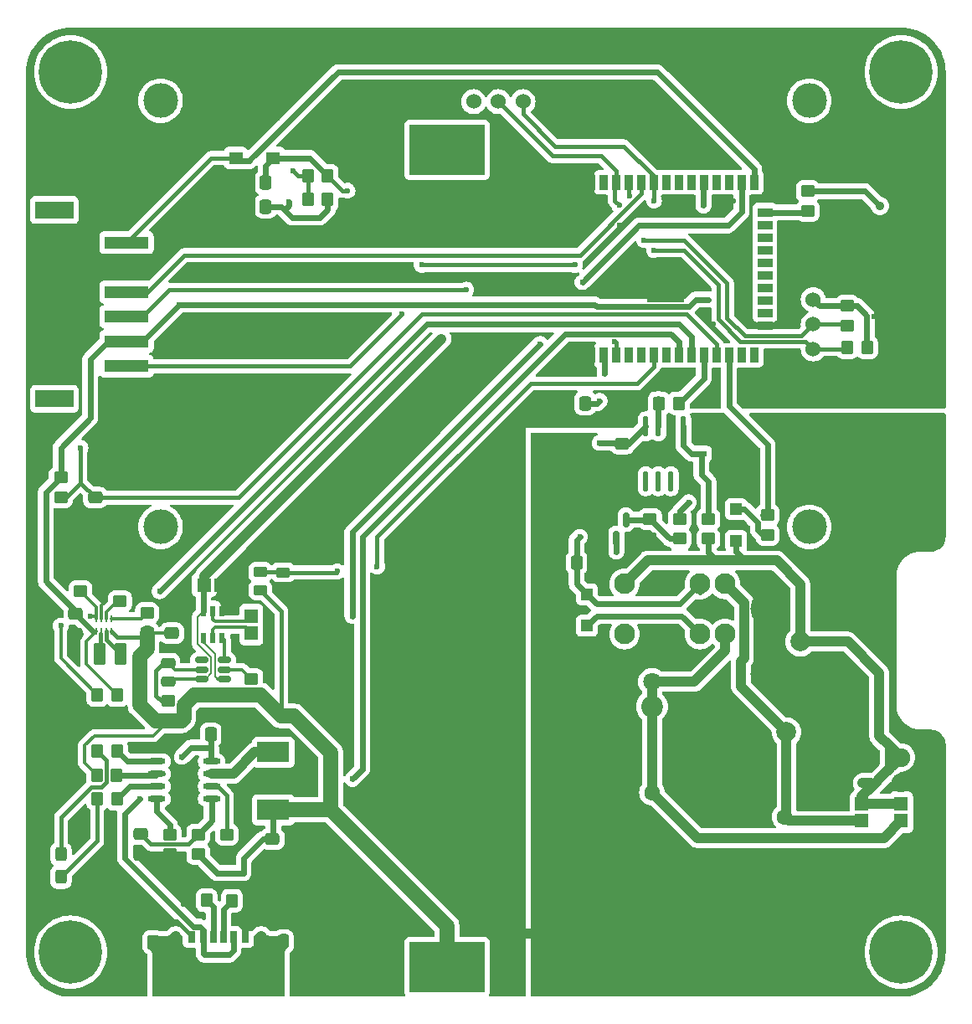
<source format=gtl>
%TF.GenerationSoftware,KiCad,Pcbnew,8.0.7*%
%TF.CreationDate,2025-01-06T20:38:13+08:00*%
%TF.ProjectId,Inductance Meter V2-0,496e6475-6374-4616-9e63-65204d657465,rev?*%
%TF.SameCoordinates,Original*%
%TF.FileFunction,Copper,L1,Top*%
%TF.FilePolarity,Positive*%
%FSLAX46Y46*%
G04 Gerber Fmt 4.6, Leading zero omitted, Abs format (unit mm)*
G04 Created by KiCad (PCBNEW 8.0.7) date 2025-01-06 20:38:13*
%MOMM*%
%LPD*%
G01*
G04 APERTURE LIST*
G04 Aperture macros list*
%AMRoundRect*
0 Rectangle with rounded corners*
0 $1 Rounding radius*
0 $2 $3 $4 $5 $6 $7 $8 $9 X,Y pos of 4 corners*
0 Add a 4 corners polygon primitive as box body*
4,1,4,$2,$3,$4,$5,$6,$7,$8,$9,$2,$3,0*
0 Add four circle primitives for the rounded corners*
1,1,$1+$1,$2,$3*
1,1,$1+$1,$4,$5*
1,1,$1+$1,$6,$7*
1,1,$1+$1,$8,$9*
0 Add four rect primitives between the rounded corners*
20,1,$1+$1,$2,$3,$4,$5,0*
20,1,$1+$1,$4,$5,$6,$7,0*
20,1,$1+$1,$6,$7,$8,$9,0*
20,1,$1+$1,$8,$9,$2,$3,0*%
G04 Aperture macros list end*
%TA.AperFunction,SMDPad,CuDef*%
%ADD10RoundRect,0.250000X0.450000X-0.350000X0.450000X0.350000X-0.450000X0.350000X-0.450000X-0.350000X0*%
%TD*%
%TA.AperFunction,ComponentPad*%
%ADD11C,0.800000*%
%TD*%
%TA.AperFunction,ComponentPad*%
%ADD12C,6.400000*%
%TD*%
%TA.AperFunction,SMDPad,CuDef*%
%ADD13R,1.200000X1.200000*%
%TD*%
%TA.AperFunction,SMDPad,CuDef*%
%ADD14RoundRect,0.250000X-0.450000X0.350000X-0.450000X-0.350000X0.450000X-0.350000X0.450000X0.350000X0*%
%TD*%
%TA.AperFunction,SMDPad,CuDef*%
%ADD15R,0.600000X1.100000*%
%TD*%
%TA.AperFunction,SMDPad,CuDef*%
%ADD16RoundRect,0.250000X-0.325000X-0.450000X0.325000X-0.450000X0.325000X0.450000X-0.325000X0.450000X0*%
%TD*%
%TA.AperFunction,SMDPad,CuDef*%
%ADD17RoundRect,0.250000X-0.350000X-0.450000X0.350000X-0.450000X0.350000X0.450000X-0.350000X0.450000X0*%
%TD*%
%TA.AperFunction,SMDPad,CuDef*%
%ADD18R,1.360000X1.230000*%
%TD*%
%TA.AperFunction,SMDPad,CuDef*%
%ADD19RoundRect,0.150000X-0.150000X0.587500X-0.150000X-0.587500X0.150000X-0.587500X0.150000X0.587500X0*%
%TD*%
%TA.AperFunction,SMDPad,CuDef*%
%ADD20R,0.900000X1.500000*%
%TD*%
%TA.AperFunction,SMDPad,CuDef*%
%ADD21R,1.500000X0.900000*%
%TD*%
%TA.AperFunction,SMDPad,CuDef*%
%ADD22R,0.900000X0.900000*%
%TD*%
%TA.AperFunction,SMDPad,CuDef*%
%ADD23R,3.800000X3.800000*%
%TD*%
%TA.AperFunction,SMDPad,CuDef*%
%ADD24RoundRect,0.250000X0.350000X0.450000X-0.350000X0.450000X-0.350000X-0.450000X0.350000X-0.450000X0*%
%TD*%
%TA.AperFunction,SMDPad,CuDef*%
%ADD25RoundRect,0.250000X0.475000X-0.337500X0.475000X0.337500X-0.475000X0.337500X-0.475000X-0.337500X0*%
%TD*%
%TA.AperFunction,SMDPad,CuDef*%
%ADD26RoundRect,0.250000X0.450000X-0.262500X0.450000X0.262500X-0.450000X0.262500X-0.450000X-0.262500X0*%
%TD*%
%TA.AperFunction,ComponentPad*%
%ADD27C,1.600000*%
%TD*%
%TA.AperFunction,SMDPad,CuDef*%
%ADD28R,1.400000X1.480000*%
%TD*%
%TA.AperFunction,SMDPad,CuDef*%
%ADD29R,1.390000X1.480000*%
%TD*%
%TA.AperFunction,SMDPad,CuDef*%
%ADD30RoundRect,0.250000X-0.337500X-0.475000X0.337500X-0.475000X0.337500X0.475000X-0.337500X0.475000X0*%
%TD*%
%TA.AperFunction,SMDPad,CuDef*%
%ADD31R,1.070000X0.600000*%
%TD*%
%TA.AperFunction,SMDPad,CuDef*%
%ADD32O,0.590000X2.050000*%
%TD*%
%TA.AperFunction,ComponentPad*%
%ADD33C,3.500000*%
%TD*%
%TA.AperFunction,ComponentPad*%
%ADD34C,2.000000*%
%TD*%
%TA.AperFunction,SMDPad,CuDef*%
%ADD35RoundRect,0.250000X-0.250000X-0.475000X0.250000X-0.475000X0.250000X0.475000X-0.250000X0.475000X0*%
%TD*%
%TA.AperFunction,SMDPad,CuDef*%
%ADD36RoundRect,0.250000X0.375000X0.850000X-0.375000X0.850000X-0.375000X-0.850000X0.375000X-0.850000X0*%
%TD*%
%TA.AperFunction,ComponentPad*%
%ADD37C,1.800000*%
%TD*%
%TA.AperFunction,SMDPad,CuDef*%
%ADD38RoundRect,0.250000X0.337500X0.475000X-0.337500X0.475000X-0.337500X-0.475000X0.337500X-0.475000X0*%
%TD*%
%TA.AperFunction,SMDPad,CuDef*%
%ADD39RoundRect,0.250000X-0.475000X0.337500X-0.475000X-0.337500X0.475000X-0.337500X0.475000X0.337500X0*%
%TD*%
%TA.AperFunction,SMDPad,CuDef*%
%ADD40RoundRect,0.250000X-0.450000X0.262500X-0.450000X-0.262500X0.450000X-0.262500X0.450000X0.262500X0*%
%TD*%
%TA.AperFunction,SMDPad,CuDef*%
%ADD41R,1.480000X1.400000*%
%TD*%
%TA.AperFunction,SMDPad,CuDef*%
%ADD42R,1.480000X1.390000*%
%TD*%
%TA.AperFunction,SMDPad,CuDef*%
%ADD43R,0.280000X0.680000*%
%TD*%
%TA.AperFunction,ComponentPad*%
%ADD44O,1.100000X1.700000*%
%TD*%
%TA.AperFunction,SMDPad,CuDef*%
%ADD45R,0.700000X1.200000*%
%TD*%
%TA.AperFunction,SMDPad,CuDef*%
%ADD46R,0.800000X1.200000*%
%TD*%
%TA.AperFunction,SMDPad,CuDef*%
%ADD47O,1.800000X0.600000*%
%TD*%
%TA.AperFunction,SMDPad,CuDef*%
%ADD48R,2.290000X2.290000*%
%TD*%
%TA.AperFunction,SMDPad,CuDef*%
%ADD49R,3.320000X2.150000*%
%TD*%
%TA.AperFunction,SMDPad,CuDef*%
%ADD50R,4.500000X1.300000*%
%TD*%
%TA.AperFunction,SMDPad,CuDef*%
%ADD51R,3.900000X1.800000*%
%TD*%
%TA.AperFunction,ComponentPad*%
%ADD52C,2.100000*%
%TD*%
%TA.AperFunction,SMDPad,CuDef*%
%ADD53RoundRect,0.150000X0.512500X0.150000X-0.512500X0.150000X-0.512500X-0.150000X0.512500X-0.150000X0*%
%TD*%
%TA.AperFunction,ComponentPad*%
%ADD54C,2.200000*%
%TD*%
%TA.AperFunction,SMDPad,CuDef*%
%ADD55R,7.620000X5.080000*%
%TD*%
%TA.AperFunction,SMDPad,CuDef*%
%ADD56RoundRect,0.250000X-0.475000X0.250000X-0.475000X-0.250000X0.475000X-0.250000X0.475000X0.250000X0*%
%TD*%
%TA.AperFunction,ComponentPad*%
%ADD57C,1.524000*%
%TD*%
%TA.AperFunction,ComponentPad*%
%ADD58C,1.900000*%
%TD*%
%TA.AperFunction,ViaPad*%
%ADD59C,0.600000*%
%TD*%
%TA.AperFunction,ViaPad*%
%ADD60C,0.900000*%
%TD*%
%TA.AperFunction,Conductor*%
%ADD61C,0.400000*%
%TD*%
%TA.AperFunction,Conductor*%
%ADD62C,0.600000*%
%TD*%
%TA.AperFunction,Conductor*%
%ADD63C,0.300000*%
%TD*%
%TA.AperFunction,Conductor*%
%ADD64C,1.500000*%
%TD*%
%TA.AperFunction,Conductor*%
%ADD65C,1.000000*%
%TD*%
%TA.AperFunction,Conductor*%
%ADD66C,0.200000*%
%TD*%
%ADD67C,0.300000*%
%ADD68C,0.350000*%
%ADD69O,0.700024X1.199998*%
G04 APERTURE END LIST*
D10*
%TO.P,R14,1*%
%TO.N,+BATT*%
X119950000Y-128250000D03*
%TO.P,R14,2*%
%TO.N,Net-(U6-BAT)*%
X119950000Y-126250000D03*
%TD*%
D11*
%TO.P,H2,1,1*%
%TO.N,unconnected-(H2-Pad1)*%
X104650000Y-49150000D03*
X105352944Y-47452944D03*
X105352944Y-50847056D03*
X107050000Y-46750000D03*
D12*
X107050000Y-49150000D03*
D11*
X107050000Y-51550000D03*
X108747056Y-47452944D03*
X108747056Y-50847056D03*
X109450000Y-49150000D03*
%TD*%
D10*
%TO.P,R26,1*%
%TO.N,/IO2*%
X181600000Y-63200000D03*
%TO.P,R26,2*%
%TO.N,Net-(D6-A)*%
X181600000Y-61200000D03*
%TD*%
D13*
%TO.P,D4,1,K*%
%TO.N,+3.3V*%
X159250000Y-101950000D03*
%TO.P,D4,2,A*%
%TO.N,Net-(D4-A)*%
X159250000Y-105150000D03*
%TD*%
D14*
%TO.P,R20,1*%
%TO.N,Net-(U1-IO27)*%
X177550000Y-93950000D03*
%TO.P,R20,2*%
%TO.N,Net-(D5-A)*%
X177550000Y-95950000D03*
%TD*%
D15*
%TO.P,Q1,1,S1*%
%TO.N,GND*%
X122381250Y-103662500D03*
%TO.P,Q1,2,D1/D2*%
%TO.N,Net-(Q1-D1{slash}D2-Pad2)*%
X121431250Y-103662500D03*
%TO.P,Q1,3,S2*%
%TO.N,Net-(Q1-S2)*%
X120481250Y-103662500D03*
%TO.P,Q1,4,G2*%
%TO.N,Net-(Q1-G2)*%
X120481250Y-106362500D03*
%TO.P,Q1,5,D1/D2*%
%TO.N,Net-(Q1-D1{slash}D2-Pad5)*%
X121431250Y-106362500D03*
%TO.P,Q1,6,G1*%
%TO.N,Net-(Q1-G1)*%
X122381250Y-106362500D03*
%TD*%
D11*
%TO.P,H4,1,1*%
%TO.N,unconnected-(H4-Pad1)*%
X188650000Y-138150000D03*
X189352944Y-136452944D03*
X189352944Y-139847056D03*
X191050000Y-135750000D03*
D12*
X191050000Y-138150000D03*
D11*
X191050000Y-140550000D03*
X192747056Y-136452944D03*
X192747056Y-139847056D03*
X193450000Y-138150000D03*
%TD*%
D16*
%TO.P,D2,1,K*%
%TO.N,GND*%
X104025000Y-130550000D03*
%TO.P,D2,2,A*%
%TO.N,Net-(D2-A)*%
X106075000Y-130550000D03*
%TD*%
D17*
%TO.P,R17,1*%
%TO.N,Net-(D3-A)*%
X109750000Y-117850000D03*
%TO.P,R17,2*%
%TO.N,Net-(U6-D1)*%
X111750000Y-117850000D03*
%TD*%
D18*
%TO.P,SW1,1,1*%
%TO.N,/IO0*%
X123750000Y-57830000D03*
%TO.P,SW1,2,2*%
%TO.N,GND*%
X123750000Y-53470000D03*
%TD*%
D17*
%TO.P,R2,1*%
%TO.N,+3.3V*%
X131050000Y-59650000D03*
%TO.P,R2,2*%
%TO.N,/EN*%
X133050000Y-59650000D03*
%TD*%
%TO.P,R25,1*%
%TO.N,Net-(U4-OUTB)*%
X166550000Y-82650000D03*
%TO.P,R25,2*%
%TO.N,SQ_SIG_OUT*%
X168550000Y-82650000D03*
%TD*%
D19*
%TO.P,Q2,1,B*%
%TO.N,Net-(Q2-B)*%
X163200000Y-94412500D03*
%TO.P,Q2,2,E*%
%TO.N,GND*%
X161300000Y-94412500D03*
%TO.P,Q2,3,C*%
%TO.N,Net-(D4-A)*%
X162250000Y-96287500D03*
%TD*%
D20*
%TO.P,U1,1,GND*%
%TO.N,GND*%
X159665000Y-77800000D03*
%TO.P,U1,2,VDD*%
%TO.N,+3.3V*%
X160935000Y-77800000D03*
%TO.P,U1,3,EN*%
%TO.N,/EN*%
X162205000Y-77800000D03*
%TO.P,U1,4,SENSOR_VP*%
%TO.N,unconnected-(U1-SENSOR_VP-Pad4)*%
X163475000Y-77800000D03*
%TO.P,U1,5,SENSOR_VN*%
%TO.N,unconnected-(U1-SENSOR_VN-Pad5)*%
X164745000Y-77800000D03*
%TO.P,U1,6,IO34*%
%TO.N,/IO34*%
X166015000Y-77800000D03*
%TO.P,U1,7,IO35*%
%TO.N,unconnected-(U1-IO35-Pad7)*%
X167285000Y-77800000D03*
%TO.P,U1,8,IO32*%
%TO.N,Net-(J3-Pin_1)*%
X168555000Y-77800000D03*
%TO.P,U1,9,IO33*%
%TO.N,Net-(J4-Pin_1)*%
X169825000Y-77800000D03*
%TO.P,U1,10,IO25*%
%TO.N,SQ_SIG_OUT*%
X171095000Y-77800000D03*
%TO.P,U1,11,IO26*%
%TO.N,/IO26*%
X172365000Y-77800000D03*
%TO.P,U1,12,IO27*%
%TO.N,Net-(U1-IO27)*%
X173635000Y-77800000D03*
%TO.P,U1,13,IO14*%
%TO.N,unconnected-(U1-IO14-Pad13)*%
X174905000Y-77800000D03*
%TO.P,U1,14,IO12*%
%TO.N,unconnected-(U1-IO12-Pad14)*%
X176175000Y-77800000D03*
D21*
%TO.P,U1,15,GND*%
%TO.N,GND*%
X177270000Y-74765000D03*
%TO.P,U1,16,IO13*%
%TO.N,unconnected-(U1-IO13-Pad16)*%
X177270000Y-73495000D03*
%TO.P,U1,17,SHD/SD2*%
%TO.N,unconnected-(U1-SHD{slash}SD2-Pad17)*%
X177270000Y-72225000D03*
%TO.P,U1,18,SWP/SD3*%
%TO.N,unconnected-(U1-SWP{slash}SD3-Pad18)*%
X177270000Y-70955000D03*
%TO.P,U1,19,SCS/CMD*%
%TO.N,unconnected-(U1-SCS{slash}CMD-Pad19)*%
X177270000Y-69685000D03*
%TO.P,U1,20,SCK/CLK*%
%TO.N,unconnected-(U1-SCK{slash}CLK-Pad20)*%
X177270000Y-68415000D03*
%TO.P,U1,21,SDO/SD0*%
%TO.N,unconnected-(U1-SDO{slash}SD0-Pad21)*%
X177270000Y-67145000D03*
%TO.P,U1,22,SDI/SD1*%
%TO.N,unconnected-(U1-SDI{slash}SD1-Pad22)*%
X177270000Y-65875000D03*
%TO.P,U1,23,IO15*%
%TO.N,unconnected-(U1-IO15-Pad23)*%
X177270000Y-64605000D03*
%TO.P,U1,24,IO2*%
%TO.N,/IO2*%
X177270000Y-63335000D03*
D20*
%TO.P,U1,25,IO0*%
%TO.N,/IO0*%
X176175000Y-60300000D03*
%TO.P,U1,26,IO4*%
%TO.N,Net-(J2-Pin_1)*%
X174905000Y-60300000D03*
%TO.P,U1,27,IO16*%
%TO.N,unconnected-(U1-IO16-Pad27)*%
X173635000Y-60300000D03*
%TO.P,U1,28,IO17*%
%TO.N,unconnected-(U1-IO17-Pad28)*%
X172365000Y-60300000D03*
%TO.P,U1,29,IO5*%
%TO.N,RELAY*%
X171095000Y-60300000D03*
%TO.P,U1,30,IO18*%
%TO.N,unconnected-(U1-IO18-Pad30)*%
X169825000Y-60300000D03*
%TO.P,U1,31,IO19*%
%TO.N,unconnected-(U1-IO19-Pad31)*%
X168555000Y-60300000D03*
%TO.P,U1,32,NC*%
%TO.N,unconnected-(U1-NC-Pad32)*%
X167285000Y-60300000D03*
%TO.P,U1,33,IO21*%
%TO.N,SDA*%
X166015000Y-60300000D03*
%TO.P,U1,34,RXD0/IO3*%
%TO.N,/RX*%
X164745000Y-60300000D03*
%TO.P,U1,35,TXD0/IO1*%
%TO.N,/TX*%
X163475000Y-60300000D03*
%TO.P,U1,36,IO22*%
%TO.N,SCL*%
X162205000Y-60300000D03*
%TO.P,U1,37,IO23*%
%TO.N,unconnected-(U1-IO23-Pad37)*%
X160935000Y-60300000D03*
%TO.P,U1,38,GND*%
%TO.N,GND*%
X159665000Y-60300000D03*
D22*
%TO.P,U1,39,GND*%
X165830000Y-71950000D03*
X167230000Y-71950000D03*
X168630000Y-71950000D03*
X165830000Y-70550000D03*
X167230000Y-70550000D03*
D23*
X167230000Y-70550000D03*
D22*
X168630000Y-70550000D03*
X165830000Y-69150000D03*
X167230000Y-69150000D03*
X168630000Y-69150000D03*
%TD*%
D10*
%TO.P,R6,1*%
%TO.N,Net-(U2-MODE)*%
X112050000Y-102650000D03*
%TO.P,R6,2*%
%TO.N,GND*%
X112050000Y-100650000D03*
%TD*%
D24*
%TO.P,R3,1*%
%TO.N,+3.3V*%
X111750000Y-112150000D03*
%TO.P,R3,2*%
%TO.N,Net-(U2-FB)*%
X109750000Y-112150000D03*
%TD*%
D25*
%TO.P,C13,1*%
%TO.N,GND*%
X114140000Y-128287500D03*
%TO.P,C13,2*%
%TO.N,Net-(U6-BAT)*%
X114140000Y-126212500D03*
%TD*%
D10*
%TO.P,R19,1*%
%TO.N,GND*%
X165650000Y-96350000D03*
%TO.P,R19,2*%
%TO.N,Net-(Q2-B)*%
X165650000Y-94350000D03*
%TD*%
%TO.P,R23,1*%
%TO.N,/IO26*%
X106050000Y-92150000D03*
%TO.P,R23,2*%
%TO.N,+3.3V*%
X106050000Y-90150000D03*
%TD*%
D14*
%TO.P,R27,1*%
%TO.N,+3.3V*%
X185600000Y-72800000D03*
%TO.P,R27,2*%
%TO.N,SCL*%
X185600000Y-74800000D03*
%TD*%
D26*
%TO.P,R22,1*%
%TO.N,GND*%
X128550000Y-101562500D03*
%TO.P,R22,2*%
%TO.N,/IO34*%
X128550000Y-99737500D03*
%TD*%
D18*
%TO.P,SW2,1,1*%
%TO.N,GND*%
X127550000Y-53470000D03*
%TO.P,SW2,2,2*%
%TO.N,/EN*%
X127550000Y-57830000D03*
%TD*%
D27*
%TO.P,C8,1,1*%
%TO.N,GND*%
X165850000Y-127090000D03*
%TO.P,C8,2,2*%
%TO.N,/HI_REF_CAP*%
X165850000Y-122010000D03*
%TD*%
D28*
%TO.P,T3,1*%
%TO.N,/LOW_REF_CAP*%
X187050000Y-124880000D03*
D29*
%TO.P,T3,2*%
%TO.N,Inductor_A*%
X187045000Y-123160000D03*
%TD*%
D11*
%TO.P,H3,1,1*%
%TO.N,unconnected-(H3-Pad1)*%
X104650000Y-138150000D03*
X105352944Y-136452944D03*
X105352944Y-139847056D03*
X107050000Y-135750000D03*
D12*
X107050000Y-138150000D03*
D11*
X107050000Y-140550000D03*
X108747056Y-136452944D03*
X108747056Y-139847056D03*
X109450000Y-138150000D03*
%TD*%
D30*
%TO.P,C2,1*%
%TO.N,GND*%
X124712500Y-60350000D03*
%TO.P,C2,2*%
%TO.N,/EN*%
X126787500Y-60350000D03*
%TD*%
D17*
%TO.P,R8,1*%
%TO.N,Net-(USB1-CC2)*%
X123350000Y-132950000D03*
%TO.P,R8,2*%
%TO.N,GND*%
X125350000Y-132950000D03*
%TD*%
D31*
%TO.P,D1,1,A*%
%TO.N,GND*%
X173362500Y-88700000D03*
%TO.P,D1,2,A*%
X173362500Y-86800000D03*
%TO.P,D1,3,K*%
%TO.N,Net-(D1-K)*%
X170882500Y-87750000D03*
%TD*%
D32*
%TO.P,U4,1*%
%TO.N,N/C*%
X165212500Y-90520000D03*
%TO.P,U4,2*%
X166492500Y-90520000D03*
%TO.P,U4,3*%
X167752500Y-90520000D03*
%TO.P,U4,4,-V*%
%TO.N,GND*%
X169022500Y-90520000D03*
%TO.P,U4,5,+INB*%
%TO.N,Net-(D1-K)*%
X169022500Y-84980000D03*
%TO.P,U4,6,-INB*%
%TO.N,GND*%
X167752500Y-84980000D03*
%TO.P,U4,7,OUTB*%
%TO.N,Net-(U4-OUTB)*%
X166492500Y-84980000D03*
%TO.P,U4,8,+V*%
%TO.N,+3.3V*%
X165212500Y-84980000D03*
%TD*%
D33*
%TO.P,RF1,1,1*%
%TO.N,GND*%
X177545837Y-110048049D03*
%TO.P,RF1,2,2*%
X177545837Y-103448049D03*
%TO.P,RF1,3,3*%
X184145837Y-103448049D03*
%TO.P,RF1,4,4*%
X184145837Y-110048049D03*
D34*
%TO.P,RF1,5,5*%
%TO.N,Inductor_A*%
X180845837Y-106748049D03*
%TD*%
D14*
%TO.P,R18,1*%
%TO.N,RELAY*%
X168650000Y-94350000D03*
%TO.P,R18,2*%
%TO.N,Net-(Q2-B)*%
X168650000Y-96350000D03*
%TD*%
D13*
%TO.P,D5,1,K*%
%TO.N,Inductor_A*%
X174350000Y-96550000D03*
%TO.P,D5,2,A*%
%TO.N,Net-(D5-A)*%
X174350000Y-93350000D03*
%TD*%
D14*
%TO.P,R12,1*%
%TO.N,Net-(U6-ICHG)*%
X122840000Y-126250000D03*
%TO.P,R12,2*%
%TO.N,GND*%
X122840000Y-128250000D03*
%TD*%
D10*
%TO.P,R7,1*%
%TO.N,+BATT*%
X116923750Y-114752500D03*
%TO.P,R7,2*%
%TO.N,Net-(U3-VCC)*%
X116923750Y-112752500D03*
%TD*%
D35*
%TO.P,C10,1*%
%TO.N,Net-(USB1-EH)*%
X128600000Y-137050000D03*
%TO.P,C10,2*%
%TO.N,GND*%
X130500000Y-137050000D03*
%TD*%
D30*
%TO.P,C16,1*%
%TO.N,GND*%
X157012500Y-82650000D03*
%TO.P,C16,2*%
%TO.N,+3.3V*%
X159087500Y-82650000D03*
%TD*%
D36*
%TO.P,L1,1,1*%
%TO.N,Net-(U2-LX1)*%
X112106250Y-108022500D03*
%TO.P,L1,2,2*%
%TO.N,Net-(U2-LX2)*%
X109956250Y-108022500D03*
%TD*%
D37*
%TO.P,C6,1,1*%
%TO.N,GND*%
X165850000Y-138300000D03*
%TO.P,C6,2,2*%
%TO.N,/HI_REF_CAP*%
X165850000Y-110800000D03*
%TD*%
D27*
%TO.P,C7,1,1*%
%TO.N,/LOW_REF_CAP*%
X179257500Y-124477500D03*
%TO.P,C7,2,2*%
%TO.N,GND*%
X179257500Y-129557500D03*
%TD*%
D38*
%TO.P,C14,1*%
%TO.N,GND*%
X160287500Y-98750000D03*
%TO.P,C14,2*%
%TO.N,+3.3V*%
X158212500Y-98750000D03*
%TD*%
D17*
%TO.P,R16,1*%
%TO.N,Net-(D2-A)*%
X109750000Y-122650000D03*
%TO.P,R16,2*%
%TO.N,Net-(U6-D2)*%
X111750000Y-122650000D03*
%TD*%
D28*
%TO.P,T4,1*%
%TO.N,/HI_REF_CAP*%
X191050000Y-124870000D03*
D29*
%TO.P,T4,2*%
%TO.N,Inductor_A*%
X191045000Y-123150000D03*
%TD*%
D39*
%TO.P,C3,1*%
%TO.N,+3.3V*%
X107550000Y-103925000D03*
%TO.P,C3,2*%
%TO.N,GND*%
X107550000Y-106000000D03*
%TD*%
D40*
%TO.P,R21,1*%
%TO.N,/IO34*%
X126231250Y-99710000D03*
%TO.P,R21,2*%
%TO.N,+BATT*%
X126231250Y-101535000D03*
%TD*%
D38*
%TO.P,C1,1*%
%TO.N,/IO0*%
X126787500Y-62750000D03*
%TO.P,C1,2*%
%TO.N,GND*%
X124712500Y-62750000D03*
%TD*%
D25*
%TO.P,C15,1*%
%TO.N,GND*%
X162850000Y-88787500D03*
%TO.P,C15,2*%
%TO.N,+3.3V*%
X162850000Y-86712500D03*
%TD*%
D28*
%TO.P,T2,1*%
%TO.N,Net-(Q1-D1{slash}D2-Pad2)*%
X125331250Y-104152500D03*
D29*
%TO.P,T2,2*%
%TO.N,Net-(Q1-D1{slash}D2-Pad5)*%
X125336250Y-105872500D03*
%TD*%
D41*
%TO.P,T1,1*%
%TO.N,Net-(Q1-S2)*%
X120571250Y-101012500D03*
D42*
%TO.P,T1,2*%
%TO.N,GND*%
X122291250Y-101007500D03*
%TD*%
D30*
%TO.P,C11,1*%
%TO.N,VBUS*%
X121212500Y-116150000D03*
%TO.P,C11,2*%
%TO.N,GND*%
X123287500Y-116150000D03*
%TD*%
D25*
%TO.P,C17,1*%
%TO.N,/IO26*%
X109550000Y-92187500D03*
%TO.P,C17,2*%
%TO.N,GND*%
X109550000Y-90112500D03*
%TD*%
D43*
%TO.P,U2,1,VOUT*%
%TO.N,+3.3V*%
X109631250Y-105702500D03*
%TO.P,U2,2,LX2*%
%TO.N,Net-(U2-LX2)*%
X110131250Y-105702500D03*
%TO.P,U2,3,LX1*%
%TO.N,Net-(U2-LX1)*%
X110631250Y-105702500D03*
%TO.P,U2,4,VIN*%
%TO.N,+BATT*%
X111131250Y-105702500D03*
%TO.P,U2,5,EN*%
%TO.N,Net-(U2-EN)*%
X111131250Y-104422500D03*
%TO.P,U2,6,MODE*%
%TO.N,Net-(U2-MODE)*%
X110631250Y-104422500D03*
%TO.P,U2,7,GND*%
%TO.N,GND*%
X110131250Y-104422500D03*
%TO.P,U2,8,FB*%
%TO.N,Net-(U2-FB)*%
X109631250Y-104422500D03*
%TD*%
D44*
%TO.P,USB1,7,EH*%
%TO.N,Net-(USB1-EH)*%
X117680000Y-136862500D03*
X117680000Y-140672500D03*
X126320000Y-136862500D03*
X126320000Y-140672500D03*
D45*
%TO.P,USB1,A5,CC1*%
%TO.N,Net-(USB1-CC1)*%
X121500000Y-136612500D03*
%TO.P,USB1,A9,VBUS*%
%TO.N,VBUS*%
X123500000Y-136612500D03*
D46*
%TO.P,USB1,A12,GND*%
%TO.N,GND*%
X124700000Y-136612500D03*
D45*
%TO.P,USB1,B5,CC2*%
%TO.N,Net-(USB1-CC2)*%
X122500000Y-136612500D03*
%TO.P,USB1,B9,VBUS*%
%TO.N,VBUS*%
X120500000Y-136612500D03*
D46*
%TO.P,USB1,B12,GND*%
%TO.N,GND*%
X119300000Y-136612500D03*
%TD*%
D16*
%TO.P,D3,1,K*%
%TO.N,GND*%
X104025000Y-128250000D03*
%TO.P,D3,2,A*%
%TO.N,Net-(D3-A)*%
X106075000Y-128250000D03*
%TD*%
D47*
%TO.P,U6,1,D1*%
%TO.N,Net-(U6-D1)*%
X115780000Y-118840000D03*
%TO.P,U6,2,TEST*%
%TO.N,Net-(U6-TEST)*%
X115780000Y-120120000D03*
%TO.P,U6,3,D2*%
%TO.N,Net-(U6-D2)*%
X115780000Y-121380000D03*
%TO.P,U6,4,NTC*%
%TO.N,Net-(U6-NTC)*%
X115780000Y-122650000D03*
%TO.P,U6,5,BAT*%
%TO.N,Net-(U6-BAT)*%
X121320000Y-122650000D03*
%TO.P,U6,6,ICHG*%
%TO.N,Net-(U6-ICHG)*%
X121320000Y-121380000D03*
%TO.P,U6,7,SW*%
%TO.N,Net-(U6-SW)*%
X121320000Y-120120000D03*
%TO.P,U6,8,VIN*%
%TO.N,VBUS*%
X121320000Y-118840000D03*
D48*
%TO.P,U6,9,EP*%
%TO.N,GND*%
X118550000Y-120750000D03*
%TD*%
D49*
%TO.P,L2,1,1*%
%TO.N,Net-(U6-SW)*%
X127550000Y-117940000D03*
%TO.P,L2,2,2*%
%TO.N,+BATT*%
X127550000Y-123760000D03*
%TD*%
D25*
%TO.P,C4,1*%
%TO.N,+BATT*%
X117281250Y-105900000D03*
%TO.P,C4,2*%
%TO.N,GND*%
X117281250Y-103825000D03*
%TD*%
D24*
%TO.P,R28,1*%
%TO.N,+3.3V*%
X187600000Y-77000000D03*
%TO.P,R28,2*%
%TO.N,SDA*%
X185600000Y-77000000D03*
%TD*%
%TO.P,R11,1*%
%TO.N,Net-(USB1-EH)*%
X115400000Y-137150000D03*
%TO.P,R11,2*%
%TO.N,GND*%
X113400000Y-137150000D03*
%TD*%
D34*
%TO.P,U5,1,1*%
%TO.N,/LOW_REF_CAP*%
X179450000Y-115900000D03*
%TO.P,U5,2,2*%
%TO.N,GND*%
X179450000Y-138400000D03*
%TD*%
D25*
%TO.P,C12,1*%
%TO.N,GND*%
X127450000Y-128787500D03*
%TO.P,C12,2*%
%TO.N,+BATT*%
X127450000Y-126712500D03*
%TD*%
D17*
%TO.P,R13,1*%
%TO.N,+BATT*%
X109712500Y-120250000D03*
%TO.P,R13,2*%
%TO.N,Net-(U6-TEST)*%
X111712500Y-120250000D03*
%TD*%
D10*
%TO.P,R9,1*%
%TO.N,Net-(U3-CS)*%
X125331250Y-110512500D03*
%TO.P,R9,2*%
%TO.N,GND*%
X125331250Y-108512500D03*
%TD*%
D50*
%TO.P,U7,1,IO0*%
%TO.N,/IO0*%
X112700000Y-66400000D03*
%TO.P,U7,2,GND*%
%TO.N,GND*%
X112700000Y-68900000D03*
%TO.P,U7,3,TX*%
%TO.N,/RX*%
X112700000Y-71400000D03*
%TO.P,U7,4,RX*%
%TO.N,/TX*%
X112700000Y-73900000D03*
%TO.P,U7,5,3V3*%
%TO.N,+3.3V*%
X112700000Y-76400000D03*
%TO.P,U7,6,EN*%
%TO.N,/EN*%
X112700000Y-78900000D03*
D51*
%TO.P,U7,7,7*%
%TO.N,unconnected-(U7-Pad7)*%
X105400000Y-82200000D03*
%TO.P,U7,8,8*%
%TO.N,unconnected-(U7-Pad8)*%
X105400000Y-63100000D03*
%TD*%
D52*
%TO.P,K1,1,1*%
%TO.N,/LOW_REF_CAP*%
X173230000Y-100910000D03*
%TO.P,K1,2,2*%
%TO.N,+3.3V*%
X170690000Y-100910000D03*
%TO.P,K1,5,5*%
%TO.N,Inductor_A*%
X163070000Y-100910000D03*
%TO.P,K1,6,6*%
%TO.N,unconnected-(K1-Pad6)*%
X163070000Y-105990000D03*
%TO.P,K1,9,9*%
%TO.N,Net-(D4-A)*%
X170690000Y-105990000D03*
%TO.P,K1,10,10*%
%TO.N,/HI_REF_CAP*%
X173230000Y-105990000D03*
%TD*%
D24*
%TO.P,R10,1*%
%TO.N,Net-(USB1-CC1)*%
X120800000Y-132900000D03*
%TO.P,R10,2*%
%TO.N,GND*%
X118800000Y-132900000D03*
%TD*%
D53*
%TO.P,U3,1,OD*%
%TO.N,Net-(Q1-G2)*%
X122591250Y-110522500D03*
%TO.P,U3,2,CS*%
%TO.N,Net-(U3-CS)*%
X122591250Y-109572500D03*
%TO.P,U3,3,OC*%
%TO.N,Net-(Q1-G1)*%
X122591250Y-108622500D03*
%TO.P,U3,4,TD*%
%TO.N,unconnected-(U3-TD-Pad4)*%
X120316250Y-108622500D03*
%TO.P,U3,5,VCC*%
%TO.N,Net-(U3-VCC)*%
X120316250Y-109572500D03*
%TO.P,U3,6,GND*%
%TO.N,Net-(Q1-S2)*%
X120316250Y-110522500D03*
%TD*%
D14*
%TO.P,R15,1*%
%TO.N,Net-(U6-NTC)*%
X117060000Y-126250000D03*
%TO.P,R15,2*%
%TO.N,GND*%
X117060000Y-128250000D03*
%TD*%
D10*
%TO.P,R24,1*%
%TO.N,Inductor_A*%
X171550000Y-96350000D03*
%TO.P,R24,2*%
%TO.N,Net-(D1-K)*%
X171550000Y-94350000D03*
%TD*%
%TO.P,R5,1*%
%TO.N,+BATT*%
X114781250Y-105862500D03*
%TO.P,R5,2*%
%TO.N,Net-(U2-EN)*%
X114781250Y-103862500D03*
%TD*%
D17*
%TO.P,R1,1*%
%TO.N,+3.3V*%
X131050000Y-62050000D03*
%TO.P,R1,2*%
%TO.N,/IO0*%
X133050000Y-62050000D03*
%TD*%
D54*
%TO.P,C9,1,1*%
%TO.N,/HI_REF_CAP*%
X165850000Y-113300000D03*
%TO.P,C9,2,2*%
%TO.N,GND*%
X165850000Y-135800000D03*
%TD*%
D55*
%TO.P,BT1,1,1*%
%TO.N,Net-(Q1-S2)*%
X145120000Y-57030000D03*
%TO.P,BT1,2,2*%
%TO.N,+BATT*%
X145120000Y-139650000D03*
%TD*%
D11*
%TO.P,H1,1,1*%
%TO.N,unconnected-(H1-Pad1)*%
X188650000Y-49150000D03*
X189352944Y-47452944D03*
X189352944Y-50847056D03*
X191050000Y-46750000D03*
D12*
X191050000Y-49150000D03*
D11*
X191050000Y-51550000D03*
X192747056Y-47452944D03*
X192747056Y-50847056D03*
X193450000Y-49150000D03*
%TD*%
D56*
%TO.P,C5,1*%
%TO.N,Net-(U3-VCC)*%
X116893750Y-108882500D03*
%TO.P,C5,2*%
%TO.N,Net-(Q1-S2)*%
X116893750Y-110782500D03*
%TD*%
D10*
%TO.P,R4,1*%
%TO.N,Net-(U2-FB)*%
X108050000Y-101650000D03*
%TO.P,R4,2*%
%TO.N,GND*%
X108050000Y-99650000D03*
%TD*%
D33*
%TO.P,U8,*%
%TO.N,*%
X181750000Y-95150000D03*
X181750000Y-52050000D03*
X116150000Y-95150000D03*
X116150000Y-52050000D03*
D57*
%TO.P,U8,1,GND*%
%TO.N,GND*%
X182150000Y-69650000D03*
%TO.P,U8,2,VDD*%
%TO.N,+3.3V*%
X182150000Y-72150000D03*
%TO.P,U8,3,SCL*%
%TO.N,SCL*%
X182150000Y-74650000D03*
%TO.P,U8,4,SDA*%
%TO.N,SDA*%
X182150000Y-77150000D03*
%TO.P,U8,5,GND*%
%TO.N,GND*%
X145300000Y-52150000D03*
%TO.P,U8,6,VDD*%
%TO.N,+3.3V*%
X147800000Y-52150000D03*
%TO.P,U8,7,SCL*%
%TO.N,SCL*%
X150300000Y-52150000D03*
%TO.P,U8,8,SDA*%
%TO.N,SDA*%
X152800000Y-52150000D03*
%TD*%
D58*
%TO.P,J1,1,Pin_1*%
%TO.N,Inductor_A*%
X191000000Y-118460000D03*
%TO.P,J1,2,Pin_2*%
%TO.N,GND*%
X191000000Y-121000000D03*
%TD*%
D59*
%TO.N,/TX*%
X147050000Y-71150000D03*
X163550000Y-61650000D03*
%TO.N,+3.3V*%
X171550000Y-72150000D03*
X118050000Y-72650000D03*
X158550000Y-96150000D03*
X161050000Y-79650000D03*
X160550000Y-86650000D03*
X160550000Y-82400000D03*
X129550000Y-59150000D03*
X160050000Y-72650000D03*
%TO.N,Net-(U2-FB)*%
X106050000Y-105150000D03*
X109050000Y-104150000D03*
%TO.N,Net-(Q1-S2)*%
X145120000Y-57030000D03*
X144550000Y-76150000D03*
X144550000Y-59150000D03*
%TO.N,VBUS*%
X118300000Y-118400000D03*
X114050000Y-122650000D03*
%TO.N,/IO0*%
X125150000Y-58150000D03*
X129150000Y-62250000D03*
%TO.N,/EN*%
X162050000Y-76377000D03*
X140550000Y-73650000D03*
X135050000Y-61150000D03*
X142550000Y-68650000D03*
X158050000Y-68650000D03*
%TO.N,SDA*%
X166050000Y-67150000D03*
X166050000Y-62150000D03*
%TO.N,SCL*%
X162550000Y-62650000D03*
X165050000Y-66150000D03*
D60*
%TO.N,Inductor_A*%
X187150000Y-121050000D03*
D59*
%TO.N,Net-(D4-A)*%
X161350000Y-104150000D03*
X162250000Y-97650000D03*
%TO.N,RELAY*%
X171050000Y-62650000D03*
X169550000Y-92650000D03*
%TO.N,GND*%
X144820000Y-129560000D03*
X172550000Y-116150000D03*
X168050000Y-63150000D03*
X167050000Y-101150000D03*
X142800000Y-122150000D03*
X130050000Y-134650000D03*
X142920000Y-101390000D03*
X108050000Y-133150000D03*
X117550000Y-117150000D03*
X189550000Y-68650000D03*
X135550000Y-137650000D03*
X110050000Y-129650000D03*
X163200000Y-70200000D03*
X115200000Y-98290000D03*
X131690000Y-102450000D03*
X155170000Y-137920000D03*
X167230000Y-70550000D03*
X112800000Y-54400000D03*
X174050000Y-62150000D03*
X129770000Y-103430000D03*
X173050000Y-112650000D03*
X157730000Y-77770000D03*
X171050000Y-103650000D03*
X151070000Y-137800000D03*
X107550000Y-126650000D03*
X108050000Y-125150000D03*
X187300000Y-58150000D03*
X147050000Y-79150000D03*
X151160000Y-134650000D03*
X173050000Y-124650000D03*
X160050000Y-67650000D03*
X155090000Y-134670000D03*
X144110000Y-95780000D03*
X162300000Y-82300000D03*
X106570000Y-100030000D03*
X149520000Y-99710000D03*
X172050000Y-81650000D03*
X122550000Y-75150000D03*
X119050000Y-88150000D03*
X133550000Y-133650000D03*
X130050000Y-95650000D03*
X162550000Y-64650000D03*
X172550000Y-103150000D03*
X156710000Y-136340000D03*
X155420000Y-83350000D03*
X107130000Y-107460000D03*
X156110000Y-70680000D03*
X188300000Y-73900000D03*
X149830000Y-136130000D03*
X111550000Y-134150000D03*
X104800000Y-77400000D03*
X167050000Y-45650000D03*
X104050000Y-85650000D03*
X132530000Y-101420000D03*
X132050000Y-47150000D03*
X172050000Y-74650000D03*
X146780000Y-107920000D03*
X126050000Y-83150000D03*
X149860000Y-116790000D03*
X150710000Y-139440000D03*
X156240000Y-78920000D03*
X133550000Y-92150000D03*
X118550000Y-120750000D03*
X135060000Y-118320000D03*
X131550000Y-76650000D03*
X150500000Y-114240000D03*
X110490000Y-95860000D03*
X110550000Y-87650000D03*
X150990000Y-87910000D03*
%TO.N,/IO26*%
X108050000Y-87150000D03*
%TO.N,Net-(J2-Pin_1)*%
X135550000Y-104150000D03*
X158800000Y-70400000D03*
X154550000Y-76650000D03*
%TO.N,Net-(J3-Pin_1)*%
X135550000Y-120650000D03*
%TO.N,Net-(J4-Pin_1)*%
X116050000Y-101650000D03*
%TO.N,/IO34*%
X134050000Y-99650000D03*
X138050000Y-99150000D03*
D60*
%TO.N,Net-(D6-A)*%
X188900000Y-62700000D03*
%TD*%
D61*
%TO.N,Net-(U2-LX2)*%
X109956250Y-108022500D02*
X110098250Y-107880500D01*
X110098250Y-107880500D02*
X110098250Y-105980790D01*
%TO.N,Net-(U2-LX1)*%
X110631250Y-106547500D02*
X110631250Y-105702500D01*
X112106250Y-108022500D02*
X110631250Y-106547500D01*
%TO.N,/RX*%
X164745000Y-60300000D02*
X164745000Y-61450000D01*
X164745000Y-61450000D02*
X158545000Y-67650000D01*
X158545000Y-67650000D02*
X118550000Y-67650000D01*
X118550000Y-67650000D02*
X114800000Y-71400000D01*
X114800000Y-71400000D02*
X112700000Y-71400000D01*
%TO.N,/TX*%
X163475000Y-60300000D02*
X163475000Y-61575000D01*
X163475000Y-61575000D02*
X163550000Y-61650000D01*
X114300000Y-73900000D02*
X112700000Y-73900000D01*
X147050000Y-71150000D02*
X117050000Y-71150000D01*
X117050000Y-71150000D02*
X114300000Y-73900000D01*
D62*
%TO.N,+3.3V*%
X158212500Y-98750000D02*
X158212500Y-96487500D01*
X109327500Y-105702500D02*
X107550000Y-103925000D01*
X114300000Y-76400000D02*
X118050000Y-72650000D01*
X106050000Y-90150000D02*
X106050000Y-87150000D01*
X185600000Y-72800000D02*
X182800000Y-72800000D01*
X118050000Y-72650000D02*
X159550000Y-72650000D01*
X160550000Y-86650000D02*
X162787500Y-86650000D01*
X104550000Y-91650000D02*
X106050000Y-90150000D01*
X169550000Y-72877000D02*
X160277000Y-72877000D01*
X107550000Y-103650000D02*
X104550000Y-100650000D01*
X110800000Y-76400000D02*
X112700000Y-76400000D01*
X109050000Y-78150000D02*
X110800000Y-76400000D01*
X158212500Y-96487500D02*
X158550000Y-96150000D01*
X163480000Y-86712500D02*
X165212500Y-84980000D01*
X112700000Y-76400000D02*
X114300000Y-76400000D01*
X185600000Y-72800000D02*
X186600000Y-72800000D01*
X106050000Y-87150000D02*
X109050000Y-84150000D01*
D61*
X131050000Y-62050000D02*
X131050000Y-59650000D01*
D62*
X158212500Y-100912500D02*
X159250000Y-101950000D01*
D61*
X131050000Y-59650000D02*
X130050000Y-59650000D01*
D62*
X187573000Y-76973000D02*
X187600000Y-77000000D01*
X168650000Y-102950000D02*
X170690000Y-100910000D01*
X162850000Y-86712500D02*
X163480000Y-86712500D01*
D63*
X109631250Y-105702500D02*
X109327500Y-105702500D01*
D62*
X161050000Y-79650000D02*
X161050000Y-77915000D01*
D63*
X111750000Y-112150000D02*
X108650000Y-109050000D01*
D62*
X107550000Y-103925000D02*
X107550000Y-103650000D01*
X187573000Y-73773000D02*
X187573000Y-76973000D01*
X104550000Y-100650000D02*
X104550000Y-91650000D01*
X160300000Y-82650000D02*
X160550000Y-82400000D01*
X186600000Y-72800000D02*
X187573000Y-73773000D01*
X161050000Y-77915000D02*
X160935000Y-77800000D01*
X162787500Y-86650000D02*
X162850000Y-86712500D01*
X159087500Y-82650000D02*
X160300000Y-82650000D01*
X160277000Y-72877000D02*
X160050000Y-72650000D01*
X170277000Y-72150000D02*
X169550000Y-72877000D01*
X159250000Y-101950000D02*
X160250000Y-102950000D01*
X170690000Y-100910000D02*
X170690000Y-101730000D01*
D63*
X109631250Y-105702500D02*
X108650000Y-106683750D01*
D62*
X160250000Y-102950000D02*
X168650000Y-102950000D01*
X182800000Y-72800000D02*
X182150000Y-72150000D01*
D61*
X130050000Y-59650000D02*
X129550000Y-59150000D01*
D62*
X171550000Y-72150000D02*
X170277000Y-72150000D01*
X109050000Y-84150000D02*
X109050000Y-78150000D01*
X158212500Y-98750000D02*
X158212500Y-100912500D01*
D63*
X108650000Y-106683750D02*
X108650000Y-109050000D01*
D62*
X159550000Y-72650000D02*
X160050000Y-72650000D01*
D63*
%TO.N,Net-(U2-FB)*%
X109631250Y-104422500D02*
X109631250Y-104150000D01*
X109050000Y-104150000D02*
X109631250Y-104150000D01*
X109631250Y-104150000D02*
X109631250Y-103231250D01*
X109750000Y-112150000D02*
X106050000Y-108450000D01*
X109631250Y-103231250D02*
X108050000Y-101650000D01*
X106050000Y-108450000D02*
X106050000Y-105150000D01*
D64*
%TO.N,+BATT*%
X118500750Y-114499250D02*
X118247500Y-114752500D01*
X118247500Y-114752500D02*
X115652500Y-114752500D01*
X119550000Y-112150000D02*
X118500750Y-113199250D01*
D62*
X127550000Y-123760000D02*
X127550000Y-126612500D01*
X124550000Y-128650000D02*
X126487500Y-126712500D01*
D64*
X114781250Y-107518750D02*
X114781250Y-105862500D01*
X133360000Y-123760000D02*
X133360000Y-117960000D01*
D61*
X126231250Y-101535000D02*
X128349500Y-103653250D01*
D63*
X129202500Y-123760000D02*
X127550000Y-123760000D01*
D64*
X133360000Y-117960000D02*
X129650500Y-114250500D01*
X118247500Y-114752500D02*
X116923750Y-114752500D01*
D62*
X127550000Y-126612500D02*
X127450000Y-126712500D01*
D64*
X114050000Y-108250000D02*
X114781250Y-107518750D01*
D63*
X108450000Y-118987500D02*
X109712500Y-120250000D01*
D61*
X114076250Y-106322500D02*
X114676250Y-105722500D01*
D63*
X117381250Y-105900000D02*
X114818750Y-105900000D01*
D64*
X129650500Y-114250500D02*
X128349500Y-114250500D01*
D62*
X126487500Y-126712500D02*
X127450000Y-126712500D01*
D63*
X114621250Y-105702500D02*
X114781250Y-105862500D01*
D61*
X128349500Y-103653250D02*
X128349500Y-114250500D01*
D62*
X119950000Y-128250000D02*
X121850000Y-130150000D01*
D63*
X109450000Y-116250000D02*
X108450000Y-117250000D01*
D64*
X114050000Y-113150000D02*
X114050000Y-108250000D01*
X145120000Y-135520000D02*
X145120000Y-139650000D01*
D62*
X120150000Y-128050000D02*
X119950000Y-128250000D01*
D64*
X115652500Y-114752500D02*
X114050000Y-113150000D01*
D61*
X111786250Y-106322500D02*
X114076250Y-106322500D01*
X111186250Y-105722500D02*
X111786250Y-106322500D01*
D63*
X116923750Y-114752500D02*
X115426250Y-116250000D01*
X115426250Y-116250000D02*
X109450000Y-116250000D01*
D64*
X133360000Y-123760000D02*
X127550000Y-123760000D01*
X126249000Y-112150000D02*
X119550000Y-112150000D01*
D62*
X121850000Y-130150000D02*
X124550000Y-130150000D01*
D63*
X108450000Y-117250000D02*
X108450000Y-118987500D01*
D64*
X118500750Y-113199250D02*
X118500750Y-114499250D01*
D63*
X114818750Y-105900000D02*
X114781250Y-105862500D01*
D62*
X124550000Y-130150000D02*
X124550000Y-128650000D01*
D64*
X133360000Y-123760000D02*
X145120000Y-135520000D01*
X128349500Y-114250500D02*
X126249000Y-112150000D01*
D63*
%TO.N,Net-(Q1-S2)*%
X120316250Y-110522500D02*
X120705968Y-110522500D01*
X120481250Y-101102500D02*
X120571250Y-101012500D01*
D65*
X120571250Y-100128750D02*
X124050000Y-96650000D01*
D62*
X120481250Y-103662500D02*
X120481250Y-101102500D01*
D66*
X121250000Y-108356434D02*
X119904250Y-107010684D01*
X119904250Y-104239500D02*
X120481250Y-103662500D01*
D65*
X120571250Y-101012500D02*
X120571250Y-100128750D01*
X124050000Y-96650000D02*
X144550000Y-76150000D01*
D63*
X120316250Y-110522500D02*
X118613750Y-110522500D01*
X118613750Y-110522500D02*
X117153750Y-110522500D01*
X117153750Y-110522500D02*
X116893750Y-110782500D01*
D66*
X119904250Y-107010684D02*
X119904250Y-104239500D01*
X120705968Y-110522500D02*
X121250000Y-109978468D01*
X121250000Y-109978468D02*
X121250000Y-108356434D01*
D61*
%TO.N,Net-(U3-VCC)*%
X116223750Y-112752500D02*
X115663750Y-112192500D01*
X115663750Y-109662500D02*
X116443750Y-108882500D01*
X115663750Y-112192500D02*
X115663750Y-109662500D01*
D63*
X120316250Y-109572500D02*
X117583750Y-109572500D01*
X117583750Y-109572500D02*
X116893750Y-108882500D01*
%TO.N,Net-(Q1-D1{slash}D2-Pad5)*%
X121431250Y-105512500D02*
X121631250Y-105312500D01*
X121431250Y-106362500D02*
X121431250Y-105512500D01*
X121631250Y-105312500D02*
X124776250Y-105312500D01*
X124776250Y-105312500D02*
X125336250Y-105872500D01*
D66*
%TO.N,Net-(Q1-G2)*%
X121650000Y-110243749D02*
X121650000Y-107985250D01*
X121928751Y-110522500D02*
X121650000Y-110243749D01*
D63*
X120481250Y-106816500D02*
X120481250Y-106362500D01*
X122591250Y-110522500D02*
X121928751Y-110522500D01*
D66*
X121650000Y-107985250D02*
X120481250Y-106816500D01*
D63*
%TO.N,Net-(Q1-D1{slash}D2-Pad2)*%
X121431250Y-104512500D02*
X121631250Y-104712500D01*
X124771250Y-104712500D02*
X125331250Y-104152500D01*
X121631250Y-104712500D02*
X124771250Y-104712500D01*
X121431250Y-103662500D02*
X121431250Y-104512500D01*
%TO.N,Net-(Q1-G1)*%
X122591250Y-108622500D02*
X122591250Y-106572500D01*
X122591250Y-106572500D02*
X122381250Y-106362500D01*
%TO.N,Net-(U2-EN)*%
X114221250Y-104422500D02*
X114781250Y-103862500D01*
X111131250Y-104422500D02*
X114221250Y-104422500D01*
%TO.N,Net-(U2-MODE)*%
X110631250Y-103782500D02*
X111763750Y-102650000D01*
X110631250Y-104422500D02*
X110631250Y-103782500D01*
X111763750Y-102650000D02*
X112050000Y-102650000D01*
%TO.N,Net-(U3-CS)*%
X122591250Y-109572500D02*
X124391250Y-109572500D01*
X124391250Y-109572500D02*
X125331250Y-110512500D01*
X125181250Y-110662500D02*
X125331250Y-110512500D01*
D62*
%TO.N,Net-(USB1-EH)*%
X117392500Y-137150000D02*
X117680000Y-136862500D01*
X115400000Y-137150000D02*
X117392500Y-137150000D01*
X126507500Y-137050000D02*
X126320000Y-136862500D01*
X128600000Y-137050000D02*
X126507500Y-137050000D01*
%TO.N,Net-(USB1-CC2)*%
X122500000Y-133800000D02*
X122500000Y-136612500D01*
X123350000Y-132950000D02*
X122500000Y-133800000D01*
%TO.N,Net-(USB1-CC1)*%
X120800000Y-132900000D02*
X121500000Y-133600000D01*
X121500000Y-133600000D02*
X121500000Y-136612500D01*
%TO.N,VBUS*%
X121250000Y-117450000D02*
X121250000Y-118150000D01*
X120127000Y-135585500D02*
X119485500Y-135585500D01*
X123500000Y-138000000D02*
X123100000Y-138400000D01*
X121212500Y-117412500D02*
X121212500Y-116150000D01*
X123100000Y-138400000D02*
X120600000Y-138400000D01*
X119250000Y-117450000D02*
X121250000Y-117450000D01*
X118300000Y-118400000D02*
X119250000Y-117450000D01*
X112550000Y-128650000D02*
X112550000Y-124150000D01*
X120500000Y-138300000D02*
X120500000Y-136612500D01*
X121250000Y-117450000D02*
X121212500Y-117412500D01*
X121250000Y-118770000D02*
X121320000Y-118840000D01*
X120600000Y-138400000D02*
X120500000Y-138300000D01*
X119485500Y-135585500D02*
X112550000Y-128650000D01*
X120500000Y-135958500D02*
X120127000Y-135585500D01*
X112550000Y-124150000D02*
X114050000Y-122650000D01*
X121250000Y-118150000D02*
X121250000Y-118770000D01*
X120500000Y-136612500D02*
X120500000Y-135958500D01*
X123500000Y-136612500D02*
X123500000Y-138000000D01*
D61*
%TO.N,/IO0*%
X112700000Y-66400000D02*
X121270000Y-57830000D01*
D62*
X166375000Y-49150000D02*
X176175000Y-58950000D01*
X125150000Y-58081000D02*
X134081000Y-49150000D01*
X132250000Y-63850000D02*
X133050000Y-63050000D01*
X126787500Y-62750000D02*
X128350000Y-62750000D01*
X128700000Y-63100000D02*
X129150000Y-62650000D01*
X124070000Y-58150000D02*
X123750000Y-57830000D01*
X134081000Y-49150000D02*
X166375000Y-49150000D01*
X133250000Y-62250000D02*
X133050000Y-62050000D01*
X125150000Y-58150000D02*
X125150000Y-58081000D01*
X176175000Y-58950000D02*
X176175000Y-60300000D01*
D61*
X121270000Y-57830000D02*
X123750000Y-57830000D01*
D62*
X125150000Y-58150000D02*
X124070000Y-58150000D01*
X128350000Y-62750000D02*
X128700000Y-63100000D01*
X129450000Y-63850000D02*
X132250000Y-63850000D01*
X128700000Y-63100000D02*
X129450000Y-63850000D01*
X133050000Y-63050000D02*
X133050000Y-62050000D01*
X129150000Y-62650000D02*
X129150000Y-62250000D01*
%TO.N,/EN*%
X127550000Y-57830000D02*
X131230000Y-57830000D01*
D61*
X112700000Y-78900000D02*
X135300000Y-78900000D01*
X162205000Y-77800000D02*
X162205000Y-76532000D01*
X135050000Y-61150000D02*
X134550000Y-61150000D01*
X135300000Y-78900000D02*
X140550000Y-73650000D01*
X162205000Y-76532000D02*
X162050000Y-76377000D01*
D62*
X126787500Y-58592500D02*
X127550000Y-57830000D01*
X131230000Y-57830000D02*
X133050000Y-59650000D01*
D61*
X158050000Y-68650000D02*
X142550000Y-68650000D01*
X134550000Y-61150000D02*
X133050000Y-59650000D01*
D62*
X126787500Y-60350000D02*
X126787500Y-58592500D01*
D61*
%TO.N,Net-(U6-BAT)*%
X114140000Y-126212500D02*
X115177500Y-127250000D01*
X114140000Y-126212500D02*
X114387500Y-126212500D01*
X115177500Y-127250000D02*
X118950000Y-127250000D01*
D62*
X121320000Y-122650000D02*
X121320000Y-124880000D01*
D61*
X118950000Y-127250000D02*
X119950000Y-126250000D01*
D62*
X121320000Y-124880000D02*
X119950000Y-126250000D01*
D61*
%TO.N,Net-(D2-A)*%
X109750000Y-122650000D02*
X109750000Y-126875000D01*
X109750000Y-126875000D02*
X106075000Y-130550000D01*
%TO.N,Net-(D3-A)*%
X110639500Y-120960500D02*
X110150000Y-121450000D01*
X109150000Y-121450000D02*
X106075000Y-124525000D01*
X110150000Y-121450000D02*
X109150000Y-121450000D01*
X110639500Y-118739500D02*
X110639500Y-120960500D01*
X106075000Y-124525000D02*
X106075000Y-128250000D01*
X109750000Y-117850000D02*
X110639500Y-118739500D01*
D62*
%TO.N,Net-(U6-SW)*%
X123520000Y-120080000D02*
X123520000Y-120120000D01*
D65*
X123520000Y-120120000D02*
X121320000Y-120120000D01*
X125660000Y-117940000D02*
X123520000Y-120080000D01*
X127550000Y-117940000D02*
X125660000Y-117940000D01*
D61*
%TO.N,Net-(U6-ICHG)*%
X121320000Y-121380000D02*
X121920000Y-121380000D01*
X121920000Y-121380000D02*
X122840000Y-122300000D01*
X122840000Y-122300000D02*
X122840000Y-126250000D01*
%TO.N,Net-(U6-TEST)*%
X115780000Y-120120000D02*
X116380000Y-120120000D01*
D62*
X115650000Y-120250000D02*
X115780000Y-120120000D01*
X111712500Y-120250000D02*
X115650000Y-120250000D01*
%TO.N,Net-(U6-NTC)*%
X117060000Y-126250000D02*
X117060000Y-125260000D01*
X117060000Y-125260000D02*
X115750000Y-123950000D01*
X115780000Y-123920000D02*
X115780000Y-122650000D01*
X115750000Y-123950000D02*
X115780000Y-123920000D01*
%TO.N,Net-(U6-D2)*%
X113020000Y-121380000D02*
X115780000Y-121380000D01*
X111750000Y-122650000D02*
X113020000Y-121380000D01*
%TO.N,Net-(U6-D1)*%
X115780000Y-118840000D02*
X112740000Y-118840000D01*
X112740000Y-118840000D02*
X111750000Y-117850000D01*
D61*
%TO.N,SDA*%
X152800000Y-53400000D02*
X152800000Y-52150000D01*
X156050000Y-56650000D02*
X152800000Y-53400000D01*
X185450000Y-77150000D02*
X185600000Y-77000000D01*
X181388001Y-76388001D02*
X182150000Y-77150000D01*
X162980000Y-56650000D02*
X156050000Y-56650000D01*
X166050000Y-60335000D02*
X166015000Y-60300000D01*
X166050000Y-62150000D02*
X166050000Y-60335000D01*
X169050000Y-67150000D02*
X172550000Y-70650000D01*
X172550000Y-70650000D02*
X172550000Y-74150000D01*
X172550000Y-74150000D02*
X174788001Y-76388001D01*
X166015000Y-59685000D02*
X162980000Y-56650000D01*
X174788001Y-76388001D02*
X181388001Y-76388001D01*
X166015000Y-60300000D02*
X166015000Y-59685000D01*
X182150000Y-77150000D02*
X185450000Y-77150000D01*
X166050000Y-67150000D02*
X169050000Y-67150000D01*
%TO.N,SCL*%
X165050000Y-66150000D02*
X169050000Y-66150000D01*
X162550000Y-62650000D02*
X162050000Y-62150000D01*
X162205000Y-59150000D02*
X160705000Y-57650000D01*
X173423000Y-70523000D02*
X173423000Y-74023000D01*
X182150000Y-74650000D02*
X185450000Y-74650000D01*
X162205000Y-60300000D02*
X162205000Y-59150000D01*
X180938999Y-75861001D02*
X182150000Y-74650000D01*
X160705000Y-57650000D02*
X155800000Y-57650000D01*
X175261001Y-75861001D02*
X180938999Y-75861001D01*
X162050000Y-62150000D02*
X162050000Y-60455000D01*
X169050000Y-66150000D02*
X173423000Y-70523000D01*
X155800000Y-57650000D02*
X150300000Y-52150000D01*
X162050000Y-60455000D02*
X162205000Y-60300000D01*
X173423000Y-74023000D02*
X175261001Y-75861001D01*
X185450000Y-74650000D02*
X185600000Y-74800000D01*
D65*
%TO.N,Inductor_A*%
X188180000Y-121280000D02*
X189180000Y-120280000D01*
X175250000Y-98550000D02*
X172350000Y-98550000D01*
X188800000Y-116260000D02*
X189870000Y-117330000D01*
X189180000Y-120280000D02*
X189870000Y-119590000D01*
X189180000Y-120280000D02*
X191000000Y-118460000D01*
X180845837Y-100945837D02*
X178450000Y-98550000D01*
X165430000Y-98550000D02*
X163070000Y-100910000D01*
X189870000Y-119590000D02*
X189870000Y-117330000D01*
X187045000Y-122415000D02*
X188180000Y-121280000D01*
X185648049Y-106748049D02*
X180845837Y-106748049D01*
D62*
X171550000Y-97750000D02*
X172350000Y-98550000D01*
D65*
X189870000Y-117330000D02*
X191000000Y-118460000D01*
X187045000Y-123160000D02*
X187045000Y-122415000D01*
X191045000Y-123150000D02*
X187055000Y-123150000D01*
X187950000Y-121050000D02*
X187150000Y-121050000D01*
D62*
X174350000Y-97650000D02*
X175250000Y-98550000D01*
X174350000Y-96550000D02*
X174350000Y-97650000D01*
D65*
X180845837Y-106748049D02*
X180845837Y-100945837D01*
X188180000Y-121280000D02*
X187950000Y-121050000D01*
X172350000Y-98550000D02*
X165430000Y-98550000D01*
X187055000Y-123150000D02*
X187045000Y-123160000D01*
X188800000Y-109900000D02*
X185648049Y-106748049D01*
D62*
X171550000Y-96350000D02*
X171550000Y-97750000D01*
D65*
X188800000Y-109900000D02*
X188800000Y-116260000D01*
X178450000Y-98550000D02*
X175250000Y-98550000D01*
%TO.N,/HI_REF_CAP*%
X191050000Y-124870000D02*
X189295000Y-126625000D01*
X165850000Y-110800000D02*
X165850000Y-113300000D01*
X170465000Y-126625000D02*
X165850000Y-122010000D01*
X189295000Y-126625000D02*
X170465000Y-126625000D01*
X170100000Y-110800000D02*
X165850000Y-110800000D01*
X165850000Y-113300000D02*
X165850000Y-122010000D01*
X173230000Y-107670000D02*
X170100000Y-110800000D01*
X173230000Y-105990000D02*
X173230000Y-107670000D01*
%TO.N,/LOW_REF_CAP*%
X174850000Y-108750000D02*
X175150000Y-108450000D01*
X179450000Y-115900000D02*
X174850000Y-111300000D01*
X175150000Y-108450000D02*
X175150000Y-102830000D01*
X179450000Y-115900000D02*
X179450000Y-124285000D01*
X175150000Y-102830000D02*
X173230000Y-100910000D01*
X179450000Y-124285000D02*
X179257500Y-124477500D01*
X187050000Y-124880000D02*
X179660000Y-124880000D01*
X179660000Y-124880000D02*
X179257500Y-124477500D01*
X174850000Y-111300000D02*
X174850000Y-108750000D01*
D62*
%TO.N,SQ_SIG_OUT*%
X171095000Y-80105000D02*
X171095000Y-77800000D01*
X168550000Y-82650000D02*
X171095000Y-80105000D01*
%TO.N,Net-(D4-A)*%
X170690000Y-105990000D02*
X168850000Y-104150000D01*
X160250000Y-104150000D02*
X159250000Y-105150000D01*
X161350000Y-104150000D02*
X160250000Y-104150000D01*
X168850000Y-104150000D02*
X161350000Y-104150000D01*
X162250000Y-97650000D02*
X162250000Y-96287500D01*
%TO.N,Net-(Q2-B)*%
X167650000Y-96350000D02*
X165650000Y-94350000D01*
X168650000Y-96350000D02*
X167650000Y-96350000D01*
X165587500Y-94412500D02*
X165650000Y-94350000D01*
X163200000Y-94412500D02*
X165587500Y-94412500D01*
%TO.N,RELAY*%
X171050000Y-60345000D02*
X171095000Y-60300000D01*
X171050000Y-62650000D02*
X171050000Y-60345000D01*
X168650000Y-94350000D02*
X168650000Y-93550000D01*
X168650000Y-93550000D02*
X169550000Y-92650000D01*
D61*
%TO.N,GND*%
X119300000Y-136612500D02*
X119300000Y-136540000D01*
X117770000Y-135010000D02*
X117740000Y-135040000D01*
D65*
X151170000Y-136270000D02*
X155200000Y-136270000D01*
D61*
X119300000Y-136540000D02*
X117770000Y-135010000D01*
X124700000Y-136612500D02*
X124700000Y-135640000D01*
X124700000Y-135640000D02*
X125520000Y-134820000D01*
D63*
X110131250Y-104422500D02*
X110131250Y-103068750D01*
D61*
X117740000Y-135040000D02*
X117010000Y-135040000D01*
D62*
%TO.N,Net-(D5-A)*%
X176550000Y-94714350D02*
X175185650Y-93350000D01*
X175185650Y-93350000D02*
X174350000Y-93350000D01*
X176550000Y-95450000D02*
X176550000Y-94714350D01*
X177050000Y-95950000D02*
X176550000Y-95450000D01*
D61*
%TO.N,/IO26*%
X106587500Y-92150000D02*
X108050000Y-90687500D01*
X109550000Y-92187500D02*
X124012500Y-92187500D01*
X172365000Y-76650000D02*
X172365000Y-77800000D01*
X169365000Y-73650000D02*
X172365000Y-76650000D01*
X106050000Y-92150000D02*
X106587500Y-92150000D01*
X108050000Y-87150000D02*
X108050000Y-90687500D01*
X124012500Y-92187500D02*
X142550000Y-73650000D01*
X108050000Y-90687500D02*
X109550000Y-92187500D01*
X142550000Y-73650000D02*
X169365000Y-73650000D01*
D62*
%TO.N,Net-(J2-Pin_1)*%
X135550000Y-95650000D02*
X154550000Y-76650000D01*
X173550000Y-64650000D02*
X174905000Y-63295000D01*
X164550000Y-64650000D02*
X173550000Y-64650000D01*
X158800000Y-70400000D02*
X164550000Y-64650000D01*
X135550000Y-104150000D02*
X135550000Y-95650000D01*
X174905000Y-63295000D02*
X174905000Y-60300000D01*
%TO.N,Net-(J3-Pin_1)*%
X168555000Y-76450000D02*
X168555000Y-77800000D01*
X136550000Y-96150000D02*
X157050000Y-75650000D01*
X157050000Y-75650000D02*
X167755000Y-75650000D01*
X135550000Y-120650000D02*
X136550000Y-119650000D01*
X136550000Y-119650000D02*
X136550000Y-96150000D01*
X167755000Y-75650000D02*
X168555000Y-76450000D01*
%TO.N,Net-(J4-Pin_1)*%
X169825000Y-75925000D02*
X169825000Y-77800000D01*
X143050000Y-74650000D02*
X168550000Y-74650000D01*
X168550000Y-74650000D02*
X169825000Y-75925000D01*
X116050000Y-101650000D02*
X143050000Y-74650000D01*
D61*
%TO.N,/IO34*%
X126231250Y-99710000D02*
X128522500Y-99710000D01*
X128522500Y-99710000D02*
X128550000Y-99737500D01*
X133962500Y-99737500D02*
X134050000Y-99650000D01*
X128550000Y-99737500D02*
X133962500Y-99737500D01*
X153550000Y-80650000D02*
X164315000Y-80650000D01*
X138050000Y-99150000D02*
X138050000Y-96150000D01*
X138050000Y-96150000D02*
X153550000Y-80650000D01*
X164315000Y-80650000D02*
X166015000Y-78950000D01*
X166015000Y-78950000D02*
X166015000Y-77800000D01*
D62*
%TO.N,Net-(U1-IO27)*%
X177550000Y-93450000D02*
X177550000Y-86850000D01*
X177050000Y-93950000D02*
X177550000Y-93450000D01*
X173635000Y-82935000D02*
X173635000Y-77800000D01*
X177550000Y-86850000D02*
X173635000Y-82935000D01*
%TO.N,Net-(D1-K)*%
X170850000Y-87782500D02*
X170882500Y-87750000D01*
X170850000Y-89850000D02*
X170850000Y-87782500D01*
X170882500Y-87750000D02*
X169850000Y-87750000D01*
X169850000Y-87750000D02*
X169022500Y-86922500D01*
X169022500Y-86922500D02*
X169022500Y-84980000D01*
X171550000Y-90550000D02*
X170850000Y-89850000D01*
X171550000Y-94350000D02*
X171550000Y-90550000D01*
%TO.N,Net-(U4-OUTB)*%
X166492500Y-84980000D02*
X166492500Y-82207500D01*
%TO.N,Net-(D6-A)*%
X188900000Y-62700000D02*
X187400000Y-61200000D01*
X187400000Y-61200000D02*
X181600000Y-61200000D01*
%TO.N,/IO2*%
X177270000Y-63335000D02*
X181465000Y-63335000D01*
X181465000Y-63335000D02*
X181600000Y-63200000D01*
%TD*%
%TA.AperFunction,Conductor*%
%TO.N,Net-(USB1-EH)*%
G36*
X117745656Y-136019881D02*
G01*
X117763148Y-136023361D01*
X117825058Y-136055743D01*
X117826640Y-136057297D01*
X118363181Y-136593838D01*
X118396666Y-136655161D01*
X118399500Y-136681519D01*
X118399500Y-137260370D01*
X118399501Y-137260376D01*
X118405908Y-137319983D01*
X118456202Y-137454828D01*
X118456206Y-137454835D01*
X118542452Y-137570044D01*
X118542455Y-137570047D01*
X118657664Y-137656293D01*
X118657671Y-137656297D01*
X118792517Y-137706591D01*
X118792516Y-137706591D01*
X118799444Y-137707335D01*
X118852127Y-137713000D01*
X119575500Y-137712999D01*
X119642539Y-137732683D01*
X119688294Y-137785487D01*
X119699500Y-137836999D01*
X119699500Y-138378846D01*
X119730261Y-138533489D01*
X119730264Y-138533501D01*
X119790602Y-138679172D01*
X119790609Y-138679185D01*
X119878209Y-138810287D01*
X119878210Y-138810288D01*
X119878211Y-138810289D01*
X119978211Y-138910289D01*
X120089711Y-139021789D01*
X120220821Y-139109394D01*
X120323833Y-139152062D01*
X120366502Y-139169737D01*
X120521152Y-139200499D01*
X120521155Y-139200500D01*
X120521157Y-139200500D01*
X123178844Y-139200500D01*
X123178845Y-139200499D01*
X123333497Y-139169737D01*
X123479179Y-139109394D01*
X123610289Y-139021789D01*
X124121788Y-138510290D01*
X124139067Y-138484430D01*
X124209394Y-138379179D01*
X124235146Y-138317005D01*
X124252061Y-138276170D01*
X124252062Y-138276168D01*
X124269736Y-138233500D01*
X124269739Y-138233490D01*
X124300499Y-138078847D01*
X124300500Y-138078845D01*
X124300500Y-137836999D01*
X124320185Y-137769960D01*
X124372989Y-137724205D01*
X124424500Y-137712999D01*
X125147871Y-137712999D01*
X125147872Y-137712999D01*
X125207483Y-137706591D01*
X125342331Y-137656296D01*
X125457546Y-137570046D01*
X125543796Y-137454831D01*
X125594091Y-137319983D01*
X125600500Y-137260373D01*
X125600499Y-136532774D01*
X125620183Y-136465736D01*
X125659332Y-136427280D01*
X125733424Y-136381511D01*
X125739796Y-136377575D01*
X125792481Y-136333544D01*
X125793281Y-136332890D01*
X125793411Y-136332768D01*
X125817891Y-136305514D01*
X125889559Y-136225726D01*
X125889882Y-136225241D01*
X125890865Y-136224044D01*
X125892279Y-136222224D01*
X125892327Y-136222261D01*
X125905310Y-136206438D01*
X125963940Y-136147808D01*
X125982726Y-136132392D01*
X126051693Y-136086310D01*
X126073122Y-136074855D01*
X126149752Y-136043113D01*
X126173002Y-136036060D01*
X126237139Y-136023303D01*
X126254343Y-136019882D01*
X126278532Y-136017500D01*
X126361467Y-136017500D01*
X126385656Y-136019881D01*
X126466995Y-136036060D01*
X126490248Y-136043114D01*
X126566871Y-136074853D01*
X126588304Y-136086310D01*
X126657271Y-136132392D01*
X126676062Y-136147813D01*
X126734688Y-136206439D01*
X126748473Y-136223235D01*
X126748545Y-136223182D01*
X126749677Y-136224701D01*
X126750103Y-136225221D01*
X126750445Y-136225732D01*
X126816520Y-136305514D01*
X126852583Y-136340938D01*
X126933519Y-136405567D01*
X127064396Y-136465338D01*
X127131435Y-136485023D01*
X127131439Y-136485024D01*
X127273855Y-136505500D01*
X127273858Y-136505500D01*
X127817457Y-136505500D01*
X127817462Y-136505500D01*
X127955381Y-136486321D01*
X128020477Y-136467860D01*
X128147934Y-136411779D01*
X128233424Y-136359046D01*
X128259504Y-136346885D01*
X128290769Y-136336525D01*
X128317203Y-136330872D01*
X128319506Y-136330636D01*
X128332055Y-136330000D01*
X128867940Y-136330000D01*
X128880487Y-136330636D01*
X128882797Y-136330872D01*
X128909227Y-136336525D01*
X128940494Y-136346886D01*
X128966583Y-136359052D01*
X128990659Y-136373902D01*
X129013244Y-136391760D01*
X129033238Y-136411754D01*
X129051095Y-136434338D01*
X129065946Y-136458415D01*
X129078114Y-136484509D01*
X129088469Y-136515759D01*
X129094119Y-136542143D01*
X129094355Y-136544450D01*
X129094999Y-136557069D01*
X129094999Y-137542933D01*
X129094356Y-137555542D01*
X129094121Y-137557841D01*
X129088470Y-137584236D01*
X129078113Y-137615491D01*
X129065946Y-137641583D01*
X129051096Y-137665659D01*
X129033238Y-137688244D01*
X129013246Y-137708236D01*
X128990673Y-137726087D01*
X128983978Y-137730217D01*
X128895996Y-137798975D01*
X128895984Y-137798985D01*
X128857058Y-137837038D01*
X128786323Y-137923429D01*
X128726001Y-138054054D01*
X128706036Y-138121002D01*
X128706033Y-138121016D01*
X128706030Y-138121033D01*
X128689376Y-138233500D01*
X128684958Y-138263336D01*
X128669297Y-141980383D01*
X128667083Y-142505729D01*
X128666998Y-142526019D01*
X128647033Y-142592976D01*
X128594038Y-142638509D01*
X128542999Y-142649500D01*
X115420362Y-142649500D01*
X115353323Y-142629815D01*
X115307568Y-142577011D01*
X115296362Y-142525326D01*
X115298501Y-140997850D01*
X115302145Y-138395459D01*
X115282315Y-138254555D01*
X115263147Y-138188153D01*
X115214041Y-138078847D01*
X115204840Y-138058365D01*
X115111473Y-137948907D01*
X115111457Y-137948891D01*
X115056394Y-137900425D01*
X115047466Y-137886293D01*
X115005967Y-137860696D01*
X115005967Y-137860695D01*
X115005961Y-137860692D01*
X114992497Y-137852387D01*
X114992490Y-137852383D01*
X114909338Y-137801095D01*
X114886753Y-137783237D01*
X114866760Y-137763244D01*
X114848901Y-137740657D01*
X114834051Y-137716580D01*
X114821886Y-137690493D01*
X114811528Y-137659237D01*
X114805872Y-137632801D01*
X114805637Y-137630500D01*
X114805000Y-137617942D01*
X114805000Y-136682058D01*
X114805642Y-136669458D01*
X114805876Y-136667167D01*
X114811525Y-136640772D01*
X114821889Y-136609496D01*
X114834049Y-136583417D01*
X114848906Y-136559332D01*
X114866754Y-136536759D01*
X114886756Y-136516757D01*
X114909331Y-136498906D01*
X114933421Y-136484048D01*
X114959501Y-136471886D01*
X114990769Y-136461525D01*
X115017203Y-136455872D01*
X115019506Y-136455636D01*
X115032055Y-136455000D01*
X115767944Y-136455000D01*
X115780512Y-136455639D01*
X115780873Y-136455675D01*
X115782803Y-136455872D01*
X115809236Y-136461527D01*
X115815116Y-136463475D01*
X115826482Y-136467242D01*
X115826482Y-136467243D01*
X115837074Y-136470753D01*
X115845508Y-136473548D01*
X115918178Y-136491329D01*
X115923982Y-136492750D01*
X115962986Y-136499044D01*
X115985665Y-136500862D01*
X116043507Y-136505500D01*
X116043516Y-136505500D01*
X116726144Y-136505500D01*
X116726145Y-136505500D01*
X116829182Y-136494887D01*
X116878672Y-136484583D01*
X116977387Y-136453190D01*
X117099796Y-136377575D01*
X117152481Y-136333544D01*
X117153281Y-136332890D01*
X117153411Y-136332768D01*
X117177891Y-136305514D01*
X117249559Y-136225726D01*
X117249882Y-136225241D01*
X117250865Y-136224044D01*
X117252279Y-136222224D01*
X117252327Y-136222261D01*
X117265310Y-136206438D01*
X117323940Y-136147808D01*
X117342726Y-136132392D01*
X117411693Y-136086310D01*
X117433122Y-136074855D01*
X117509752Y-136043113D01*
X117533002Y-136036060D01*
X117597139Y-136023303D01*
X117614343Y-136019882D01*
X117638532Y-136017500D01*
X117721471Y-136017500D01*
X117745656Y-136019881D01*
G37*
%TD.AperFunction*%
%TD*%
%TA.AperFunction,Conductor*%
%TO.N,GND*%
G36*
X167704309Y-83669685D02*
G01*
X167724951Y-83686319D01*
X167731344Y-83692712D01*
X167880666Y-83784814D01*
X168047203Y-83839999D01*
X168098210Y-83845210D01*
X168153132Y-83850821D01*
X168152987Y-83852238D01*
X168213634Y-83873389D01*
X168256695Y-83928411D01*
X168263172Y-83997980D01*
X168258946Y-84012014D01*
X168259339Y-84012134D01*
X168257569Y-84017966D01*
X168227000Y-84171647D01*
X168227000Y-84863809D01*
X168224617Y-84888001D01*
X168222000Y-84901156D01*
X168222000Y-87001346D01*
X168252761Y-87155989D01*
X168252764Y-87156001D01*
X168313102Y-87301672D01*
X168313109Y-87301685D01*
X168400710Y-87432788D01*
X168400713Y-87432792D01*
X169339707Y-88371786D01*
X169339711Y-88371789D01*
X169470814Y-88459390D01*
X169470818Y-88459392D01*
X169470821Y-88459394D01*
X169616503Y-88519738D01*
X169771153Y-88550499D01*
X169771157Y-88550500D01*
X169771158Y-88550500D01*
X169925500Y-88550500D01*
X169992539Y-88570185D01*
X170038294Y-88622989D01*
X170049500Y-88674500D01*
X170049500Y-89928846D01*
X170080261Y-90083489D01*
X170080264Y-90083501D01*
X170140602Y-90229172D01*
X170140609Y-90229185D01*
X170228210Y-90360288D01*
X170228213Y-90360292D01*
X170713181Y-90845259D01*
X170746666Y-90906582D01*
X170749500Y-90932940D01*
X170749500Y-93265201D01*
X170729815Y-93332240D01*
X170690598Y-93370739D01*
X170631344Y-93407287D01*
X170507289Y-93531342D01*
X170415187Y-93680663D01*
X170415186Y-93680666D01*
X170360001Y-93847203D01*
X170360001Y-93847204D01*
X170360000Y-93847204D01*
X170349500Y-93949983D01*
X170349500Y-94750001D01*
X170349501Y-94750019D01*
X170360000Y-94852796D01*
X170360001Y-94852799D01*
X170415185Y-95019331D01*
X170415187Y-95019336D01*
X170433792Y-95049500D01*
X170495785Y-95150007D01*
X170507289Y-95168657D01*
X170600951Y-95262319D01*
X170634436Y-95323642D01*
X170629452Y-95393334D01*
X170600951Y-95437681D01*
X170507289Y-95531342D01*
X170415187Y-95680663D01*
X170415185Y-95680668D01*
X170406307Y-95707461D01*
X170360001Y-95847203D01*
X170360001Y-95847204D01*
X170360000Y-95847204D01*
X170349500Y-95949983D01*
X170349500Y-96750001D01*
X170349501Y-96750019D01*
X170360000Y-96852796D01*
X170360001Y-96852799D01*
X170415185Y-97019331D01*
X170415187Y-97019336D01*
X170427932Y-97039999D01*
X170496089Y-97150500D01*
X170507289Y-97168657D01*
X170631345Y-97292713D01*
X170675522Y-97319961D01*
X170722247Y-97371908D01*
X170733470Y-97440871D01*
X170705627Y-97504953D01*
X170647559Y-97543810D01*
X170610426Y-97549500D01*
X169589574Y-97549500D01*
X169522535Y-97529815D01*
X169476780Y-97477011D01*
X169466836Y-97407853D01*
X169495861Y-97344297D01*
X169524478Y-97319961D01*
X169568656Y-97292712D01*
X169692712Y-97168656D01*
X169784814Y-97019334D01*
X169839999Y-96852797D01*
X169850500Y-96750009D01*
X169850499Y-95949992D01*
X169847077Y-95916497D01*
X169839999Y-95847203D01*
X169839998Y-95847200D01*
X169818154Y-95781280D01*
X169784814Y-95680666D01*
X169692712Y-95531344D01*
X169599049Y-95437681D01*
X169565564Y-95376358D01*
X169570548Y-95306666D01*
X169599049Y-95262319D01*
X169635172Y-95226196D01*
X169692712Y-95168656D01*
X169784814Y-95019334D01*
X169839999Y-94852797D01*
X169850500Y-94750009D01*
X169850499Y-93949992D01*
X169839999Y-93847203D01*
X169784814Y-93680666D01*
X169784810Y-93680659D01*
X169781760Y-93674118D01*
X169783165Y-93673462D01*
X169766952Y-93614212D01*
X169787874Y-93547549D01*
X169803244Y-93528832D01*
X170171789Y-93160289D01*
X170179816Y-93152262D01*
X170220921Y-93086842D01*
X170222778Y-93083976D01*
X170259393Y-93029179D01*
X170259719Y-93028389D01*
X170269293Y-93009859D01*
X170275789Y-92999522D01*
X170297017Y-92938852D01*
X170299493Y-92932368D01*
X170319737Y-92883497D01*
X170322450Y-92869852D01*
X170327020Y-92853107D01*
X170335368Y-92829255D01*
X170341110Y-92778285D01*
X170342708Y-92768011D01*
X170350500Y-92728843D01*
X170350500Y-92701914D01*
X170351280Y-92688029D01*
X170355565Y-92650001D01*
X170355565Y-92649998D01*
X170351280Y-92611969D01*
X170350500Y-92598085D01*
X170350500Y-92571157D01*
X170342711Y-92532003D01*
X170341110Y-92521714D01*
X170335368Y-92470745D01*
X170327023Y-92446898D01*
X170322449Y-92430139D01*
X170319737Y-92416503D01*
X170319735Y-92416498D01*
X170319734Y-92416494D01*
X170299492Y-92367627D01*
X170297022Y-92361160D01*
X170275789Y-92300478D01*
X170269288Y-92290132D01*
X170259720Y-92271611D01*
X170259393Y-92270821D01*
X170222794Y-92216046D01*
X170220909Y-92213137D01*
X170179816Y-92147738D01*
X170052260Y-92020182D01*
X170052257Y-92020180D01*
X169986854Y-91979085D01*
X169983962Y-91977211D01*
X169945011Y-91951185D01*
X169929184Y-91940610D01*
X169929181Y-91940608D01*
X169929179Y-91940607D01*
X169929175Y-91940605D01*
X169929165Y-91940600D01*
X169928375Y-91940273D01*
X169909868Y-91930712D01*
X169899522Y-91924211D01*
X169869585Y-91913735D01*
X169838856Y-91902982D01*
X169832363Y-91900503D01*
X169783497Y-91880263D01*
X169783493Y-91880262D01*
X169769860Y-91877550D01*
X169753104Y-91872976D01*
X169729260Y-91864633D01*
X169729256Y-91864632D01*
X169729255Y-91864632D01*
X169708575Y-91862301D01*
X169678303Y-91858890D01*
X169668003Y-91857288D01*
X169628844Y-91849500D01*
X169628842Y-91849500D01*
X169601915Y-91849500D01*
X169588031Y-91848720D01*
X169550002Y-91844435D01*
X169549998Y-91844435D01*
X169511969Y-91848720D01*
X169498085Y-91849500D01*
X169471153Y-91849500D01*
X169431995Y-91857288D01*
X169421695Y-91858890D01*
X169370741Y-91864632D01*
X169346900Y-91872975D01*
X169330139Y-91877550D01*
X169316504Y-91880262D01*
X169267627Y-91900507D01*
X169261133Y-91902986D01*
X169200475Y-91924212D01*
X169190127Y-91930714D01*
X169171627Y-91940272D01*
X169170825Y-91940604D01*
X169170824Y-91940604D01*
X169116035Y-91977211D01*
X169113123Y-91979098D01*
X169047738Y-92020183D01*
X169047735Y-92020186D01*
X168560258Y-92507664D01*
X168139711Y-92928211D01*
X168097183Y-92970739D01*
X168028209Y-93039712D01*
X167940609Y-93170814D01*
X167940604Y-93170824D01*
X167896198Y-93278029D01*
X167852356Y-93332433D01*
X167846734Y-93336115D01*
X167731342Y-93407289D01*
X167607289Y-93531342D01*
X167515187Y-93680663D01*
X167515186Y-93680666D01*
X167460001Y-93847203D01*
X167460001Y-93847204D01*
X167460000Y-93847204D01*
X167449500Y-93949983D01*
X167449500Y-94718060D01*
X167429815Y-94785099D01*
X167377011Y-94830854D01*
X167307853Y-94840798D01*
X167244297Y-94811773D01*
X167237819Y-94805741D01*
X166886818Y-94454740D01*
X166853333Y-94393417D01*
X166850499Y-94367059D01*
X166850499Y-93949998D01*
X166850498Y-93949981D01*
X166839999Y-93847203D01*
X166839998Y-93847200D01*
X166816750Y-93777043D01*
X166784814Y-93680666D01*
X166692712Y-93531344D01*
X166568656Y-93407288D01*
X166419334Y-93315186D01*
X166252797Y-93260001D01*
X166252795Y-93260000D01*
X166150010Y-93249500D01*
X165149998Y-93249500D01*
X165149980Y-93249501D01*
X165047203Y-93260000D01*
X165047200Y-93260001D01*
X164880668Y-93315185D01*
X164880663Y-93315187D01*
X164731342Y-93407289D01*
X164607288Y-93531343D01*
X164607285Y-93531347D01*
X164593870Y-93553097D01*
X164541922Y-93599822D01*
X164488332Y-93612000D01*
X164050503Y-93612000D01*
X163983464Y-93592315D01*
X163943771Y-93551121D01*
X163943103Y-93549992D01*
X163868081Y-93423135D01*
X163868079Y-93423133D01*
X163868076Y-93423129D01*
X163751870Y-93306923D01*
X163751862Y-93306917D01*
X163610396Y-93223255D01*
X163610393Y-93223254D01*
X163452573Y-93177402D01*
X163452567Y-93177401D01*
X163415701Y-93174500D01*
X163415694Y-93174500D01*
X162984306Y-93174500D01*
X162984298Y-93174500D01*
X162947432Y-93177401D01*
X162947426Y-93177402D01*
X162789606Y-93223254D01*
X162789603Y-93223255D01*
X162648137Y-93306917D01*
X162648129Y-93306923D01*
X162531923Y-93423129D01*
X162531917Y-93423137D01*
X162448255Y-93564603D01*
X162448254Y-93564606D01*
X162402402Y-93722426D01*
X162402401Y-93722432D01*
X162399500Y-93759298D01*
X162399500Y-94925500D01*
X162379815Y-94992539D01*
X162327011Y-95038294D01*
X162275500Y-95049500D01*
X162034298Y-95049500D01*
X161997432Y-95052401D01*
X161997426Y-95052402D01*
X161839606Y-95098254D01*
X161839603Y-95098255D01*
X161698137Y-95181917D01*
X161698129Y-95181923D01*
X161581923Y-95298129D01*
X161581917Y-95298137D01*
X161498255Y-95439603D01*
X161498254Y-95439606D01*
X161452402Y-95597426D01*
X161452401Y-95597432D01*
X161449500Y-95634298D01*
X161449500Y-97598085D01*
X161448720Y-97611969D01*
X161444435Y-97649998D01*
X161444435Y-97650001D01*
X161448720Y-97688029D01*
X161449500Y-97701914D01*
X161449500Y-97728844D01*
X161457288Y-97768003D01*
X161458890Y-97778303D01*
X161464632Y-97829252D01*
X161464633Y-97829260D01*
X161472976Y-97853104D01*
X161477550Y-97869860D01*
X161480262Y-97883496D01*
X161500509Y-97932377D01*
X161502988Y-97938872D01*
X161524212Y-97999524D01*
X161530709Y-98009865D01*
X161540268Y-98028365D01*
X161540603Y-98029173D01*
X161540605Y-98029179D01*
X161577223Y-98083982D01*
X161579114Y-98086900D01*
X161620180Y-98152257D01*
X161620182Y-98152260D01*
X161620184Y-98152262D01*
X161747738Y-98279816D01*
X161769981Y-98293792D01*
X161813131Y-98320905D01*
X161816040Y-98322790D01*
X161870821Y-98359394D01*
X161871606Y-98359719D01*
X161890134Y-98369289D01*
X161900478Y-98375789D01*
X161961175Y-98397028D01*
X161967607Y-98399484D01*
X161996021Y-98411253D01*
X162016497Y-98419735D01*
X162016498Y-98419735D01*
X162016503Y-98419737D01*
X162030139Y-98422449D01*
X162046898Y-98427023D01*
X162070745Y-98435368D01*
X162121714Y-98441110D01*
X162131992Y-98442709D01*
X162159140Y-98448109D01*
X162171157Y-98450500D01*
X162171158Y-98450500D01*
X162198085Y-98450500D01*
X162211969Y-98451280D01*
X162249998Y-98455565D01*
X162250000Y-98455565D01*
X162250002Y-98455565D01*
X162288031Y-98451280D01*
X162301915Y-98450500D01*
X162328841Y-98450500D01*
X162328842Y-98450500D01*
X162368017Y-98442707D01*
X162378283Y-98441110D01*
X162429255Y-98435368D01*
X162453100Y-98427023D01*
X162469862Y-98422448D01*
X162483497Y-98419737D01*
X162532389Y-98399484D01*
X162538837Y-98397023D01*
X162599522Y-98375789D01*
X162609868Y-98369287D01*
X162628390Y-98359720D01*
X162629179Y-98359394D01*
X162683987Y-98322771D01*
X162686825Y-98320931D01*
X162752262Y-98279816D01*
X162879816Y-98152262D01*
X162920931Y-98086825D01*
X162922777Y-98083979D01*
X162959389Y-98029186D01*
X162959394Y-98029179D01*
X162959720Y-98028390D01*
X162969287Y-98009868D01*
X162975789Y-97999522D01*
X162997023Y-97938837D01*
X162999490Y-97932377D01*
X163019737Y-97883497D01*
X163022449Y-97869860D01*
X163027023Y-97853100D01*
X163035368Y-97829255D01*
X163041110Y-97778283D01*
X163042707Y-97768017D01*
X163050500Y-97728842D01*
X163050500Y-97701914D01*
X163051280Y-97688029D01*
X163055565Y-97650001D01*
X163055565Y-97649998D01*
X163051280Y-97611969D01*
X163050500Y-97598085D01*
X163050500Y-95774500D01*
X163070185Y-95707461D01*
X163122989Y-95661706D01*
X163174500Y-95650500D01*
X163415686Y-95650500D01*
X163415694Y-95650500D01*
X163452569Y-95647598D01*
X163452571Y-95647597D01*
X163452573Y-95647597D01*
X163498347Y-95634298D01*
X163610398Y-95601744D01*
X163751865Y-95518081D01*
X163868081Y-95401865D01*
X163943771Y-95273878D01*
X163994840Y-95226196D01*
X164050503Y-95213000D01*
X164600270Y-95213000D01*
X164667309Y-95232685D01*
X164687951Y-95249319D01*
X164731344Y-95292712D01*
X164880666Y-95384814D01*
X165047203Y-95439999D01*
X165149991Y-95450500D01*
X165567059Y-95450499D01*
X165634098Y-95470183D01*
X165654740Y-95486818D01*
X167028211Y-96860289D01*
X167087659Y-96919737D01*
X167139712Y-96971790D01*
X167270814Y-97059390D01*
X167270827Y-97059397D01*
X167376506Y-97103170D01*
X167416503Y-97119737D01*
X167477972Y-97131964D01*
X167556702Y-97147625D01*
X167618613Y-97180010D01*
X167620192Y-97181560D01*
X167731344Y-97292712D01*
X167731346Y-97292713D01*
X167775522Y-97319961D01*
X167822247Y-97371909D01*
X167833470Y-97440871D01*
X167805627Y-97504953D01*
X167747558Y-97543810D01*
X167710426Y-97549500D01*
X165331455Y-97549500D01*
X165234812Y-97568724D01*
X165138167Y-97587947D01*
X165138161Y-97587949D01*
X165084834Y-97610037D01*
X165084834Y-97610038D01*
X165048061Y-97625270D01*
X164956089Y-97663366D01*
X164956079Y-97663371D01*
X164792219Y-97772859D01*
X164735827Y-97829252D01*
X164652861Y-97912218D01*
X164652858Y-97912221D01*
X163240553Y-99324525D01*
X163179230Y-99358010D01*
X163143144Y-99360462D01*
X163070000Y-99354706D01*
X162826702Y-99373853D01*
X162589380Y-99430830D01*
X162363910Y-99524222D01*
X162155826Y-99651737D01*
X162155823Y-99651738D01*
X161970241Y-99810241D01*
X161811738Y-99995823D01*
X161811737Y-99995826D01*
X161684222Y-100203910D01*
X161590830Y-100429380D01*
X161533853Y-100666702D01*
X161514706Y-100910000D01*
X161533853Y-101153297D01*
X161533853Y-101153300D01*
X161533854Y-101153302D01*
X161589543Y-101385261D01*
X161590830Y-101390619D01*
X161684222Y-101616089D01*
X161811737Y-101824173D01*
X161811738Y-101824176D01*
X161811741Y-101824179D01*
X161914905Y-101944969D01*
X161943476Y-102008730D01*
X161933039Y-102077815D01*
X161886908Y-102130291D01*
X161820615Y-102149500D01*
X160632940Y-102149500D01*
X160565901Y-102129815D01*
X160545259Y-102113181D01*
X160386818Y-101954740D01*
X160353333Y-101893417D01*
X160350499Y-101867059D01*
X160350499Y-101302129D01*
X160350498Y-101302123D01*
X160349375Y-101291679D01*
X160344091Y-101242517D01*
X160310814Y-101153298D01*
X160293797Y-101107671D01*
X160293793Y-101107664D01*
X160207547Y-100992455D01*
X160207544Y-100992452D01*
X160092335Y-100906206D01*
X160092328Y-100906202D01*
X159957482Y-100855908D01*
X159957483Y-100855908D01*
X159897883Y-100849501D01*
X159897881Y-100849500D01*
X159897873Y-100849500D01*
X159897865Y-100849500D01*
X159332940Y-100849500D01*
X159265901Y-100829815D01*
X159245259Y-100813181D01*
X159049319Y-100617241D01*
X159015834Y-100555918D01*
X159013000Y-100529560D01*
X159013000Y-99874730D01*
X159032685Y-99807691D01*
X159049319Y-99787049D01*
X159080665Y-99755703D01*
X159142712Y-99693656D01*
X159234814Y-99544334D01*
X159289999Y-99377797D01*
X159300500Y-99275009D01*
X159300499Y-98224992D01*
X159289999Y-98122203D01*
X159234814Y-97955666D01*
X159142712Y-97806344D01*
X159049319Y-97712951D01*
X159015834Y-97651628D01*
X159013000Y-97625270D01*
X159013000Y-96870440D01*
X159032685Y-96803401D01*
X159049319Y-96782759D01*
X159087320Y-96744758D01*
X159171789Y-96660289D01*
X159179816Y-96652262D01*
X159220931Y-96586825D01*
X159222777Y-96583979D01*
X159259389Y-96529186D01*
X159259394Y-96529179D01*
X159259720Y-96528390D01*
X159269287Y-96509868D01*
X159275789Y-96499522D01*
X159297023Y-96438837D01*
X159299484Y-96432389D01*
X159319737Y-96383497D01*
X159322448Y-96369862D01*
X159327023Y-96353100D01*
X159335368Y-96329255D01*
X159341110Y-96278283D01*
X159342707Y-96268017D01*
X159350500Y-96228842D01*
X159350500Y-96201914D01*
X159351280Y-96188029D01*
X159355565Y-96150001D01*
X159355565Y-96149998D01*
X159351280Y-96111969D01*
X159350500Y-96098085D01*
X159350500Y-96071157D01*
X159342711Y-96032003D01*
X159341110Y-96021714D01*
X159335368Y-95970745D01*
X159327023Y-95946898D01*
X159322449Y-95930139D01*
X159319737Y-95916503D01*
X159313782Y-95902127D01*
X159311253Y-95896021D01*
X159299484Y-95867607D01*
X159297028Y-95861175D01*
X159275789Y-95800478D01*
X159269289Y-95790134D01*
X159259719Y-95771606D01*
X159259394Y-95770821D01*
X159222790Y-95716040D01*
X159220905Y-95713131D01*
X159217470Y-95707664D01*
X159179816Y-95647738D01*
X159052262Y-95520184D01*
X159052260Y-95520182D01*
X159052257Y-95520180D01*
X158986900Y-95479114D01*
X158983982Y-95477223D01*
X158929179Y-95440605D01*
X158929173Y-95440603D01*
X158928365Y-95440268D01*
X158909865Y-95430709D01*
X158899524Y-95424212D01*
X158899523Y-95424211D01*
X158899522Y-95424211D01*
X158838867Y-95402986D01*
X158832377Y-95400509D01*
X158783496Y-95380262D01*
X158769860Y-95377550D01*
X158753104Y-95372976D01*
X158729260Y-95364633D01*
X158729256Y-95364632D01*
X158729255Y-95364632D01*
X158708575Y-95362301D01*
X158678303Y-95358890D01*
X158668003Y-95357288D01*
X158628844Y-95349500D01*
X158628842Y-95349500D01*
X158601915Y-95349500D01*
X158588031Y-95348720D01*
X158550002Y-95344435D01*
X158549998Y-95344435D01*
X158511969Y-95348720D01*
X158498085Y-95349500D01*
X158471152Y-95349500D01*
X158431994Y-95357288D01*
X158421696Y-95358890D01*
X158370742Y-95364632D01*
X158370735Y-95364634D01*
X158346898Y-95372975D01*
X158330140Y-95377550D01*
X158316502Y-95380263D01*
X158316496Y-95380264D01*
X158267631Y-95400504D01*
X158261140Y-95402982D01*
X158200477Y-95424210D01*
X158200474Y-95424212D01*
X158190127Y-95430713D01*
X158171639Y-95440266D01*
X158170832Y-95440600D01*
X158170824Y-95440604D01*
X158116047Y-95477204D01*
X158113132Y-95479092D01*
X158047742Y-95520180D01*
X158047735Y-95520186D01*
X157860461Y-95707461D01*
X157702211Y-95865711D01*
X157665806Y-95902116D01*
X157590709Y-95977212D01*
X157503109Y-96108314D01*
X157503102Y-96108327D01*
X157442764Y-96253998D01*
X157442761Y-96254010D01*
X157412000Y-96408653D01*
X157412000Y-97625270D01*
X157392315Y-97692309D01*
X157375681Y-97712951D01*
X157282289Y-97806342D01*
X157190187Y-97955663D01*
X157190185Y-97955668D01*
X157175653Y-97999524D01*
X157135001Y-98122203D01*
X157135001Y-98122204D01*
X157135000Y-98122204D01*
X157124500Y-98224983D01*
X157124500Y-99275001D01*
X157124501Y-99275019D01*
X157135000Y-99377796D01*
X157135001Y-99377799D01*
X157183522Y-99524223D01*
X157190186Y-99544334D01*
X157281357Y-99692147D01*
X157282289Y-99693657D01*
X157375681Y-99787049D01*
X157409166Y-99848372D01*
X157412000Y-99874730D01*
X157412000Y-100991346D01*
X157442761Y-101145989D01*
X157442764Y-101146001D01*
X157503102Y-101291672D01*
X157503109Y-101291685D01*
X157590710Y-101422788D01*
X157590713Y-101422792D01*
X158113181Y-101945259D01*
X158146666Y-102006582D01*
X158149500Y-102032940D01*
X158149500Y-102597870D01*
X158149501Y-102597876D01*
X158155908Y-102657483D01*
X158206202Y-102792328D01*
X158206206Y-102792335D01*
X158292452Y-102907544D01*
X158292455Y-102907547D01*
X158407664Y-102993793D01*
X158407671Y-102993797D01*
X158452618Y-103010561D01*
X158542517Y-103044091D01*
X158602127Y-103050500D01*
X159167059Y-103050499D01*
X159234098Y-103070183D01*
X159254740Y-103086818D01*
X159630240Y-103462318D01*
X159663725Y-103523641D01*
X159658741Y-103593333D01*
X159630240Y-103637680D01*
X159254739Y-104013181D01*
X159193416Y-104046666D01*
X159167058Y-104049500D01*
X158602129Y-104049500D01*
X158602123Y-104049501D01*
X158542516Y-104055908D01*
X158407671Y-104106202D01*
X158407664Y-104106206D01*
X158292455Y-104192452D01*
X158292452Y-104192455D01*
X158206206Y-104307664D01*
X158206202Y-104307671D01*
X158155908Y-104442517D01*
X158149501Y-104502116D01*
X158149500Y-104502135D01*
X158149500Y-105797870D01*
X158149501Y-105797872D01*
X158155908Y-105857483D01*
X158206202Y-105992328D01*
X158206206Y-105992335D01*
X158292452Y-106107544D01*
X158292455Y-106107547D01*
X158407664Y-106193793D01*
X158407671Y-106193797D01*
X158542517Y-106244091D01*
X158542516Y-106244091D01*
X158549444Y-106244835D01*
X158602127Y-106250500D01*
X159897872Y-106250499D01*
X159957483Y-106244091D01*
X160092331Y-106193796D01*
X160207546Y-106107546D01*
X160293796Y-105992331D01*
X160344091Y-105857483D01*
X160350500Y-105797873D01*
X160350499Y-105232939D01*
X160370183Y-105165901D01*
X160386813Y-105145263D01*
X160545260Y-104986816D01*
X160606582Y-104953334D01*
X160632940Y-104950500D01*
X161271158Y-104950500D01*
X161298085Y-104950500D01*
X161311969Y-104951280D01*
X161349998Y-104955565D01*
X161350000Y-104955565D01*
X161350002Y-104955565D01*
X161388031Y-104951280D01*
X161401915Y-104950500D01*
X161667120Y-104950500D01*
X161734159Y-104970185D01*
X161779914Y-105022989D01*
X161789858Y-105092147D01*
X161772847Y-105139290D01*
X161684222Y-105283910D01*
X161590830Y-105509380D01*
X161533853Y-105746702D01*
X161514706Y-105990000D01*
X161533853Y-106233297D01*
X161533853Y-106233300D01*
X161533854Y-106233302D01*
X161537982Y-106250498D01*
X161590830Y-106470619D01*
X161684222Y-106696089D01*
X161811737Y-106904173D01*
X161811738Y-106904176D01*
X161811741Y-106904179D01*
X161970241Y-107089759D01*
X162069500Y-107174534D01*
X162155823Y-107248261D01*
X162155826Y-107248262D01*
X162363910Y-107375777D01*
X162545347Y-107450930D01*
X162578485Y-107464656D01*
X162589381Y-107469169D01*
X162589378Y-107469169D01*
X162589384Y-107469170D01*
X162589388Y-107469172D01*
X162826698Y-107526146D01*
X163070000Y-107545294D01*
X163313302Y-107526146D01*
X163550612Y-107469172D01*
X163776089Y-107375777D01*
X163984179Y-107248259D01*
X164169759Y-107089759D01*
X164328259Y-106904179D01*
X164455777Y-106696089D01*
X164549172Y-106470612D01*
X164606146Y-106233302D01*
X164625294Y-105990000D01*
X164606146Y-105746698D01*
X164549172Y-105509388D01*
X164455777Y-105283911D01*
X164455777Y-105283910D01*
X164367153Y-105139290D01*
X164348908Y-105071844D01*
X164370024Y-105005242D01*
X164423796Y-104960628D01*
X164472880Y-104950500D01*
X168467060Y-104950500D01*
X168534099Y-104970185D01*
X168554741Y-104986819D01*
X169135874Y-105567952D01*
X169169359Y-105629275D01*
X169168767Y-105684579D01*
X169153853Y-105746698D01*
X169153853Y-105746700D01*
X169134706Y-105990000D01*
X169153853Y-106233297D01*
X169153853Y-106233300D01*
X169153854Y-106233302D01*
X169157982Y-106250498D01*
X169210830Y-106470619D01*
X169304222Y-106696089D01*
X169431737Y-106904173D01*
X169431738Y-106904176D01*
X169431741Y-106904179D01*
X169590241Y-107089759D01*
X169689500Y-107174534D01*
X169775823Y-107248261D01*
X169775826Y-107248262D01*
X169983910Y-107375777D01*
X170165347Y-107450930D01*
X170198485Y-107464656D01*
X170209381Y-107469169D01*
X170209378Y-107469169D01*
X170209384Y-107469170D01*
X170209388Y-107469172D01*
X170446698Y-107526146D01*
X170690000Y-107545294D01*
X170933302Y-107526146D01*
X171170612Y-107469172D01*
X171396089Y-107375777D01*
X171604179Y-107248259D01*
X171789759Y-107089759D01*
X171865710Y-107000832D01*
X171924216Y-106962638D01*
X171994084Y-106962139D01*
X172053131Y-106999493D01*
X172054290Y-107000832D01*
X172130241Y-107089759D01*
X172163413Y-107118091D01*
X172171209Y-107124749D01*
X172209402Y-107183256D01*
X172209900Y-107253124D01*
X172178358Y-107306720D01*
X169721899Y-109763181D01*
X169660576Y-109796666D01*
X169634218Y-109799500D01*
X166886464Y-109799500D01*
X166819425Y-109779815D01*
X166802479Y-109766728D01*
X166801794Y-109766098D01*
X166801784Y-109766087D01*
X166672524Y-109665480D01*
X166618628Y-109623531D01*
X166414504Y-109513064D01*
X166414495Y-109513061D01*
X166194984Y-109437702D01*
X166023282Y-109409050D01*
X165966049Y-109399500D01*
X165733951Y-109399500D01*
X165688164Y-109407140D01*
X165505015Y-109437702D01*
X165285504Y-109513061D01*
X165285495Y-109513064D01*
X165081371Y-109623531D01*
X165081365Y-109623535D01*
X164898222Y-109766081D01*
X164898219Y-109766084D01*
X164741016Y-109936852D01*
X164614075Y-110131151D01*
X164520842Y-110343699D01*
X164463866Y-110568691D01*
X164463864Y-110568702D01*
X164444700Y-110799993D01*
X164444700Y-110800006D01*
X164463864Y-111031297D01*
X164463866Y-111031308D01*
X164520842Y-111256300D01*
X164614075Y-111468848D01*
X164741016Y-111663147D01*
X164741019Y-111663151D01*
X164741021Y-111663153D01*
X164816731Y-111745396D01*
X164847652Y-111808049D01*
X164849500Y-111829377D01*
X164849500Y-111992545D01*
X164829815Y-112059584D01*
X164806032Y-112086835D01*
X164714776Y-112164776D01*
X164551161Y-112356343D01*
X164551160Y-112356346D01*
X164419533Y-112571140D01*
X164323126Y-112803889D01*
X164264317Y-113048848D01*
X164244551Y-113300000D01*
X164264317Y-113551151D01*
X164323126Y-113796110D01*
X164419533Y-114028859D01*
X164551160Y-114243653D01*
X164551161Y-114243656D01*
X164714775Y-114435223D01*
X164714776Y-114435224D01*
X164806032Y-114513164D01*
X164844225Y-114571669D01*
X164849500Y-114607453D01*
X164849500Y-121132410D01*
X164829815Y-121199449D01*
X164827076Y-121203532D01*
X164719431Y-121357267D01*
X164623261Y-121563502D01*
X164623258Y-121563511D01*
X164564366Y-121783302D01*
X164564364Y-121783313D01*
X164544532Y-122009998D01*
X164544532Y-122010001D01*
X164564364Y-122236686D01*
X164564366Y-122236697D01*
X164623258Y-122456488D01*
X164623261Y-122456497D01*
X164719431Y-122662732D01*
X164719432Y-122662734D01*
X164849954Y-122849141D01*
X165010858Y-123010045D01*
X165010861Y-123010047D01*
X165197266Y-123140568D01*
X165403504Y-123236739D01*
X165623308Y-123295635D01*
X165685093Y-123301040D01*
X165750161Y-123326492D01*
X165761966Y-123336887D01*
X169827215Y-127402137D01*
X169827219Y-127402140D01*
X169991079Y-127511628D01*
X169991085Y-127511631D01*
X169991086Y-127511632D01*
X170173165Y-127587052D01*
X170366455Y-127625500D01*
X170366458Y-127625501D01*
X170366460Y-127625501D01*
X170569655Y-127625501D01*
X170569675Y-127625500D01*
X189393542Y-127625500D01*
X189412870Y-127621655D01*
X189490188Y-127606275D01*
X189586836Y-127587051D01*
X189640165Y-127564961D01*
X189768914Y-127511632D01*
X189932782Y-127402139D01*
X190072139Y-127262782D01*
X190072140Y-127262779D01*
X190079206Y-127255714D01*
X190079209Y-127255710D01*
X191188101Y-126146818D01*
X191249424Y-126113333D01*
X191275782Y-126110499D01*
X191797871Y-126110499D01*
X191797872Y-126110499D01*
X191857483Y-126104091D01*
X191992331Y-126053796D01*
X192107546Y-125967546D01*
X192193796Y-125852331D01*
X192244091Y-125717483D01*
X192250500Y-125657873D01*
X192250499Y-124082128D01*
X192244091Y-124022517D01*
X192244091Y-124022516D01*
X192242307Y-124014966D01*
X192243370Y-124014714D01*
X192237371Y-123966968D01*
X192240500Y-123937873D01*
X192240499Y-122362128D01*
X192234091Y-122302517D01*
X192183796Y-122167669D01*
X192183795Y-122167668D01*
X192183793Y-122167664D01*
X192097547Y-122052455D01*
X192097544Y-122052452D01*
X191982335Y-121966206D01*
X191982328Y-121966202D01*
X191847482Y-121915908D01*
X191847483Y-121915908D01*
X191787883Y-121909501D01*
X191787881Y-121909500D01*
X191787873Y-121909500D01*
X191787864Y-121909500D01*
X190302129Y-121909500D01*
X190302123Y-121909501D01*
X190242516Y-121915908D01*
X190107671Y-121966202D01*
X190107664Y-121966206D01*
X189992457Y-122052451D01*
X189992449Y-122052458D01*
X189957003Y-122099810D01*
X189901070Y-122141682D01*
X189857736Y-122149500D01*
X189024783Y-122149500D01*
X188957744Y-122129815D01*
X188911989Y-122077011D01*
X188902045Y-122007853D01*
X188931070Y-121944297D01*
X188937102Y-121937819D01*
X188945543Y-121929378D01*
X188957139Y-121917782D01*
X188957139Y-121917781D01*
X188967343Y-121907577D01*
X188967346Y-121907572D01*
X189957140Y-120917781D01*
X189957140Y-120917779D01*
X189967344Y-120907576D01*
X189967347Y-120907571D01*
X190647139Y-120227782D01*
X190647140Y-120227780D01*
X190928103Y-119946816D01*
X190989425Y-119913334D01*
X191015783Y-119910500D01*
X191120191Y-119910500D01*
X191120192Y-119910500D01*
X191357297Y-119870934D01*
X191584656Y-119792882D01*
X191796067Y-119678472D01*
X191985764Y-119530825D01*
X192148571Y-119353969D01*
X192280049Y-119152728D01*
X192376610Y-118932591D01*
X192435620Y-118699563D01*
X192455471Y-118460000D01*
X192435620Y-118220437D01*
X192376610Y-117987409D01*
X192280049Y-117767272D01*
X192241390Y-117708101D01*
X192148572Y-117566033D01*
X192148571Y-117566031D01*
X191985764Y-117389175D01*
X191985759Y-117389171D01*
X191985757Y-117389169D01*
X191796075Y-117241533D01*
X191796069Y-117241529D01*
X191584657Y-117127118D01*
X191584652Y-117127116D01*
X191357300Y-117049066D01*
X191179468Y-117019391D01*
X191120192Y-117009500D01*
X191120191Y-117009500D01*
X191015782Y-117009500D01*
X190948743Y-116989815D01*
X190928101Y-116973181D01*
X190654210Y-116699290D01*
X190654208Y-116699287D01*
X189836819Y-115881898D01*
X189803334Y-115820575D01*
X189800500Y-115794217D01*
X189800500Y-109801456D01*
X189762052Y-109608170D01*
X189762051Y-109608169D01*
X189762051Y-109608165D01*
X189722658Y-109513061D01*
X189686635Y-109426092D01*
X189686628Y-109426079D01*
X189577139Y-109262218D01*
X189577136Y-109262214D01*
X189434686Y-109119764D01*
X189434655Y-109119735D01*
X186429528Y-106114608D01*
X186429508Y-106114586D01*
X186285834Y-105970912D01*
X186285830Y-105970909D01*
X186121969Y-105861420D01*
X186121956Y-105861413D01*
X185968552Y-105797872D01*
X185968551Y-105797872D01*
X185939885Y-105785998D01*
X185939877Y-105785996D01*
X185791604Y-105756503D01*
X185791603Y-105756502D01*
X185769097Y-105752026D01*
X185746591Y-105747549D01*
X185746590Y-105747549D01*
X182018692Y-105747549D01*
X181951653Y-105727864D01*
X181927462Y-105707532D01*
X181879107Y-105655004D01*
X181848185Y-105592349D01*
X181846337Y-105571021D01*
X181846337Y-100847293D01*
X181812364Y-100676502D01*
X181807888Y-100654001D01*
X181765016Y-100550500D01*
X181732469Y-100471923D01*
X181704043Y-100429380D01*
X181622976Y-100308054D01*
X181480523Y-100165601D01*
X181480492Y-100165572D01*
X179231479Y-97916559D01*
X179231459Y-97916537D01*
X179087785Y-97772863D01*
X179087781Y-97772860D01*
X178923920Y-97663371D01*
X178923911Y-97663366D01*
X178831938Y-97625270D01*
X178795165Y-97610038D01*
X178741836Y-97587949D01*
X178741832Y-97587948D01*
X178741828Y-97587946D01*
X178645188Y-97568724D01*
X178548544Y-97549500D01*
X178548541Y-97549500D01*
X175513769Y-97549500D01*
X175446730Y-97529815D01*
X175400975Y-97477011D01*
X175391031Y-97407853D01*
X175397587Y-97382167D01*
X175405547Y-97360822D01*
X175444091Y-97257483D01*
X175450500Y-97197873D01*
X175450499Y-95902128D01*
X175444091Y-95842517D01*
X175439118Y-95829185D01*
X175393797Y-95707671D01*
X175393793Y-95707664D01*
X175307547Y-95592455D01*
X175307544Y-95592452D01*
X175192335Y-95506206D01*
X175192328Y-95506202D01*
X175057482Y-95455908D01*
X175057483Y-95455908D01*
X174997883Y-95449501D01*
X174997881Y-95449500D01*
X174997873Y-95449500D01*
X174997864Y-95449500D01*
X173702129Y-95449500D01*
X173702123Y-95449501D01*
X173642516Y-95455908D01*
X173507671Y-95506202D01*
X173507664Y-95506206D01*
X173392455Y-95592452D01*
X173392452Y-95592455D01*
X173306206Y-95707664D01*
X173306202Y-95707671D01*
X173255908Y-95842517D01*
X173253209Y-95867628D01*
X173249501Y-95902123D01*
X173249500Y-95902135D01*
X173249500Y-97197870D01*
X173249501Y-97197876D01*
X173255908Y-97257483D01*
X173302413Y-97382167D01*
X173307397Y-97451859D01*
X173273912Y-97513182D01*
X173212589Y-97546666D01*
X173186231Y-97549500D01*
X172532940Y-97549500D01*
X172465901Y-97529815D01*
X172445259Y-97513181D01*
X172428715Y-97496637D01*
X172395230Y-97435314D01*
X172400214Y-97365622D01*
X172442086Y-97309689D01*
X172451302Y-97303416D01*
X172468654Y-97292713D01*
X172468653Y-97292713D01*
X172468656Y-97292712D01*
X172592712Y-97168656D01*
X172684814Y-97019334D01*
X172739999Y-96852797D01*
X172750500Y-96750009D01*
X172750499Y-95949992D01*
X172747077Y-95916497D01*
X172739999Y-95847203D01*
X172739998Y-95847200D01*
X172718154Y-95781280D01*
X172684814Y-95680666D01*
X172592712Y-95531344D01*
X172499049Y-95437681D01*
X172465564Y-95376358D01*
X172470548Y-95306666D01*
X172499049Y-95262319D01*
X172535172Y-95226196D01*
X172592712Y-95168656D01*
X172684814Y-95019334D01*
X172739999Y-94852797D01*
X172750500Y-94750009D01*
X172750499Y-93949992D01*
X172739999Y-93847203D01*
X172684814Y-93680666D01*
X172592712Y-93531344D01*
X172468656Y-93407288D01*
X172468655Y-93407287D01*
X172409402Y-93370739D01*
X172362678Y-93318791D01*
X172350500Y-93265201D01*
X172350500Y-90471155D01*
X172350499Y-90471153D01*
X172328447Y-90360292D01*
X172319737Y-90316503D01*
X172283569Y-90229185D01*
X172259397Y-90170827D01*
X172259390Y-90170814D01*
X172171790Y-90039712D01*
X172171789Y-90039711D01*
X172060289Y-89928211D01*
X171686819Y-89554741D01*
X171653334Y-89493418D01*
X171650500Y-89467060D01*
X171650500Y-88562850D01*
X171670185Y-88495811D01*
X171700185Y-88463586D01*
X171775046Y-88407546D01*
X171861296Y-88292331D01*
X171911591Y-88157483D01*
X171918000Y-88097873D01*
X171917999Y-87402128D01*
X171911591Y-87342517D01*
X171903530Y-87320905D01*
X171861297Y-87207671D01*
X171861293Y-87207664D01*
X171775047Y-87092455D01*
X171775044Y-87092452D01*
X171659835Y-87006206D01*
X171659828Y-87006202D01*
X171524982Y-86955908D01*
X171524983Y-86955908D01*
X171465383Y-86949501D01*
X171465381Y-86949500D01*
X171465373Y-86949500D01*
X171465365Y-86949500D01*
X170232940Y-86949500D01*
X170165901Y-86929815D01*
X170145259Y-86913181D01*
X169859319Y-86627241D01*
X169825834Y-86565918D01*
X169823000Y-86539560D01*
X169823000Y-84901157D01*
X169822999Y-84901156D01*
X169820383Y-84888001D01*
X169818000Y-84863809D01*
X169818000Y-84171647D01*
X169787430Y-84017966D01*
X169787429Y-84017965D01*
X169787429Y-84017961D01*
X169750337Y-83928411D01*
X169727466Y-83873195D01*
X169727459Y-83873182D01*
X169707219Y-83842891D01*
X169686341Y-83776214D01*
X169704825Y-83708834D01*
X169756804Y-83662143D01*
X169810321Y-83650000D01*
X173166560Y-83650000D01*
X173233599Y-83669685D01*
X173254241Y-83686319D01*
X176713181Y-87145259D01*
X176746666Y-87206582D01*
X176749500Y-87232940D01*
X176749500Y-92865201D01*
X176729815Y-92932240D01*
X176690598Y-92970739D01*
X176631344Y-93007287D01*
X176507288Y-93131343D01*
X176507285Y-93131347D01*
X176433882Y-93250352D01*
X176381934Y-93297077D01*
X176312972Y-93308298D01*
X176248890Y-93280455D01*
X176240663Y-93272936D01*
X175695942Y-92728213D01*
X175695938Y-92728210D01*
X175564835Y-92640609D01*
X175564825Y-92640604D01*
X175471052Y-92601762D01*
X175416649Y-92557921D01*
X175402322Y-92530530D01*
X175393796Y-92507668D01*
X175393794Y-92507666D01*
X175307547Y-92392455D01*
X175307544Y-92392452D01*
X175192335Y-92306206D01*
X175192328Y-92306202D01*
X175057482Y-92255908D01*
X175057483Y-92255908D01*
X174997883Y-92249501D01*
X174997881Y-92249500D01*
X174997873Y-92249500D01*
X174997864Y-92249500D01*
X173702129Y-92249500D01*
X173702123Y-92249501D01*
X173642516Y-92255908D01*
X173507671Y-92306202D01*
X173507664Y-92306206D01*
X173392455Y-92392452D01*
X173392452Y-92392455D01*
X173306206Y-92507664D01*
X173306202Y-92507671D01*
X173255908Y-92642517D01*
X173249501Y-92702116D01*
X173249500Y-92702135D01*
X173249500Y-93997870D01*
X173249501Y-93997876D01*
X173255908Y-94057483D01*
X173306202Y-94192328D01*
X173306206Y-94192335D01*
X173392452Y-94307544D01*
X173392455Y-94307547D01*
X173507664Y-94393793D01*
X173507671Y-94393797D01*
X173642517Y-94444091D01*
X173642516Y-94444091D01*
X173649444Y-94444835D01*
X173702127Y-94450500D01*
X174997872Y-94450499D01*
X175057483Y-94444091D01*
X175057496Y-94444085D01*
X175063119Y-94442758D01*
X175132889Y-94446493D01*
X175179322Y-94475750D01*
X175453574Y-94750001D01*
X175713181Y-95009608D01*
X175746666Y-95070931D01*
X175749500Y-95097289D01*
X175749500Y-95528846D01*
X175780261Y-95683489D01*
X175780264Y-95683501D01*
X175840602Y-95829172D01*
X175840609Y-95829185D01*
X175928210Y-95960288D01*
X175928213Y-95960292D01*
X176321898Y-96353976D01*
X176355383Y-96415299D01*
X176357575Y-96429053D01*
X176360000Y-96452791D01*
X176360001Y-96452798D01*
X176399653Y-96572458D01*
X176415186Y-96619334D01*
X176507288Y-96768656D01*
X176631344Y-96892712D01*
X176780666Y-96984814D01*
X176947203Y-97039999D01*
X177049991Y-97050500D01*
X178050008Y-97050499D01*
X178050016Y-97050498D01*
X178050019Y-97050498D01*
X178106302Y-97044748D01*
X178152797Y-97039999D01*
X178319334Y-96984814D01*
X178468656Y-96892712D01*
X178592712Y-96768656D01*
X178684814Y-96619334D01*
X178739999Y-96452797D01*
X178750500Y-96350009D01*
X178750499Y-95549992D01*
X178747239Y-95518082D01*
X178739999Y-95447203D01*
X178739998Y-95447200D01*
X178734533Y-95430709D01*
X178684814Y-95280666D01*
X178604214Y-95149992D01*
X179494671Y-95149992D01*
X179494671Y-95150007D01*
X179513964Y-95444363D01*
X179513965Y-95444373D01*
X179513966Y-95444380D01*
X179570548Y-95728842D01*
X179571518Y-95733716D01*
X179571521Y-95733730D01*
X179666349Y-96013080D01*
X179796825Y-96277660D01*
X179796829Y-96277667D01*
X179960725Y-96522955D01*
X180155241Y-96744758D01*
X180377044Y-96939274D01*
X180622332Y-97103170D01*
X180622339Y-97103174D01*
X180655926Y-97119737D01*
X180886923Y-97233652D01*
X181166278Y-97328481D01*
X181455620Y-97386034D01*
X181483888Y-97387886D01*
X181749993Y-97405329D01*
X181750000Y-97405329D01*
X181750007Y-97405329D01*
X181985675Y-97389881D01*
X182044380Y-97386034D01*
X182333722Y-97328481D01*
X182613077Y-97233652D01*
X182877665Y-97103172D01*
X183122957Y-96939273D01*
X183344758Y-96744758D01*
X183539273Y-96522957D01*
X183703172Y-96277665D01*
X183833652Y-96013077D01*
X183928481Y-95733722D01*
X183986034Y-95444380D01*
X183993948Y-95323642D01*
X184005329Y-95150007D01*
X184005329Y-95149992D01*
X183986035Y-94855636D01*
X183986034Y-94855620D01*
X183928481Y-94566278D01*
X183833652Y-94286923D01*
X183703172Y-94022336D01*
X183686828Y-93997876D01*
X183586150Y-93847200D01*
X183539273Y-93777043D01*
X183454754Y-93680668D01*
X183344758Y-93555241D01*
X183122955Y-93360725D01*
X182877667Y-93196829D01*
X182877660Y-93196825D01*
X182613080Y-93066349D01*
X182333730Y-92971521D01*
X182333724Y-92971519D01*
X182333722Y-92971519D01*
X182044380Y-92913966D01*
X182044373Y-92913965D01*
X182044363Y-92913964D01*
X181750007Y-92894671D01*
X181749993Y-92894671D01*
X181455636Y-92913964D01*
X181455624Y-92913965D01*
X181455620Y-92913966D01*
X181455612Y-92913967D01*
X181455609Y-92913968D01*
X181166283Y-92971518D01*
X181166269Y-92971521D01*
X180886919Y-93066349D01*
X180622334Y-93196828D01*
X180377041Y-93360728D01*
X180155241Y-93555241D01*
X179960728Y-93777041D01*
X179796828Y-94022334D01*
X179666349Y-94286919D01*
X179571521Y-94566269D01*
X179571518Y-94566283D01*
X179513968Y-94855609D01*
X179513964Y-94855636D01*
X179494671Y-95149992D01*
X178604214Y-95149992D01*
X178592712Y-95131344D01*
X178499049Y-95037681D01*
X178465564Y-94976358D01*
X178470548Y-94906666D01*
X178499049Y-94862319D01*
X178530514Y-94830854D01*
X178592712Y-94768656D01*
X178684814Y-94619334D01*
X178739999Y-94452797D01*
X178750500Y-94350009D01*
X178750499Y-93549992D01*
X178750249Y-93547549D01*
X178739999Y-93447203D01*
X178739998Y-93447200D01*
X178711344Y-93360728D01*
X178684814Y-93280666D01*
X178592712Y-93131344D01*
X178468656Y-93007288D01*
X178468655Y-93007287D01*
X178409402Y-92970739D01*
X178362678Y-92918791D01*
X178350500Y-92865201D01*
X178350500Y-86771155D01*
X178350499Y-86771153D01*
X178335342Y-86694953D01*
X178319737Y-86616503D01*
X178298784Y-86565918D01*
X178259397Y-86470827D01*
X178259390Y-86470814D01*
X178171790Y-86339712D01*
X178122205Y-86290127D01*
X178060289Y-86228211D01*
X175693759Y-83861681D01*
X175660274Y-83800358D01*
X175665258Y-83730666D01*
X175707130Y-83674733D01*
X175772594Y-83650316D01*
X175781440Y-83650000D01*
X195425500Y-83650000D01*
X195492539Y-83669685D01*
X195538294Y-83722489D01*
X195549500Y-83774000D01*
X195549500Y-96145572D01*
X195549184Y-96154419D01*
X195534869Y-96354557D01*
X195532351Y-96372068D01*
X195490646Y-96563787D01*
X195485662Y-96580763D01*
X195417090Y-96764609D01*
X195409740Y-96780701D01*
X195315711Y-96952904D01*
X195306146Y-96967789D01*
X195188558Y-97124867D01*
X195176972Y-97138237D01*
X195038237Y-97276972D01*
X195024867Y-97288558D01*
X194867789Y-97406146D01*
X194852904Y-97415711D01*
X194680701Y-97509740D01*
X194664609Y-97517090D01*
X194480763Y-97585662D01*
X194463787Y-97590646D01*
X194272068Y-97632351D01*
X194254557Y-97634869D01*
X194073779Y-97647799D01*
X194054417Y-97649184D01*
X194045572Y-97649500D01*
X192898746Y-97649500D01*
X192784535Y-97663368D01*
X192598449Y-97685963D01*
X192488954Y-97712951D01*
X192304727Y-97758358D01*
X192021882Y-97865628D01*
X191754035Y-98006206D01*
X191754026Y-98006212D01*
X191505078Y-98178047D01*
X191505072Y-98178052D01*
X191278648Y-98378646D01*
X191278646Y-98378648D01*
X191078052Y-98605072D01*
X191078047Y-98605078D01*
X190906212Y-98854026D01*
X190906206Y-98854035D01*
X190765628Y-99121882D01*
X190658358Y-99404727D01*
X190617577Y-99570185D01*
X190585963Y-99698449D01*
X190579011Y-99755703D01*
X190549855Y-99995826D01*
X190549500Y-99998748D01*
X190549500Y-100084108D01*
X190549500Y-113084108D01*
X190549500Y-113150000D01*
X190549500Y-113301252D01*
X190585963Y-113601551D01*
X190628200Y-113772915D01*
X190658358Y-113895272D01*
X190765628Y-114178117D01*
X190906206Y-114445964D01*
X190906212Y-114445973D01*
X191078047Y-114694921D01*
X191078052Y-114694927D01*
X191278646Y-114921351D01*
X191278648Y-114921353D01*
X191505072Y-115121947D01*
X191505078Y-115121952D01*
X191754026Y-115293787D01*
X191754035Y-115293793D01*
X192021882Y-115434371D01*
X192304727Y-115541641D01*
X192304731Y-115541642D01*
X192304734Y-115541643D01*
X192598449Y-115614037D01*
X192849661Y-115644539D01*
X192898746Y-115650500D01*
X192898748Y-115650500D01*
X192984108Y-115650500D01*
X193984108Y-115650500D01*
X194045572Y-115650500D01*
X194054418Y-115650816D01*
X194254561Y-115665130D01*
X194272063Y-115667647D01*
X194463797Y-115709355D01*
X194480755Y-115714334D01*
X194644954Y-115775578D01*
X194664609Y-115782909D01*
X194680701Y-115790259D01*
X194852904Y-115884288D01*
X194867784Y-115893849D01*
X195024867Y-116011441D01*
X195038237Y-116023027D01*
X195176972Y-116161762D01*
X195188558Y-116175132D01*
X195306146Y-116332210D01*
X195315711Y-116347095D01*
X195409740Y-116519298D01*
X195417090Y-116535390D01*
X195485662Y-116719236D01*
X195490646Y-116736212D01*
X195532351Y-116927931D01*
X195534869Y-116945442D01*
X195549184Y-117145580D01*
X195549500Y-117154427D01*
X195549500Y-138147293D01*
X195549382Y-138152702D01*
X195532614Y-138536750D01*
X195531671Y-138547526D01*
X195481849Y-138925957D01*
X195479971Y-138936610D01*
X195397354Y-139309272D01*
X195394554Y-139319721D01*
X195279775Y-139683755D01*
X195276075Y-139693921D01*
X195130002Y-140046572D01*
X195125430Y-140056376D01*
X194949183Y-140394942D01*
X194943775Y-140404310D01*
X194738681Y-140726244D01*
X194732476Y-140735105D01*
X194500110Y-141037930D01*
X194493156Y-141046217D01*
X194235284Y-141327635D01*
X194227635Y-141335284D01*
X193946217Y-141593156D01*
X193937930Y-141600110D01*
X193635105Y-141832476D01*
X193626244Y-141838681D01*
X193304310Y-142043775D01*
X193294942Y-142049183D01*
X192956376Y-142225430D01*
X192946572Y-142230002D01*
X192593921Y-142376075D01*
X192583755Y-142379775D01*
X192219721Y-142494554D01*
X192209272Y-142497354D01*
X191836610Y-142579971D01*
X191825957Y-142581849D01*
X191447526Y-142631671D01*
X191436750Y-142632614D01*
X191052703Y-142649382D01*
X191047294Y-142649500D01*
X153674000Y-142649500D01*
X153606961Y-142629815D01*
X153561206Y-142577011D01*
X153550000Y-142525500D01*
X153550000Y-138149999D01*
X187344422Y-138149999D01*
X187344422Y-138150000D01*
X187364722Y-138537339D01*
X187425397Y-138920427D01*
X187425397Y-138920429D01*
X187525788Y-139295094D01*
X187664787Y-139657197D01*
X187840877Y-140002793D01*
X188052122Y-140328082D01*
X188246296Y-140567866D01*
X188296219Y-140629516D01*
X188570484Y-140903781D01*
X188570488Y-140903784D01*
X188871917Y-141147877D01*
X189197206Y-141359122D01*
X189197211Y-141359125D01*
X189542806Y-141535214D01*
X189904913Y-141674214D01*
X190279567Y-141774602D01*
X190662662Y-141835278D01*
X191028576Y-141854455D01*
X191049999Y-141855578D01*
X191050000Y-141855578D01*
X191050001Y-141855578D01*
X191070301Y-141854514D01*
X191437338Y-141835278D01*
X191820433Y-141774602D01*
X192195087Y-141674214D01*
X192557194Y-141535214D01*
X192902789Y-141359125D01*
X193228084Y-141147876D01*
X193529516Y-140903781D01*
X193803781Y-140629516D01*
X194047876Y-140328084D01*
X194259125Y-140002789D01*
X194435214Y-139657194D01*
X194574214Y-139295087D01*
X194674602Y-138920433D01*
X194735278Y-138537338D01*
X194755578Y-138150000D01*
X194735278Y-137762662D01*
X194674602Y-137379567D01*
X194574214Y-137004913D01*
X194435214Y-136642806D01*
X194259125Y-136297211D01*
X194047876Y-135971916D01*
X193803781Y-135670484D01*
X193529516Y-135396219D01*
X193228084Y-135152124D01*
X193228082Y-135152122D01*
X192902793Y-134940877D01*
X192557197Y-134764787D01*
X192195094Y-134625788D01*
X192195087Y-134625786D01*
X191820433Y-134525398D01*
X191820429Y-134525397D01*
X191820428Y-134525397D01*
X191437339Y-134464722D01*
X191050001Y-134444422D01*
X191049999Y-134444422D01*
X190662660Y-134464722D01*
X190279572Y-134525397D01*
X190279570Y-134525397D01*
X189904905Y-134625788D01*
X189542802Y-134764787D01*
X189197206Y-134940877D01*
X188871917Y-135152122D01*
X188570488Y-135396215D01*
X188570480Y-135396222D01*
X188296222Y-135670480D01*
X188296215Y-135670488D01*
X188052122Y-135971917D01*
X187840877Y-136297206D01*
X187664787Y-136642802D01*
X187525788Y-137004905D01*
X187425397Y-137379570D01*
X187425397Y-137379572D01*
X187364722Y-137762660D01*
X187344422Y-138149999D01*
X153550000Y-138149999D01*
X153550000Y-91328352D01*
X164416999Y-91328352D01*
X164447569Y-91482033D01*
X164447572Y-91482043D01*
X164507533Y-91626804D01*
X164507540Y-91626817D01*
X164594594Y-91757101D01*
X164594597Y-91757105D01*
X164705394Y-91867902D01*
X164705398Y-91867905D01*
X164835682Y-91954959D01*
X164835695Y-91954966D01*
X164980456Y-92014927D01*
X164980461Y-92014929D01*
X164980465Y-92014929D01*
X164980466Y-92014930D01*
X165134147Y-92045500D01*
X165134150Y-92045500D01*
X165290852Y-92045500D01*
X165394246Y-92024932D01*
X165444539Y-92014929D01*
X165589311Y-91954963D01*
X165719602Y-91867905D01*
X165738787Y-91848720D01*
X165764819Y-91822689D01*
X165826142Y-91789204D01*
X165895834Y-91794188D01*
X165940181Y-91822689D01*
X165985394Y-91867902D01*
X165985398Y-91867905D01*
X166115682Y-91954959D01*
X166115695Y-91954966D01*
X166260456Y-92014927D01*
X166260461Y-92014929D01*
X166260465Y-92014929D01*
X166260466Y-92014930D01*
X166414147Y-92045500D01*
X166414150Y-92045500D01*
X166570852Y-92045500D01*
X166674246Y-92024932D01*
X166724539Y-92014929D01*
X166869311Y-91954963D01*
X166999602Y-91867905D01*
X167034818Y-91832689D01*
X167096140Y-91799203D01*
X167165832Y-91804187D01*
X167210182Y-91832689D01*
X167245394Y-91867902D01*
X167245398Y-91867905D01*
X167375682Y-91954959D01*
X167375695Y-91954966D01*
X167520456Y-92014927D01*
X167520461Y-92014929D01*
X167520465Y-92014929D01*
X167520466Y-92014930D01*
X167674147Y-92045500D01*
X167674150Y-92045500D01*
X167830852Y-92045500D01*
X167934246Y-92024932D01*
X167984539Y-92014929D01*
X168129311Y-91954963D01*
X168259602Y-91867905D01*
X168370405Y-91757102D01*
X168457463Y-91626811D01*
X168517429Y-91482039D01*
X168548000Y-91328350D01*
X168548000Y-89711650D01*
X168548000Y-89711647D01*
X168517430Y-89557966D01*
X168517429Y-89557965D01*
X168517429Y-89557961D01*
X168479777Y-89467060D01*
X168457466Y-89413195D01*
X168457459Y-89413182D01*
X168370405Y-89282898D01*
X168370402Y-89282894D01*
X168259605Y-89172097D01*
X168259601Y-89172094D01*
X168129317Y-89085040D01*
X168129304Y-89085033D01*
X167984543Y-89025072D01*
X167984533Y-89025069D01*
X167830852Y-88994500D01*
X167830850Y-88994500D01*
X167674150Y-88994500D01*
X167674148Y-88994500D01*
X167520466Y-89025069D01*
X167520456Y-89025072D01*
X167375695Y-89085033D01*
X167375682Y-89085040D01*
X167245398Y-89172094D01*
X167245394Y-89172097D01*
X167210181Y-89207311D01*
X167148858Y-89240796D01*
X167079166Y-89235812D01*
X167034819Y-89207311D01*
X166999605Y-89172097D01*
X166999601Y-89172094D01*
X166869317Y-89085040D01*
X166869304Y-89085033D01*
X166724543Y-89025072D01*
X166724533Y-89025069D01*
X166570852Y-88994500D01*
X166570850Y-88994500D01*
X166414150Y-88994500D01*
X166414148Y-88994500D01*
X166260466Y-89025069D01*
X166260456Y-89025072D01*
X166115695Y-89085033D01*
X166115682Y-89085040D01*
X165985398Y-89172094D01*
X165985394Y-89172097D01*
X165940181Y-89217311D01*
X165878858Y-89250796D01*
X165809166Y-89245812D01*
X165764819Y-89217311D01*
X165719605Y-89172097D01*
X165719601Y-89172094D01*
X165589317Y-89085040D01*
X165589304Y-89085033D01*
X165444543Y-89025072D01*
X165444533Y-89025069D01*
X165290852Y-88994500D01*
X165290850Y-88994500D01*
X165134150Y-88994500D01*
X165134148Y-88994500D01*
X164980466Y-89025069D01*
X164980456Y-89025072D01*
X164835695Y-89085033D01*
X164835682Y-89085040D01*
X164705398Y-89172094D01*
X164705394Y-89172097D01*
X164594597Y-89282894D01*
X164594594Y-89282898D01*
X164507540Y-89413182D01*
X164507533Y-89413195D01*
X164447572Y-89557956D01*
X164447569Y-89557966D01*
X164417000Y-89711647D01*
X164417000Y-89711650D01*
X164417000Y-91328350D01*
X164417000Y-91328352D01*
X164416999Y-91328352D01*
X153550000Y-91328352D01*
X153550000Y-85774000D01*
X153569685Y-85706961D01*
X153622489Y-85661206D01*
X153674000Y-85650000D01*
X160249016Y-85650000D01*
X160316055Y-85669685D01*
X160361810Y-85722489D01*
X160371754Y-85791647D01*
X160342729Y-85855203D01*
X160296464Y-85888563D01*
X160267630Y-85900505D01*
X160261140Y-85902982D01*
X160200477Y-85924210D01*
X160200474Y-85924212D01*
X160190127Y-85930713D01*
X160171639Y-85940266D01*
X160170832Y-85940600D01*
X160170824Y-85940604D01*
X160116047Y-85977204D01*
X160113132Y-85979092D01*
X160047742Y-86020180D01*
X160047735Y-86020186D01*
X159920186Y-86147735D01*
X159920180Y-86147742D01*
X159879092Y-86213132D01*
X159877204Y-86216047D01*
X159840604Y-86270824D01*
X159840600Y-86270832D01*
X159840266Y-86271639D01*
X159830713Y-86290127D01*
X159824212Y-86300474D01*
X159824212Y-86300476D01*
X159802982Y-86361140D01*
X159800504Y-86367631D01*
X159780264Y-86416496D01*
X159780263Y-86416502D01*
X159777550Y-86430140D01*
X159772975Y-86446898D01*
X159764634Y-86470735D01*
X159764632Y-86470742D01*
X159758890Y-86521696D01*
X159757288Y-86531994D01*
X159749500Y-86571152D01*
X159749500Y-86598085D01*
X159748720Y-86611969D01*
X159744435Y-86649998D01*
X159744435Y-86650001D01*
X159748720Y-86688029D01*
X159749500Y-86701914D01*
X159749500Y-86728844D01*
X159757288Y-86768003D01*
X159758890Y-86778303D01*
X159764632Y-86829252D01*
X159764633Y-86829260D01*
X159772976Y-86853104D01*
X159777550Y-86869860D01*
X159780262Y-86883496D01*
X159800509Y-86932377D01*
X159802988Y-86938872D01*
X159824212Y-86999524D01*
X159830709Y-87009865D01*
X159840268Y-87028365D01*
X159840603Y-87029173D01*
X159840605Y-87029179D01*
X159877223Y-87083982D01*
X159879110Y-87086894D01*
X159882604Y-87092454D01*
X159920180Y-87152257D01*
X159920182Y-87152260D01*
X159920184Y-87152262D01*
X160047738Y-87279816D01*
X160104715Y-87315617D01*
X160113131Y-87320905D01*
X160116040Y-87322790D01*
X160170821Y-87359394D01*
X160171606Y-87359719D01*
X160190134Y-87369289D01*
X160200478Y-87375789D01*
X160261175Y-87397028D01*
X160267607Y-87399484D01*
X160296021Y-87411253D01*
X160316497Y-87419735D01*
X160316498Y-87419735D01*
X160316503Y-87419737D01*
X160330139Y-87422449D01*
X160346898Y-87427023D01*
X160370745Y-87435368D01*
X160421714Y-87441110D01*
X160431992Y-87442709D01*
X160459140Y-87448109D01*
X160471157Y-87450500D01*
X160471158Y-87450500D01*
X160498085Y-87450500D01*
X160511969Y-87451280D01*
X160549998Y-87455565D01*
X160550000Y-87455565D01*
X160550002Y-87455565D01*
X160588031Y-87451280D01*
X160601915Y-87450500D01*
X161671042Y-87450500D01*
X161738081Y-87470185D01*
X161776580Y-87509402D01*
X161782288Y-87518656D01*
X161906344Y-87642712D01*
X162055666Y-87734814D01*
X162222203Y-87789999D01*
X162324991Y-87800500D01*
X163375008Y-87800499D01*
X163375016Y-87800498D01*
X163375019Y-87800498D01*
X163431302Y-87794748D01*
X163477797Y-87789999D01*
X163644334Y-87734814D01*
X163793656Y-87642712D01*
X163917712Y-87518656D01*
X164009814Y-87369334D01*
X164027614Y-87315614D01*
X164057637Y-87266939D01*
X164829377Y-86495199D01*
X164890698Y-86461716D01*
X164960390Y-86466700D01*
X164964464Y-86468303D01*
X164980461Y-86474929D01*
X164980465Y-86474929D01*
X164980466Y-86474930D01*
X165134147Y-86505500D01*
X165134150Y-86505500D01*
X165290852Y-86505500D01*
X165394246Y-86484932D01*
X165444539Y-86474929D01*
X165585593Y-86416503D01*
X165589304Y-86414966D01*
X165589304Y-86414965D01*
X165589311Y-86414963D01*
X165719602Y-86327905D01*
X165719605Y-86327902D01*
X165764819Y-86282689D01*
X165826142Y-86249204D01*
X165895834Y-86254188D01*
X165940181Y-86282689D01*
X165985394Y-86327902D01*
X165985398Y-86327905D01*
X166115682Y-86414959D01*
X166115695Y-86414966D01*
X166250360Y-86470745D01*
X166260461Y-86474929D01*
X166260465Y-86474929D01*
X166260466Y-86474930D01*
X166414147Y-86505500D01*
X166414150Y-86505500D01*
X166570852Y-86505500D01*
X166674246Y-86484932D01*
X166724539Y-86474929D01*
X166865593Y-86416503D01*
X166869304Y-86414966D01*
X166869304Y-86414965D01*
X166869311Y-86414963D01*
X166999602Y-86327905D01*
X167110405Y-86217102D01*
X167197463Y-86086811D01*
X167257429Y-85942039D01*
X167274702Y-85855203D01*
X167288000Y-85788352D01*
X167288000Y-85096191D01*
X167290383Y-85071997D01*
X167293000Y-85058841D01*
X167293000Y-83808583D01*
X167312685Y-83741544D01*
X167351905Y-83703043D01*
X167368656Y-83692712D01*
X167375049Y-83686319D01*
X167436372Y-83652834D01*
X167462730Y-83650000D01*
X167637270Y-83650000D01*
X167704309Y-83669685D01*
G37*
%TD.AperFunction*%
%TA.AperFunction,Conductor*%
G36*
X173768834Y-108648599D02*
G01*
X173824767Y-108690471D01*
X173849184Y-108755935D01*
X173849500Y-108764781D01*
X173849500Y-111398541D01*
X173849500Y-111398543D01*
X173849499Y-111398543D01*
X173887947Y-111591829D01*
X173887950Y-111591839D01*
X173963364Y-111773907D01*
X173963371Y-111773920D01*
X174072859Y-111937780D01*
X174072860Y-111937781D01*
X174072861Y-111937782D01*
X174212218Y-112077139D01*
X174212219Y-112077139D01*
X174219286Y-112084206D01*
X174219285Y-112084206D01*
X174219289Y-112084209D01*
X177910657Y-115775578D01*
X177944142Y-115836901D01*
X177946553Y-115873497D01*
X177944358Y-115899994D01*
X177944357Y-115900004D01*
X177944357Y-115900005D01*
X177964890Y-116147812D01*
X177964892Y-116147824D01*
X178025936Y-116388881D01*
X178125826Y-116616606D01*
X178261833Y-116824782D01*
X178261836Y-116824785D01*
X178416730Y-116993045D01*
X178447652Y-117055698D01*
X178449500Y-117077027D01*
X178449500Y-123394951D01*
X178429815Y-123461990D01*
X178413181Y-123482632D01*
X178257454Y-123638358D01*
X178126932Y-123824765D01*
X178126931Y-123824767D01*
X178030761Y-124031002D01*
X178030758Y-124031011D01*
X177971866Y-124250802D01*
X177971864Y-124250813D01*
X177952032Y-124477498D01*
X177952032Y-124477501D01*
X177971864Y-124704186D01*
X177971866Y-124704197D01*
X178030758Y-124923988D01*
X178030761Y-124923997D01*
X178126931Y-125130232D01*
X178126932Y-125130234D01*
X178257454Y-125316641D01*
X178353632Y-125412819D01*
X178387117Y-125474142D01*
X178382133Y-125543834D01*
X178340261Y-125599767D01*
X178274797Y-125624184D01*
X178265951Y-125624500D01*
X170930783Y-125624500D01*
X170863744Y-125604815D01*
X170843102Y-125588181D01*
X167176887Y-121921966D01*
X167143402Y-121860643D01*
X167141040Y-121845092D01*
X167135635Y-121783313D01*
X167135635Y-121783308D01*
X167076739Y-121563504D01*
X166980568Y-121357266D01*
X166872924Y-121203532D01*
X166850597Y-121137326D01*
X166850500Y-121132410D01*
X166850500Y-114607453D01*
X166870185Y-114540414D01*
X166893965Y-114513166D01*
X166985224Y-114435224D01*
X167148836Y-114243659D01*
X167280466Y-114028859D01*
X167376873Y-113796111D01*
X167435683Y-113551148D01*
X167455449Y-113300000D01*
X167435683Y-113048852D01*
X167376873Y-112803889D01*
X167280466Y-112571141D01*
X167280466Y-112571140D01*
X167148839Y-112356346D01*
X167148838Y-112356343D01*
X167111875Y-112313066D01*
X166985224Y-112164776D01*
X166925376Y-112113660D01*
X166893968Y-112086835D01*
X166855775Y-112028327D01*
X166850500Y-111992545D01*
X166850500Y-111924500D01*
X166870185Y-111857461D01*
X166922989Y-111811706D01*
X166974500Y-111800500D01*
X170198542Y-111800500D01*
X170217870Y-111796655D01*
X170295188Y-111781275D01*
X170391836Y-111762051D01*
X170445165Y-111739961D01*
X170573914Y-111686632D01*
X170737782Y-111577139D01*
X170877139Y-111437782D01*
X170877139Y-111437780D01*
X170887347Y-111427573D01*
X170887348Y-111427570D01*
X173637821Y-108677098D01*
X173699142Y-108643615D01*
X173768834Y-108648599D01*
G37*
%TD.AperFunction*%
%TA.AperFunction,Conductor*%
G36*
X178051257Y-99570185D02*
G01*
X178071899Y-99586819D01*
X179809018Y-101323938D01*
X179842503Y-101385261D01*
X179845337Y-101411619D01*
X179845337Y-105571020D01*
X179825652Y-105638059D01*
X179812567Y-105655002D01*
X179657673Y-105823263D01*
X179521663Y-106031442D01*
X179421773Y-106259167D01*
X179360729Y-106500224D01*
X179360727Y-106500236D01*
X179340194Y-106748043D01*
X179340194Y-106748054D01*
X179360727Y-106995861D01*
X179360729Y-106995873D01*
X179421773Y-107236930D01*
X179521663Y-107464655D01*
X179657670Y-107672831D01*
X179657673Y-107672834D01*
X179826093Y-107855787D01*
X180022328Y-108008523D01*
X180241027Y-108126877D01*
X180476223Y-108207620D01*
X180721502Y-108248549D01*
X180970172Y-108248549D01*
X181215451Y-108207620D01*
X181450647Y-108126877D01*
X181669346Y-108008523D01*
X181865581Y-107855787D01*
X181890031Y-107829226D01*
X181927463Y-107788566D01*
X181987350Y-107752575D01*
X182018692Y-107748549D01*
X185182267Y-107748549D01*
X185249306Y-107768234D01*
X185269948Y-107784868D01*
X187763181Y-110278101D01*
X187796666Y-110339424D01*
X187799500Y-110365782D01*
X187799500Y-116358541D01*
X187799500Y-116358543D01*
X187799499Y-116358543D01*
X187837947Y-116551829D01*
X187837950Y-116551839D01*
X187913364Y-116733907D01*
X187913371Y-116733920D01*
X188022859Y-116897780D01*
X188022860Y-116897781D01*
X188022861Y-116897782D01*
X188162218Y-117037139D01*
X188162219Y-117037139D01*
X188169286Y-117044206D01*
X188169285Y-117044206D01*
X188169289Y-117044209D01*
X188833181Y-117708101D01*
X188866666Y-117769424D01*
X188869500Y-117795782D01*
X188869500Y-119124217D01*
X188849815Y-119191256D01*
X188833181Y-119211898D01*
X188031898Y-120013181D01*
X187970575Y-120046666D01*
X187944217Y-120049500D01*
X187051457Y-120049500D01*
X186858170Y-120087947D01*
X186858160Y-120087950D01*
X186676092Y-120163364D01*
X186676079Y-120163371D01*
X186512218Y-120272860D01*
X186512214Y-120272863D01*
X186372863Y-120412214D01*
X186372860Y-120412218D01*
X186263371Y-120576079D01*
X186263364Y-120576092D01*
X186187950Y-120758160D01*
X186187947Y-120758170D01*
X186149500Y-120951456D01*
X186149500Y-120951459D01*
X186149500Y-121148541D01*
X186149500Y-121148543D01*
X186149499Y-121148543D01*
X186187947Y-121341829D01*
X186187950Y-121341839D01*
X186263364Y-121523906D01*
X186263370Y-121523917D01*
X186310090Y-121593839D01*
X186330967Y-121660517D01*
X186312482Y-121727897D01*
X186294670Y-121750409D01*
X186267858Y-121777221D01*
X186166190Y-121929378D01*
X186115384Y-121971837D01*
X186115449Y-121971956D01*
X186114854Y-121972280D01*
X186112578Y-121974183D01*
X186107940Y-121976055D01*
X186107665Y-121976205D01*
X185992455Y-122062452D01*
X185992452Y-122062455D01*
X185906206Y-122177664D01*
X185906202Y-122177671D01*
X185855908Y-122312517D01*
X185849501Y-122372116D01*
X185849500Y-122372135D01*
X185849501Y-123755500D01*
X185829816Y-123822539D01*
X185777013Y-123868294D01*
X185725501Y-123879500D01*
X180574500Y-123879500D01*
X180507461Y-123859815D01*
X180461706Y-123807011D01*
X180450500Y-123755500D01*
X180450500Y-117077027D01*
X180470185Y-117009988D01*
X180483265Y-116993049D01*
X180638164Y-116824785D01*
X180774173Y-116616607D01*
X180874063Y-116388881D01*
X180935108Y-116147821D01*
X180955643Y-115900000D01*
X180954693Y-115888540D01*
X180935109Y-115652187D01*
X180935107Y-115652175D01*
X180874063Y-115411118D01*
X180774173Y-115183393D01*
X180638166Y-114975217D01*
X180616557Y-114951744D01*
X180469744Y-114792262D01*
X180273509Y-114639526D01*
X180273507Y-114639525D01*
X180273506Y-114639524D01*
X180054811Y-114521172D01*
X180054802Y-114521169D01*
X179819616Y-114440429D01*
X179574335Y-114399500D01*
X179415783Y-114399500D01*
X179348744Y-114379815D01*
X179328102Y-114363181D01*
X175886819Y-110921898D01*
X175853334Y-110860575D01*
X175850500Y-110834217D01*
X175850500Y-109215783D01*
X175870185Y-109148744D01*
X175886820Y-109128101D01*
X175927136Y-109087785D01*
X175927139Y-109087782D01*
X176036632Y-108923914D01*
X176112051Y-108741835D01*
X176150500Y-108548541D01*
X176150500Y-102731459D01*
X176150500Y-102731456D01*
X176112052Y-102538170D01*
X176112051Y-102538169D01*
X176112051Y-102538165D01*
X176081867Y-102465293D01*
X176036635Y-102356092D01*
X176036628Y-102356079D01*
X175927139Y-102192218D01*
X175927136Y-102192214D01*
X175784686Y-102049764D01*
X175784655Y-102049735D01*
X174815474Y-101080554D01*
X174781989Y-101019231D01*
X174779537Y-100983144D01*
X174785294Y-100910000D01*
X174766146Y-100666698D01*
X174709172Y-100429388D01*
X174658915Y-100308055D01*
X174615777Y-100203910D01*
X174488262Y-99995826D01*
X174488261Y-99995823D01*
X174329759Y-99810241D01*
X174326773Y-99807691D01*
X174281224Y-99768788D01*
X174243033Y-99710284D01*
X174242533Y-99640416D01*
X174279887Y-99581370D01*
X174343233Y-99551891D01*
X174361757Y-99550500D01*
X175151459Y-99550500D01*
X177984218Y-99550500D01*
X178051257Y-99570185D01*
G37*
%TD.AperFunction*%
%TA.AperFunction,Conductor*%
G36*
X172053131Y-101919493D02*
G01*
X172054290Y-101920832D01*
X172127527Y-102006582D01*
X172130241Y-102009759D01*
X172241589Y-102104859D01*
X172315823Y-102168261D01*
X172315826Y-102168262D01*
X172523910Y-102295777D01*
X172749381Y-102389169D01*
X172749378Y-102389169D01*
X172749384Y-102389170D01*
X172749388Y-102389172D01*
X172986698Y-102446146D01*
X173230000Y-102465294D01*
X173303144Y-102459537D01*
X173371521Y-102473901D01*
X173400554Y-102495474D01*
X174113181Y-103208101D01*
X174146666Y-103269424D01*
X174149500Y-103295782D01*
X174149500Y-104513583D01*
X174129815Y-104580622D01*
X174077011Y-104626377D01*
X174007853Y-104636321D01*
X173960711Y-104619311D01*
X173936087Y-104604222D01*
X173710618Y-104510830D01*
X173710621Y-104510830D01*
X173520877Y-104465276D01*
X173473302Y-104453854D01*
X173473300Y-104453853D01*
X173473297Y-104453853D01*
X173230000Y-104434706D01*
X172986702Y-104453853D01*
X172986698Y-104453854D01*
X172785597Y-104502135D01*
X172749380Y-104510830D01*
X172523910Y-104604222D01*
X172315826Y-104731737D01*
X172315823Y-104731738D01*
X172130241Y-104890241D01*
X172054290Y-104979168D01*
X171995783Y-105017361D01*
X171925915Y-105017859D01*
X171866869Y-104980505D01*
X171865710Y-104979168D01*
X171841225Y-104950500D01*
X171789759Y-104890241D01*
X171667063Y-104785449D01*
X171604176Y-104731738D01*
X171604173Y-104731737D01*
X171396089Y-104604222D01*
X171170618Y-104510830D01*
X171170621Y-104510830D01*
X170980877Y-104465276D01*
X170933302Y-104453854D01*
X170933300Y-104453853D01*
X170933297Y-104453853D01*
X170690000Y-104434706D01*
X170446700Y-104453853D01*
X170446698Y-104453853D01*
X170384579Y-104468767D01*
X170314797Y-104465276D01*
X170267952Y-104435874D01*
X169369758Y-103537680D01*
X169336273Y-103476357D01*
X169341257Y-103406665D01*
X169369756Y-103362320D01*
X170239410Y-102492666D01*
X170300731Y-102459183D01*
X170370423Y-102464167D01*
X170374541Y-102465788D01*
X170446211Y-102495474D01*
X170456503Y-102499737D01*
X170611153Y-102530499D01*
X170611156Y-102530500D01*
X170611158Y-102530500D01*
X170768844Y-102530500D01*
X170768845Y-102530499D01*
X170923497Y-102499737D01*
X171069179Y-102439394D01*
X171111200Y-102411315D01*
X171151142Y-102393846D01*
X171170612Y-102389172D01*
X171170613Y-102389171D01*
X171170615Y-102389171D01*
X171396085Y-102295779D01*
X171396086Y-102295778D01*
X171396089Y-102295777D01*
X171604179Y-102168259D01*
X171789759Y-102009759D01*
X171865710Y-101920832D01*
X171924216Y-101882638D01*
X171994084Y-101882139D01*
X172053131Y-101919493D01*
G37*
%TD.AperFunction*%
%TA.AperFunction,Conductor*%
G36*
X169625282Y-99570185D02*
G01*
X169671037Y-99622989D01*
X169680981Y-99692147D01*
X169651956Y-99755703D01*
X169638781Y-99768783D01*
X169612345Y-99791362D01*
X169590240Y-99810241D01*
X169431738Y-99995823D01*
X169431737Y-99995826D01*
X169304222Y-100203910D01*
X169210830Y-100429380D01*
X169153853Y-100666702D01*
X169134706Y-100910000D01*
X169153853Y-101153298D01*
X169168767Y-101215418D01*
X169165276Y-101285200D01*
X169135874Y-101332046D01*
X168354741Y-102113181D01*
X168293418Y-102146666D01*
X168267060Y-102149500D01*
X164319385Y-102149500D01*
X164252346Y-102129815D01*
X164206591Y-102077011D01*
X164196647Y-102007853D01*
X164225094Y-101944969D01*
X164328259Y-101824179D01*
X164455777Y-101616089D01*
X164549172Y-101390612D01*
X164606146Y-101153302D01*
X164625294Y-100910000D01*
X164619537Y-100836853D01*
X164633901Y-100768477D01*
X164655471Y-100739448D01*
X165808101Y-99586819D01*
X165869424Y-99553334D01*
X165895782Y-99550500D01*
X169558243Y-99550500D01*
X169625282Y-99570185D01*
G37*
%TD.AperFunction*%
%TD*%
%TA.AperFunction,Conductor*%
%TO.N,GND*%
G36*
X191052702Y-44650617D02*
G01*
X191436771Y-44667386D01*
X191447506Y-44668326D01*
X191825971Y-44718152D01*
X191836597Y-44720025D01*
X192209284Y-44802648D01*
X192219710Y-44805442D01*
X192583765Y-44920227D01*
X192593911Y-44923920D01*
X192946578Y-45070000D01*
X192956369Y-45074566D01*
X193294942Y-45250816D01*
X193304309Y-45256223D01*
X193599722Y-45444422D01*
X193626244Y-45461318D01*
X193635105Y-45467523D01*
X193937930Y-45699889D01*
X193946217Y-45706843D01*
X194227635Y-45964715D01*
X194235284Y-45972364D01*
X194493156Y-46253782D01*
X194500110Y-46262069D01*
X194732476Y-46564894D01*
X194738681Y-46573755D01*
X194943775Y-46895689D01*
X194949183Y-46905057D01*
X195125430Y-47243623D01*
X195130002Y-47253427D01*
X195276075Y-47606078D01*
X195279775Y-47616244D01*
X195394554Y-47980278D01*
X195397354Y-47990727D01*
X195479971Y-48363389D01*
X195481849Y-48374042D01*
X195531671Y-48752473D01*
X195532614Y-48763249D01*
X195549382Y-49147297D01*
X195549500Y-49152706D01*
X195549500Y-83026000D01*
X195529815Y-83093039D01*
X195477011Y-83138794D01*
X195425500Y-83150000D01*
X175033440Y-83150000D01*
X174966401Y-83130315D01*
X174945759Y-83113681D01*
X174471819Y-82639741D01*
X174438334Y-82578418D01*
X174435500Y-82552060D01*
X174435500Y-79174499D01*
X174455185Y-79107460D01*
X174507989Y-79061705D01*
X174559500Y-79050499D01*
X175402871Y-79050499D01*
X175402872Y-79050499D01*
X175462483Y-79044091D01*
X175496667Y-79031340D01*
X175566358Y-79026357D01*
X175583327Y-79031338D01*
X175617517Y-79044091D01*
X175677127Y-79050500D01*
X176672872Y-79050499D01*
X176732483Y-79044091D01*
X176867331Y-78993796D01*
X176982546Y-78907546D01*
X177068796Y-78792331D01*
X177119091Y-78657483D01*
X177125500Y-78597873D01*
X177125499Y-77212500D01*
X177145184Y-77145462D01*
X177197987Y-77099707D01*
X177249499Y-77088501D01*
X180763671Y-77088501D01*
X180830710Y-77108186D01*
X180876465Y-77160990D01*
X180887199Y-77201693D01*
X180901929Y-77370063D01*
X180901930Y-77370070D01*
X180959104Y-77583445D01*
X180959105Y-77583447D01*
X180959106Y-77583450D01*
X180994264Y-77658847D01*
X181052466Y-77783662D01*
X181052468Y-77783666D01*
X181179170Y-77964615D01*
X181179175Y-77964621D01*
X181335378Y-78120824D01*
X181335384Y-78120829D01*
X181516333Y-78247531D01*
X181516335Y-78247532D01*
X181516338Y-78247534D01*
X181716550Y-78340894D01*
X181929932Y-78398070D01*
X182087123Y-78411822D01*
X182149998Y-78417323D01*
X182150000Y-78417323D01*
X182150002Y-78417323D01*
X182205017Y-78412509D01*
X182370068Y-78398070D01*
X182583450Y-78340894D01*
X182783662Y-78247534D01*
X182964620Y-78120826D01*
X183120826Y-77964620D01*
X183163710Y-77903376D01*
X183218287Y-77859751D01*
X183265284Y-77850500D01*
X184546042Y-77850500D01*
X184613081Y-77870185D01*
X184651580Y-77909402D01*
X184657288Y-77918656D01*
X184781344Y-78042712D01*
X184930666Y-78134814D01*
X185097203Y-78189999D01*
X185199991Y-78200500D01*
X186000008Y-78200499D01*
X186000016Y-78200498D01*
X186000019Y-78200498D01*
X186056302Y-78194748D01*
X186102797Y-78189999D01*
X186269334Y-78134814D01*
X186418656Y-78042712D01*
X186512319Y-77949049D01*
X186573642Y-77915564D01*
X186643334Y-77920548D01*
X186687681Y-77949049D01*
X186781344Y-78042712D01*
X186930666Y-78134814D01*
X187097203Y-78189999D01*
X187199991Y-78200500D01*
X188000008Y-78200499D01*
X188000016Y-78200498D01*
X188000019Y-78200498D01*
X188056302Y-78194748D01*
X188102797Y-78189999D01*
X188269334Y-78134814D01*
X188418656Y-78042712D01*
X188542712Y-77918656D01*
X188634814Y-77769334D01*
X188689999Y-77602797D01*
X188700500Y-77500009D01*
X188700499Y-76499992D01*
X188699153Y-76486819D01*
X188689999Y-76397203D01*
X188689998Y-76397200D01*
X188679626Y-76365900D01*
X188634814Y-76230666D01*
X188542712Y-76081344D01*
X188418656Y-75957288D01*
X188418655Y-75957287D01*
X188413549Y-75952181D01*
X188414920Y-75950809D01*
X188380214Y-75901798D01*
X188373500Y-75861550D01*
X188373500Y-73694155D01*
X188373499Y-73694153D01*
X188358786Y-73620185D01*
X188342737Y-73539503D01*
X188285361Y-73400984D01*
X188282397Y-73393827D01*
X188282390Y-73393814D01*
X188194790Y-73262712D01*
X188179609Y-73247531D01*
X188083289Y-73151211D01*
X187641505Y-72709427D01*
X187110292Y-72178213D01*
X187110288Y-72178210D01*
X186979185Y-72090609D01*
X186979172Y-72090602D01*
X186833501Y-72030264D01*
X186833491Y-72030261D01*
X186693296Y-72002374D01*
X186631385Y-71969989D01*
X186629807Y-71968439D01*
X186584357Y-71922989D01*
X186518656Y-71857288D01*
X186393053Y-71779816D01*
X186369336Y-71765187D01*
X186369331Y-71765185D01*
X186350192Y-71758843D01*
X186202797Y-71710001D01*
X186202795Y-71710000D01*
X186100010Y-71699500D01*
X185099998Y-71699500D01*
X185099980Y-71699501D01*
X184997203Y-71710000D01*
X184997200Y-71710001D01*
X184830668Y-71765185D01*
X184830663Y-71765187D01*
X184681345Y-71857287D01*
X184575450Y-71963182D01*
X184514127Y-71996666D01*
X184487769Y-71999500D01*
X183511859Y-71999500D01*
X183444820Y-71979815D01*
X183399065Y-71927011D01*
X183392084Y-71907593D01*
X183382808Y-71872976D01*
X183353926Y-71765185D01*
X183340896Y-71716557D01*
X183340895Y-71716554D01*
X183340894Y-71716550D01*
X183247534Y-71516339D01*
X183144244Y-71368825D01*
X183120827Y-71335381D01*
X183091909Y-71306463D01*
X182964620Y-71179174D01*
X182964616Y-71179171D01*
X182964615Y-71179170D01*
X182783666Y-71052468D01*
X182783662Y-71052466D01*
X182783660Y-71052465D01*
X182583450Y-70959106D01*
X182583447Y-70959105D01*
X182583445Y-70959104D01*
X182370070Y-70901930D01*
X182370062Y-70901929D01*
X182150002Y-70882677D01*
X182149998Y-70882677D01*
X181929937Y-70901929D01*
X181929929Y-70901930D01*
X181716554Y-70959104D01*
X181716548Y-70959107D01*
X181516340Y-71052465D01*
X181516338Y-71052466D01*
X181335377Y-71179175D01*
X181179175Y-71335377D01*
X181052466Y-71516338D01*
X181052465Y-71516340D01*
X181030408Y-71563642D01*
X180963162Y-71707853D01*
X180959107Y-71716548D01*
X180959104Y-71716554D01*
X180901930Y-71929929D01*
X180901929Y-71929937D01*
X180882677Y-72149997D01*
X180882677Y-72150002D01*
X180901929Y-72370062D01*
X180901930Y-72370070D01*
X180959104Y-72583445D01*
X180959105Y-72583447D01*
X180959106Y-72583450D01*
X181036536Y-72749500D01*
X181052466Y-72783662D01*
X181052468Y-72783666D01*
X181179170Y-72964615D01*
X181179175Y-72964621D01*
X181335378Y-73120824D01*
X181335384Y-73120829D01*
X181516333Y-73247531D01*
X181516335Y-73247532D01*
X181516338Y-73247534D01*
X181602299Y-73287618D01*
X181654738Y-73333790D01*
X181673890Y-73400984D01*
X181653674Y-73467865D01*
X181602299Y-73512382D01*
X181516340Y-73552465D01*
X181516338Y-73552466D01*
X181335377Y-73679175D01*
X181179175Y-73835377D01*
X181052466Y-74016338D01*
X181052465Y-74016340D01*
X180959107Y-74216548D01*
X180959104Y-74216554D01*
X180901930Y-74429929D01*
X180901929Y-74429937D01*
X180882677Y-74649997D01*
X180882677Y-74650002D01*
X180899895Y-74846806D01*
X180886128Y-74915306D01*
X180864048Y-74945294D01*
X180685161Y-75124182D01*
X180623838Y-75157667D01*
X180597480Y-75160501D01*
X175602520Y-75160501D01*
X175535481Y-75140816D01*
X175514839Y-75124182D01*
X174159819Y-73769162D01*
X174126334Y-73707839D01*
X174123500Y-73681481D01*
X174123500Y-70454007D01*
X174123499Y-70454001D01*
X174122604Y-70449503D01*
X174122604Y-70449502D01*
X174122602Y-70449496D01*
X174096580Y-70318672D01*
X174092099Y-70307853D01*
X174043777Y-70191192D01*
X173967112Y-70076454D01*
X169552839Y-65662181D01*
X169519354Y-65600858D01*
X169524338Y-65531166D01*
X169566210Y-65475233D01*
X169631674Y-65450816D01*
X169640520Y-65450500D01*
X173628844Y-65450500D01*
X173628845Y-65450499D01*
X173783497Y-65419737D01*
X173929179Y-65359394D01*
X174060289Y-65271789D01*
X175526788Y-63805290D01*
X175532024Y-63797454D01*
X175614394Y-63674179D01*
X175658169Y-63568497D01*
X175674737Y-63528498D01*
X175705500Y-63373843D01*
X175705500Y-63216158D01*
X175705500Y-62837135D01*
X176019500Y-62837135D01*
X176019500Y-63832870D01*
X176019501Y-63832876D01*
X176025908Y-63892481D01*
X176038659Y-63926669D01*
X176043642Y-63996361D01*
X176038659Y-64013331D01*
X176025908Y-64047518D01*
X176019501Y-64107116D01*
X176019500Y-64107135D01*
X176019500Y-65102870D01*
X176019501Y-65102876D01*
X176025908Y-65162481D01*
X176038659Y-65196669D01*
X176043642Y-65266361D01*
X176038659Y-65283331D01*
X176025908Y-65317518D01*
X176021406Y-65359397D01*
X176019501Y-65377123D01*
X176019500Y-65377135D01*
X176019500Y-66372870D01*
X176019501Y-66372876D01*
X176025908Y-66432481D01*
X176038659Y-66466669D01*
X176043642Y-66536361D01*
X176038659Y-66553331D01*
X176025908Y-66587518D01*
X176019501Y-66647116D01*
X176019501Y-66647123D01*
X176019500Y-66647135D01*
X176019500Y-67642870D01*
X176019501Y-67642876D01*
X176025908Y-67702481D01*
X176038659Y-67736669D01*
X176043642Y-67806361D01*
X176038659Y-67823331D01*
X176025908Y-67857518D01*
X176019501Y-67917116D01*
X176019501Y-67917123D01*
X176019500Y-67917135D01*
X176019500Y-68912870D01*
X176019501Y-68912876D01*
X176025908Y-68972481D01*
X176038659Y-69006669D01*
X176043642Y-69076361D01*
X176038659Y-69093331D01*
X176025908Y-69127518D01*
X176019501Y-69187116D01*
X176019501Y-69187123D01*
X176019500Y-69187135D01*
X176019500Y-70182870D01*
X176019501Y-70182876D01*
X176025908Y-70242481D01*
X176038659Y-70276669D01*
X176043642Y-70346361D01*
X176038659Y-70363331D01*
X176025908Y-70397518D01*
X176020060Y-70451914D01*
X176019501Y-70457123D01*
X176019500Y-70457135D01*
X176019500Y-71452870D01*
X176019501Y-71452876D01*
X176025908Y-71512481D01*
X176038659Y-71546669D01*
X176043642Y-71616361D01*
X176038659Y-71633331D01*
X176025908Y-71667518D01*
X176020636Y-71716557D01*
X176019501Y-71727123D01*
X176019500Y-71727135D01*
X176019500Y-72722870D01*
X176019501Y-72722876D01*
X176025908Y-72782481D01*
X176038659Y-72816669D01*
X176043642Y-72886361D01*
X176038659Y-72903331D01*
X176025908Y-72937518D01*
X176020608Y-72986819D01*
X176019501Y-72997123D01*
X176019500Y-72997135D01*
X176019500Y-73992870D01*
X176019501Y-73992876D01*
X176025908Y-74052483D01*
X176076202Y-74187328D01*
X176076206Y-74187335D01*
X176162452Y-74302544D01*
X176162455Y-74302547D01*
X176277664Y-74388793D01*
X176277671Y-74388797D01*
X176412517Y-74439091D01*
X176412516Y-74439091D01*
X176419444Y-74439835D01*
X176472127Y-74445500D01*
X178067872Y-74445499D01*
X178127483Y-74439091D01*
X178262331Y-74388796D01*
X178377546Y-74302546D01*
X178463796Y-74187331D01*
X178514091Y-74052483D01*
X178520500Y-73992873D01*
X178520499Y-72997128D01*
X178514091Y-72937517D01*
X178501340Y-72903332D01*
X178496357Y-72833642D01*
X178501340Y-72816669D01*
X178514091Y-72782483D01*
X178520500Y-72722873D01*
X178520499Y-71727128D01*
X178514091Y-71667517D01*
X178501340Y-71633332D01*
X178496357Y-71563642D01*
X178501340Y-71546669D01*
X178514091Y-71512483D01*
X178520500Y-71452873D01*
X178520499Y-70457128D01*
X178514091Y-70397517D01*
X178501340Y-70363332D01*
X178496357Y-70293642D01*
X178501340Y-70276669D01*
X178514091Y-70242483D01*
X178520500Y-70182873D01*
X178520499Y-69187128D01*
X178514091Y-69127517D01*
X178501340Y-69093332D01*
X178496357Y-69023642D01*
X178501340Y-69006669D01*
X178514091Y-68972483D01*
X178520500Y-68912873D01*
X178520499Y-67917128D01*
X178514091Y-67857517D01*
X178501340Y-67823332D01*
X178496357Y-67753642D01*
X178501340Y-67736669D01*
X178514091Y-67702483D01*
X178520500Y-67642873D01*
X178520499Y-66647128D01*
X178514091Y-66587517D01*
X178501340Y-66553332D01*
X178496357Y-66483642D01*
X178501340Y-66466669D01*
X178514091Y-66432483D01*
X178520500Y-66372873D01*
X178520499Y-65377128D01*
X178514091Y-65317517D01*
X178501340Y-65283332D01*
X178496357Y-65213642D01*
X178501340Y-65196669D01*
X178514091Y-65162483D01*
X178520500Y-65102873D01*
X178520499Y-64259499D01*
X178540183Y-64192461D01*
X178592987Y-64146706D01*
X178644499Y-64135500D01*
X180634485Y-64135500D01*
X180699581Y-64153961D01*
X180830659Y-64234810D01*
X180830660Y-64234810D01*
X180830666Y-64234814D01*
X180997203Y-64289999D01*
X181099991Y-64300500D01*
X182100008Y-64300499D01*
X182100016Y-64300498D01*
X182100019Y-64300498D01*
X182156302Y-64294748D01*
X182202797Y-64289999D01*
X182369334Y-64234814D01*
X182518656Y-64142712D01*
X182642712Y-64018656D01*
X182734814Y-63869334D01*
X182789999Y-63702797D01*
X182800500Y-63600009D01*
X182800499Y-62799992D01*
X182798283Y-62778303D01*
X182789999Y-62697203D01*
X182789998Y-62697200D01*
X182775284Y-62652797D01*
X182734814Y-62530666D01*
X182642712Y-62381344D01*
X182549049Y-62287681D01*
X182515564Y-62226358D01*
X182520548Y-62156666D01*
X182549047Y-62112320D01*
X182624550Y-62036818D01*
X182685874Y-62003334D01*
X182712231Y-62000500D01*
X187017060Y-62000500D01*
X187084099Y-62020185D01*
X187104741Y-62036819D01*
X187945208Y-62877286D01*
X187976187Y-62928971D01*
X188017604Y-63065502D01*
X188105862Y-63230623D01*
X188105864Y-63230626D01*
X188224642Y-63375357D01*
X188369373Y-63494135D01*
X188369376Y-63494137D01*
X188534497Y-63582395D01*
X188534499Y-63582396D01*
X188713666Y-63636746D01*
X188713668Y-63636747D01*
X188730374Y-63638392D01*
X188900000Y-63655099D01*
X189086331Y-63636747D01*
X189265501Y-63582396D01*
X189430625Y-63494136D01*
X189575357Y-63375357D01*
X189694136Y-63230625D01*
X189782396Y-63065501D01*
X189836747Y-62886331D01*
X189855099Y-62700000D01*
X189836747Y-62513669D01*
X189782396Y-62334499D01*
X189779590Y-62329249D01*
X189694137Y-62169376D01*
X189694135Y-62169373D01*
X189575357Y-62024642D01*
X189430626Y-61905864D01*
X189430623Y-61905862D01*
X189265502Y-61817604D01*
X189128971Y-61776187D01*
X189077286Y-61745208D01*
X187910292Y-60578213D01*
X187910288Y-60578210D01*
X187779185Y-60490609D01*
X187779172Y-60490602D01*
X187633501Y-60430264D01*
X187633489Y-60430261D01*
X187478845Y-60399500D01*
X187478842Y-60399500D01*
X182712231Y-60399500D01*
X182645192Y-60379815D01*
X182624550Y-60363182D01*
X182584946Y-60323578D01*
X182518656Y-60257288D01*
X182369334Y-60165186D01*
X182202797Y-60110001D01*
X182202795Y-60110000D01*
X182100010Y-60099500D01*
X181099998Y-60099500D01*
X181099980Y-60099501D01*
X180997203Y-60110000D01*
X180997200Y-60110001D01*
X180830668Y-60165185D01*
X180830663Y-60165187D01*
X180681342Y-60257289D01*
X180557289Y-60381342D01*
X180465187Y-60530663D01*
X180465186Y-60530666D01*
X180410001Y-60697203D01*
X180410001Y-60697204D01*
X180410000Y-60697204D01*
X180399500Y-60799983D01*
X180399500Y-61600001D01*
X180399501Y-61600019D01*
X180410000Y-61702796D01*
X180410001Y-61702799D01*
X180465185Y-61869331D01*
X180465187Y-61869336D01*
X180487718Y-61905864D01*
X180547837Y-62003334D01*
X180557289Y-62018657D01*
X180650951Y-62112319D01*
X180684436Y-62173642D01*
X180679452Y-62243334D01*
X180650951Y-62287681D01*
X180557289Y-62381342D01*
X180499153Y-62475597D01*
X180447205Y-62522321D01*
X180393614Y-62534500D01*
X178428231Y-62534500D01*
X178361192Y-62514815D01*
X178353920Y-62509767D01*
X178262331Y-62441204D01*
X178262328Y-62441202D01*
X178127482Y-62390908D01*
X178127483Y-62390908D01*
X178067883Y-62384501D01*
X178067881Y-62384500D01*
X178067873Y-62384500D01*
X178067864Y-62384500D01*
X176472129Y-62384500D01*
X176472123Y-62384501D01*
X176412516Y-62390908D01*
X176277671Y-62441202D01*
X176277664Y-62441206D01*
X176162455Y-62527452D01*
X176162452Y-62527455D01*
X176076206Y-62642664D01*
X176076202Y-62642671D01*
X176025908Y-62777517D01*
X176019501Y-62837116D01*
X176019500Y-62837135D01*
X175705500Y-62837135D01*
X175705500Y-61674499D01*
X175725185Y-61607460D01*
X175777989Y-61561705D01*
X175829500Y-61550499D01*
X176672871Y-61550499D01*
X176672872Y-61550499D01*
X176732483Y-61544091D01*
X176867331Y-61493796D01*
X176982546Y-61407546D01*
X177068796Y-61292331D01*
X177119091Y-61157483D01*
X177125500Y-61097873D01*
X177125499Y-59502128D01*
X177119091Y-59442517D01*
X177105599Y-59406344D01*
X177068797Y-59307671D01*
X177068795Y-59307668D01*
X177000233Y-59216080D01*
X176975816Y-59150615D01*
X176975500Y-59141769D01*
X176975500Y-58871155D01*
X176975499Y-58871153D01*
X176973159Y-58859389D01*
X176944737Y-58716503D01*
X176932654Y-58687331D01*
X176884397Y-58570827D01*
X176884390Y-58570814D01*
X176796790Y-58439712D01*
X176743897Y-58386819D01*
X176685289Y-58328211D01*
X171793029Y-53435951D01*
X170407070Y-52049992D01*
X179494671Y-52049992D01*
X179494671Y-52050007D01*
X179513964Y-52344363D01*
X179513965Y-52344373D01*
X179513966Y-52344380D01*
X179561519Y-52583450D01*
X179571518Y-52633716D01*
X179571521Y-52633730D01*
X179666349Y-52913080D01*
X179796825Y-53177660D01*
X179796829Y-53177667D01*
X179960725Y-53422955D01*
X180155241Y-53644758D01*
X180377044Y-53839274D01*
X180622332Y-54003170D01*
X180622339Y-54003174D01*
X180709600Y-54046206D01*
X180886923Y-54133652D01*
X181166278Y-54228481D01*
X181455620Y-54286034D01*
X181483888Y-54287886D01*
X181749993Y-54305329D01*
X181750000Y-54305329D01*
X181750007Y-54305329D01*
X181985675Y-54289881D01*
X182044380Y-54286034D01*
X182333722Y-54228481D01*
X182613077Y-54133652D01*
X182877665Y-54003172D01*
X183122957Y-53839273D01*
X183344758Y-53644758D01*
X183539273Y-53422957D01*
X183703172Y-53177665D01*
X183833652Y-52913077D01*
X183928481Y-52633722D01*
X183986034Y-52344380D01*
X183989881Y-52285675D01*
X184005329Y-52050007D01*
X184005329Y-52049992D01*
X183986035Y-51755636D01*
X183986034Y-51755620D01*
X183928481Y-51466278D01*
X183833652Y-51186923D01*
X183703172Y-50922336D01*
X183539273Y-50677043D01*
X183496655Y-50628447D01*
X183344758Y-50455241D01*
X183122955Y-50260725D01*
X182877667Y-50096829D01*
X182877660Y-50096825D01*
X182613080Y-49966349D01*
X182333730Y-49871521D01*
X182333724Y-49871519D01*
X182333722Y-49871519D01*
X182044380Y-49813966D01*
X182044373Y-49813965D01*
X182044363Y-49813964D01*
X181750007Y-49794671D01*
X181749993Y-49794671D01*
X181455636Y-49813964D01*
X181455624Y-49813965D01*
X181455620Y-49813966D01*
X181455612Y-49813967D01*
X181455609Y-49813968D01*
X181166283Y-49871518D01*
X181166269Y-49871521D01*
X180886919Y-49966349D01*
X180622334Y-50096828D01*
X180377041Y-50260728D01*
X180155241Y-50455241D01*
X179960728Y-50677041D01*
X179796828Y-50922334D01*
X179666349Y-51186919D01*
X179571521Y-51466269D01*
X179571518Y-51466283D01*
X179513968Y-51755609D01*
X179513964Y-51755636D01*
X179494671Y-52049992D01*
X170407070Y-52049992D01*
X167507078Y-49149999D01*
X187344422Y-49149999D01*
X187344422Y-49150000D01*
X187364722Y-49537339D01*
X187425397Y-49920427D01*
X187425397Y-49920429D01*
X187525788Y-50295094D01*
X187664787Y-50657197D01*
X187840877Y-51002793D01*
X188052122Y-51328082D01*
X188058032Y-51335380D01*
X188296219Y-51629516D01*
X188570484Y-51903781D01*
X188570488Y-51903784D01*
X188871917Y-52147877D01*
X189197206Y-52359122D01*
X189197211Y-52359125D01*
X189542806Y-52535214D01*
X189904913Y-52674214D01*
X190279567Y-52774602D01*
X190662662Y-52835278D01*
X191028576Y-52854455D01*
X191049999Y-52855578D01*
X191050000Y-52855578D01*
X191050001Y-52855578D01*
X191070301Y-52854514D01*
X191437338Y-52835278D01*
X191820433Y-52774602D01*
X192195087Y-52674214D01*
X192557194Y-52535214D01*
X192902789Y-52359125D01*
X193228084Y-52147876D01*
X193529516Y-51903781D01*
X193803781Y-51629516D01*
X194047876Y-51328084D01*
X194259125Y-51002789D01*
X194435214Y-50657194D01*
X194574214Y-50295087D01*
X194674602Y-49920433D01*
X194735278Y-49537338D01*
X194755578Y-49150000D01*
X194735278Y-48762662D01*
X194674602Y-48379567D01*
X194574214Y-48004913D01*
X194568768Y-47990727D01*
X194435212Y-47642802D01*
X194259122Y-47297206D01*
X194047877Y-46971917D01*
X193803784Y-46670488D01*
X193803781Y-46670484D01*
X193529516Y-46396219D01*
X193363855Y-46262069D01*
X193228082Y-46152122D01*
X192902793Y-45940877D01*
X192557197Y-45764787D01*
X192195094Y-45625788D01*
X192195087Y-45625786D01*
X191820433Y-45525398D01*
X191820429Y-45525397D01*
X191820428Y-45525397D01*
X191437339Y-45464722D01*
X191050001Y-45444422D01*
X191049999Y-45444422D01*
X190662660Y-45464722D01*
X190279572Y-45525397D01*
X190279570Y-45525397D01*
X189904905Y-45625788D01*
X189542802Y-45764787D01*
X189197206Y-45940877D01*
X188871917Y-46152122D01*
X188570488Y-46396215D01*
X188570480Y-46396222D01*
X188296222Y-46670480D01*
X188296215Y-46670488D01*
X188052122Y-46971917D01*
X187840877Y-47297206D01*
X187664787Y-47642802D01*
X187525788Y-48004905D01*
X187525786Y-48004913D01*
X187425398Y-48379567D01*
X187415730Y-48440609D01*
X187364722Y-48762660D01*
X187344422Y-49149999D01*
X167507078Y-49149999D01*
X166885292Y-48528213D01*
X166885288Y-48528210D01*
X166754185Y-48440609D01*
X166754172Y-48440602D01*
X166608501Y-48380264D01*
X166608489Y-48380261D01*
X166453845Y-48349500D01*
X166453842Y-48349500D01*
X134159842Y-48349500D01*
X134002157Y-48349500D01*
X134002155Y-48349500D01*
X133851002Y-48379567D01*
X133850287Y-48379709D01*
X133847504Y-48380262D01*
X133847498Y-48380264D01*
X133701827Y-48440602D01*
X133701814Y-48440609D01*
X133570712Y-48528209D01*
X133514962Y-48583960D01*
X133459211Y-48639711D01*
X133459209Y-48639713D01*
X125078812Y-57020109D01*
X125017489Y-57053594D01*
X124947797Y-57048610D01*
X124891864Y-57006738D01*
X124874947Y-56975755D01*
X124873796Y-56972670D01*
X124873793Y-56972664D01*
X124787547Y-56857455D01*
X124787544Y-56857452D01*
X124672335Y-56771206D01*
X124672328Y-56771202D01*
X124537482Y-56720908D01*
X124537483Y-56720908D01*
X124477883Y-56714501D01*
X124477881Y-56714500D01*
X124477873Y-56714500D01*
X124477864Y-56714500D01*
X123022129Y-56714500D01*
X123022123Y-56714501D01*
X122962516Y-56720908D01*
X122827671Y-56771202D01*
X122827664Y-56771206D01*
X122712455Y-56857452D01*
X122712452Y-56857455D01*
X122626206Y-56972664D01*
X122626201Y-56972673D01*
X122597797Y-57048832D01*
X122555927Y-57104766D01*
X122490463Y-57129184D01*
X122481615Y-57129500D01*
X121201003Y-57129500D01*
X121092590Y-57151065D01*
X121092589Y-57151065D01*
X121065671Y-57156420D01*
X120938190Y-57209224D01*
X120823454Y-57285887D01*
X112896160Y-65213181D01*
X112834837Y-65246666D01*
X112808479Y-65249500D01*
X110402129Y-65249500D01*
X110402123Y-65249501D01*
X110342516Y-65255908D01*
X110207671Y-65306202D01*
X110207664Y-65306206D01*
X110092455Y-65392452D01*
X110092452Y-65392455D01*
X110006206Y-65507664D01*
X110006202Y-65507671D01*
X109955908Y-65642517D01*
X109949501Y-65702116D01*
X109949501Y-65702123D01*
X109949500Y-65702135D01*
X109949500Y-67097870D01*
X109949501Y-67097876D01*
X109955908Y-67157483D01*
X110006202Y-67292328D01*
X110006206Y-67292335D01*
X110092452Y-67407544D01*
X110092455Y-67407547D01*
X110207664Y-67493793D01*
X110207671Y-67493797D01*
X110342517Y-67544091D01*
X110342516Y-67544091D01*
X110349444Y-67544835D01*
X110402127Y-67550500D01*
X114997872Y-67550499D01*
X115057483Y-67544091D01*
X115192331Y-67493796D01*
X115307546Y-67407546D01*
X115393796Y-67292331D01*
X115444091Y-67157483D01*
X115450500Y-67097873D01*
X115450499Y-65702128D01*
X115444091Y-65642517D01*
X115428553Y-65600858D01*
X115393797Y-65507671D01*
X115393793Y-65507664D01*
X115307547Y-65392455D01*
X115307544Y-65392452D01*
X115192335Y-65306206D01*
X115192328Y-65306202D01*
X115076037Y-65262829D01*
X115020103Y-65220958D01*
X114995686Y-65155494D01*
X115010537Y-65087221D01*
X115031685Y-65058970D01*
X121523838Y-58566819D01*
X121585161Y-58533334D01*
X121611519Y-58530500D01*
X122481614Y-58530500D01*
X122548653Y-58550185D01*
X122594408Y-58602989D01*
X122597796Y-58611167D01*
X122626202Y-58687328D01*
X122626206Y-58687335D01*
X122712452Y-58802544D01*
X122712455Y-58802547D01*
X122827664Y-58888793D01*
X122827671Y-58888797D01*
X122962517Y-58939091D01*
X122962516Y-58939091D01*
X122969444Y-58939835D01*
X123022127Y-58945500D01*
X123953802Y-58945499D01*
X123977996Y-58947882D01*
X123991156Y-58950500D01*
X123991157Y-58950500D01*
X123991158Y-58950500D01*
X125071158Y-58950500D01*
X125098085Y-58950500D01*
X125111969Y-58951280D01*
X125149998Y-58955565D01*
X125150000Y-58955565D01*
X125150002Y-58955565D01*
X125188031Y-58951280D01*
X125201915Y-58950500D01*
X125228841Y-58950500D01*
X125228842Y-58950500D01*
X125268017Y-58942707D01*
X125278283Y-58941110D01*
X125329255Y-58935368D01*
X125353100Y-58927023D01*
X125369862Y-58922448D01*
X125383497Y-58919737D01*
X125432389Y-58899484D01*
X125438837Y-58897023D01*
X125499522Y-58875789D01*
X125509868Y-58869287D01*
X125528390Y-58859720D01*
X125529179Y-58859394D01*
X125583987Y-58822771D01*
X125586825Y-58820931D01*
X125652262Y-58779816D01*
X125775319Y-58656759D01*
X125836642Y-58623274D01*
X125906334Y-58628258D01*
X125962267Y-58670130D01*
X125986684Y-58735594D01*
X125987000Y-58744440D01*
X125987000Y-59225270D01*
X125967315Y-59292309D01*
X125950681Y-59312951D01*
X125857289Y-59406342D01*
X125765187Y-59555663D01*
X125765185Y-59555668D01*
X125744574Y-59617870D01*
X125710001Y-59722203D01*
X125710001Y-59722204D01*
X125710000Y-59722204D01*
X125699500Y-59824983D01*
X125699500Y-60875001D01*
X125699501Y-60875019D01*
X125710000Y-60977796D01*
X125710001Y-60977799D01*
X125765185Y-61144331D01*
X125765187Y-61144336D01*
X125773296Y-61157482D01*
X125857288Y-61293656D01*
X125981344Y-61417712D01*
X126024712Y-61444461D01*
X126071436Y-61496409D01*
X126082659Y-61565372D01*
X126054815Y-61629454D01*
X126024713Y-61655537D01*
X125996434Y-61672980D01*
X125981342Y-61682289D01*
X125857289Y-61806342D01*
X125765187Y-61955663D01*
X125765185Y-61955668D01*
X125737677Y-62038682D01*
X125710001Y-62122203D01*
X125710001Y-62122204D01*
X125710000Y-62122204D01*
X125699500Y-62224983D01*
X125699500Y-63275001D01*
X125699501Y-63275019D01*
X125710000Y-63377796D01*
X125710001Y-63377799D01*
X125748552Y-63494136D01*
X125765186Y-63544334D01*
X125857288Y-63693656D01*
X125981344Y-63817712D01*
X126130666Y-63909814D01*
X126297203Y-63964999D01*
X126399991Y-63975500D01*
X127175008Y-63975499D01*
X127175016Y-63975498D01*
X127175019Y-63975498D01*
X127231302Y-63969748D01*
X127277797Y-63964999D01*
X127444334Y-63909814D01*
X127593656Y-63817712D01*
X127717712Y-63693656D01*
X127769680Y-63609402D01*
X127821627Y-63562679D01*
X127875218Y-63550500D01*
X127967060Y-63550500D01*
X128034099Y-63570185D01*
X128054741Y-63586819D01*
X128078211Y-63610289D01*
X128828211Y-64360289D01*
X128911715Y-64443793D01*
X128939712Y-64471790D01*
X129070814Y-64559390D01*
X129070827Y-64559397D01*
X129216498Y-64619735D01*
X129216503Y-64619737D01*
X129216507Y-64619737D01*
X129216508Y-64619738D01*
X129371154Y-64650500D01*
X129371157Y-64650500D01*
X132328844Y-64650500D01*
X132328845Y-64650499D01*
X132483497Y-64619737D01*
X132629179Y-64559394D01*
X132760289Y-64471789D01*
X133671789Y-63560289D01*
X133759394Y-63429179D01*
X133762183Y-63422447D01*
X133781509Y-63375788D01*
X133819737Y-63283497D01*
X133838286Y-63190242D01*
X133847625Y-63143297D01*
X133880010Y-63081386D01*
X133881561Y-63079807D01*
X133933003Y-63028365D01*
X133992712Y-62968656D01*
X134084814Y-62819334D01*
X134139999Y-62652797D01*
X134150500Y-62550009D01*
X134150499Y-61928315D01*
X134170183Y-61861277D01*
X134222987Y-61815522D01*
X134292146Y-61805578D01*
X134321951Y-61813754D01*
X134345671Y-61823580D01*
X134345680Y-61823581D01*
X134345681Y-61823582D01*
X134372545Y-61828925D01*
X134372551Y-61828926D01*
X134372591Y-61828934D01*
X134462937Y-61846905D01*
X134481006Y-61850500D01*
X134481007Y-61850500D01*
X134624506Y-61850500D01*
X134690477Y-61869506D01*
X134700474Y-61875787D01*
X134700475Y-61875787D01*
X134700478Y-61875789D01*
X134870745Y-61935368D01*
X134870750Y-61935369D01*
X135049996Y-61955565D01*
X135050000Y-61955565D01*
X135050004Y-61955565D01*
X135229249Y-61935369D01*
X135229252Y-61935368D01*
X135229255Y-61935368D01*
X135399522Y-61875789D01*
X135552262Y-61779816D01*
X135679816Y-61652262D01*
X135775789Y-61499522D01*
X135835368Y-61329255D01*
X135839528Y-61292335D01*
X135855565Y-61150003D01*
X135855565Y-61149996D01*
X135835369Y-60970750D01*
X135835368Y-60970745D01*
X135822653Y-60934409D01*
X135775789Y-60800478D01*
X135773232Y-60796409D01*
X135731038Y-60729257D01*
X135679816Y-60647738D01*
X135552262Y-60520184D01*
X135505183Y-60490602D01*
X135399523Y-60424211D01*
X135229254Y-60364631D01*
X135229249Y-60364630D01*
X135050004Y-60344435D01*
X135049996Y-60344435D01*
X134870746Y-60364631D01*
X134870743Y-60364631D01*
X134858753Y-60368827D01*
X134788974Y-60372386D01*
X134730122Y-60339465D01*
X134186818Y-59796161D01*
X134153333Y-59734838D01*
X134150499Y-59708480D01*
X134150499Y-59149998D01*
X134150498Y-59149981D01*
X134139999Y-59047203D01*
X134139998Y-59047200D01*
X134128725Y-59013181D01*
X134084814Y-58880666D01*
X133992712Y-58731344D01*
X133868656Y-58607288D01*
X133744162Y-58530500D01*
X133719336Y-58515187D01*
X133719331Y-58515185D01*
X133672063Y-58499522D01*
X133552797Y-58460001D01*
X133552795Y-58460000D01*
X133450016Y-58449500D01*
X133450009Y-58449500D01*
X133032940Y-58449500D01*
X132965901Y-58429815D01*
X132945259Y-58413181D01*
X131740292Y-57208213D01*
X131740288Y-57208210D01*
X131609185Y-57120609D01*
X131609172Y-57120602D01*
X131463501Y-57060264D01*
X131463489Y-57060261D01*
X131308845Y-57029500D01*
X131308842Y-57029500D01*
X128778401Y-57029500D01*
X128711362Y-57009815D01*
X128681610Y-56977898D01*
X128679112Y-56979769D01*
X128587547Y-56857455D01*
X128587544Y-56857452D01*
X128472335Y-56771206D01*
X128472328Y-56771202D01*
X128337482Y-56720908D01*
X128337483Y-56720908D01*
X128277883Y-56714501D01*
X128277881Y-56714500D01*
X128277873Y-56714500D01*
X128277865Y-56714500D01*
X127947939Y-56714500D01*
X127880900Y-56694815D01*
X127835145Y-56642011D01*
X127825201Y-56572853D01*
X127854226Y-56509297D01*
X127860258Y-56502819D01*
X129920942Y-54442135D01*
X140809500Y-54442135D01*
X140809500Y-59617870D01*
X140809501Y-59617876D01*
X140815908Y-59677483D01*
X140866202Y-59812328D01*
X140866206Y-59812335D01*
X140952452Y-59927544D01*
X140952455Y-59927547D01*
X141067664Y-60013793D01*
X141067671Y-60013797D01*
X141202517Y-60064091D01*
X141202516Y-60064091D01*
X141209444Y-60064835D01*
X141262127Y-60070500D01*
X148977872Y-60070499D01*
X149037483Y-60064091D01*
X149172331Y-60013796D01*
X149287546Y-59927546D01*
X149373796Y-59812331D01*
X149424091Y-59677483D01*
X149430500Y-59617873D01*
X149430499Y-54442128D01*
X149424091Y-54382517D01*
X149373796Y-54247669D01*
X149373795Y-54247668D01*
X149373793Y-54247664D01*
X149287547Y-54132455D01*
X149287544Y-54132452D01*
X149172335Y-54046206D01*
X149172328Y-54046202D01*
X149037482Y-53995908D01*
X149037483Y-53995908D01*
X148977883Y-53989501D01*
X148977881Y-53989500D01*
X148977873Y-53989500D01*
X148977864Y-53989500D01*
X141262129Y-53989500D01*
X141262123Y-53989501D01*
X141202516Y-53995908D01*
X141067671Y-54046202D01*
X141067664Y-54046206D01*
X140952455Y-54132452D01*
X140952452Y-54132455D01*
X140866206Y-54247664D01*
X140866202Y-54247671D01*
X140815908Y-54382517D01*
X140809501Y-54442116D01*
X140809501Y-54442123D01*
X140809500Y-54442135D01*
X129920942Y-54442135D01*
X134376258Y-49986819D01*
X134437581Y-49953334D01*
X134463939Y-49950500D01*
X165992060Y-49950500D01*
X166059099Y-49970185D01*
X166079741Y-49986819D01*
X174930741Y-58837819D01*
X174964226Y-58899142D01*
X174959242Y-58968834D01*
X174917370Y-59024767D01*
X174851906Y-59049184D01*
X174843060Y-59049500D01*
X174407129Y-59049500D01*
X174407123Y-59049501D01*
X174347518Y-59055908D01*
X174313331Y-59068659D01*
X174243639Y-59073642D01*
X174226669Y-59068659D01*
X174192480Y-59055908D01*
X174192482Y-59055908D01*
X174132883Y-59049501D01*
X174132881Y-59049500D01*
X174132873Y-59049500D01*
X174132864Y-59049500D01*
X173137129Y-59049500D01*
X173137123Y-59049501D01*
X173077518Y-59055908D01*
X173043331Y-59068659D01*
X172973639Y-59073642D01*
X172956669Y-59068659D01*
X172922480Y-59055908D01*
X172922482Y-59055908D01*
X172862883Y-59049501D01*
X172862881Y-59049500D01*
X172862873Y-59049500D01*
X172862864Y-59049500D01*
X171867129Y-59049500D01*
X171867123Y-59049501D01*
X171807518Y-59055908D01*
X171773331Y-59068659D01*
X171703639Y-59073642D01*
X171686669Y-59068659D01*
X171652480Y-59055908D01*
X171652482Y-59055908D01*
X171592883Y-59049501D01*
X171592881Y-59049500D01*
X171592873Y-59049500D01*
X171592864Y-59049500D01*
X170597129Y-59049500D01*
X170597123Y-59049501D01*
X170537518Y-59055908D01*
X170503331Y-59068659D01*
X170433639Y-59073642D01*
X170416669Y-59068659D01*
X170382480Y-59055908D01*
X170382482Y-59055908D01*
X170322883Y-59049501D01*
X170322881Y-59049500D01*
X170322873Y-59049500D01*
X170322864Y-59049500D01*
X169327129Y-59049500D01*
X169327123Y-59049501D01*
X169267518Y-59055908D01*
X169233331Y-59068659D01*
X169163639Y-59073642D01*
X169146669Y-59068659D01*
X169112480Y-59055908D01*
X169112482Y-59055908D01*
X169052883Y-59049501D01*
X169052881Y-59049500D01*
X169052873Y-59049500D01*
X169052864Y-59049500D01*
X168057129Y-59049500D01*
X168057123Y-59049501D01*
X167997518Y-59055908D01*
X167963331Y-59068659D01*
X167893639Y-59073642D01*
X167876669Y-59068659D01*
X167842480Y-59055908D01*
X167842482Y-59055908D01*
X167782883Y-59049501D01*
X167782881Y-59049500D01*
X167782873Y-59049500D01*
X167782864Y-59049500D01*
X166787129Y-59049500D01*
X166787123Y-59049501D01*
X166727518Y-59055908D01*
X166693331Y-59068659D01*
X166623639Y-59073642D01*
X166606669Y-59068659D01*
X166572480Y-59055908D01*
X166572482Y-59055908D01*
X166512883Y-59049501D01*
X166512881Y-59049500D01*
X166512873Y-59049500D01*
X166512865Y-59049500D01*
X166421519Y-59049500D01*
X166354480Y-59029815D01*
X166333838Y-59013181D01*
X163426546Y-56105888D01*
X163426545Y-56105887D01*
X163311807Y-56029222D01*
X163184332Y-55976421D01*
X163184322Y-55976418D01*
X163048996Y-55949500D01*
X163048994Y-55949500D01*
X163048993Y-55949500D01*
X156391519Y-55949500D01*
X156324480Y-55929815D01*
X156303838Y-55913181D01*
X153650732Y-53260075D01*
X153617247Y-53198752D01*
X153622231Y-53129060D01*
X153650728Y-53084717D01*
X153770826Y-52964620D01*
X153897534Y-52783662D01*
X153990894Y-52583450D01*
X154048070Y-52370068D01*
X154067323Y-52150000D01*
X154067137Y-52147877D01*
X154048070Y-51929937D01*
X154048070Y-51929932D01*
X153990894Y-51716550D01*
X153897534Y-51516339D01*
X153770826Y-51335380D01*
X153614620Y-51179174D01*
X153614616Y-51179171D01*
X153614615Y-51179170D01*
X153433666Y-51052468D01*
X153433662Y-51052466D01*
X153327137Y-51002793D01*
X153233450Y-50959106D01*
X153233447Y-50959105D01*
X153233445Y-50959104D01*
X153020070Y-50901930D01*
X153020062Y-50901929D01*
X152800002Y-50882677D01*
X152799998Y-50882677D01*
X152579937Y-50901929D01*
X152579929Y-50901930D01*
X152366554Y-50959104D01*
X152366548Y-50959107D01*
X152166340Y-51052465D01*
X152166338Y-51052466D01*
X151985377Y-51179175D01*
X151829175Y-51335377D01*
X151702466Y-51516338D01*
X151702465Y-51516340D01*
X151662382Y-51602299D01*
X151616209Y-51654738D01*
X151549016Y-51673890D01*
X151482135Y-51653674D01*
X151437618Y-51602299D01*
X151397534Y-51516340D01*
X151397533Y-51516338D01*
X151270827Y-51335381D01*
X151263528Y-51328082D01*
X151114620Y-51179174D01*
X151114616Y-51179171D01*
X151114615Y-51179170D01*
X150933666Y-51052468D01*
X150933662Y-51052466D01*
X150827137Y-51002793D01*
X150733450Y-50959106D01*
X150733447Y-50959105D01*
X150733445Y-50959104D01*
X150520070Y-50901930D01*
X150520062Y-50901929D01*
X150300002Y-50882677D01*
X150299998Y-50882677D01*
X150079937Y-50901929D01*
X150079929Y-50901930D01*
X149866554Y-50959104D01*
X149866548Y-50959107D01*
X149666340Y-51052465D01*
X149666338Y-51052466D01*
X149485377Y-51179175D01*
X149329175Y-51335377D01*
X149202466Y-51516338D01*
X149202465Y-51516340D01*
X149162382Y-51602299D01*
X149116209Y-51654738D01*
X149049016Y-51673890D01*
X148982135Y-51653674D01*
X148937618Y-51602299D01*
X148897534Y-51516340D01*
X148897533Y-51516338D01*
X148770827Y-51335381D01*
X148763528Y-51328082D01*
X148614620Y-51179174D01*
X148614616Y-51179171D01*
X148614615Y-51179170D01*
X148433666Y-51052468D01*
X148433662Y-51052466D01*
X148327137Y-51002793D01*
X148233450Y-50959106D01*
X148233447Y-50959105D01*
X148233445Y-50959104D01*
X148020070Y-50901930D01*
X148020062Y-50901929D01*
X147800002Y-50882677D01*
X147799998Y-50882677D01*
X147579937Y-50901929D01*
X147579929Y-50901930D01*
X147366554Y-50959104D01*
X147366548Y-50959107D01*
X147166340Y-51052465D01*
X147166338Y-51052466D01*
X146985377Y-51179175D01*
X146829175Y-51335377D01*
X146702466Y-51516338D01*
X146702465Y-51516340D01*
X146609107Y-51716548D01*
X146609104Y-51716554D01*
X146551930Y-51929929D01*
X146551929Y-51929937D01*
X146532677Y-52149997D01*
X146532677Y-52150002D01*
X146551929Y-52370062D01*
X146551930Y-52370070D01*
X146609104Y-52583445D01*
X146609105Y-52583447D01*
X146609106Y-52583450D01*
X146651430Y-52674214D01*
X146702466Y-52783662D01*
X146702468Y-52783666D01*
X146829170Y-52964615D01*
X146829175Y-52964621D01*
X146985378Y-53120824D01*
X146985384Y-53120829D01*
X147166333Y-53247531D01*
X147166335Y-53247532D01*
X147166338Y-53247534D01*
X147366550Y-53340894D01*
X147579932Y-53398070D01*
X147737123Y-53411822D01*
X147799998Y-53417323D01*
X147800000Y-53417323D01*
X147800002Y-53417323D01*
X147855017Y-53412509D01*
X148020068Y-53398070D01*
X148233450Y-53340894D01*
X148433662Y-53247534D01*
X148614620Y-53120826D01*
X148770826Y-52964620D01*
X148897534Y-52783662D01*
X148937618Y-52697700D01*
X148983790Y-52645261D01*
X149050983Y-52626109D01*
X149117864Y-52646324D01*
X149162382Y-52697701D01*
X149202464Y-52783658D01*
X149202468Y-52783666D01*
X149329170Y-52964615D01*
X149329175Y-52964621D01*
X149485378Y-53120824D01*
X149485384Y-53120829D01*
X149666333Y-53247531D01*
X149666335Y-53247532D01*
X149666338Y-53247534D01*
X149866550Y-53340894D01*
X150079932Y-53398070D01*
X150237123Y-53411822D01*
X150299998Y-53417323D01*
X150300000Y-53417323D01*
X150300001Y-53417323D01*
X150313367Y-53416153D01*
X150496809Y-53400104D01*
X150565305Y-53413870D01*
X150595294Y-53435951D01*
X155353453Y-58194111D01*
X155353454Y-58194112D01*
X155468192Y-58270777D01*
X155595667Y-58323578D01*
X155595672Y-58323580D01*
X155595676Y-58323580D01*
X155595677Y-58323581D01*
X155731003Y-58350500D01*
X155731006Y-58350500D01*
X155731007Y-58350500D01*
X160363481Y-58350500D01*
X160430520Y-58370185D01*
X160451162Y-58386819D01*
X160902162Y-58837819D01*
X160935647Y-58899142D01*
X160930663Y-58968834D01*
X160888791Y-59024767D01*
X160823327Y-59049184D01*
X160814481Y-59049500D01*
X160437130Y-59049500D01*
X160437123Y-59049501D01*
X160377516Y-59055908D01*
X160242671Y-59106202D01*
X160242664Y-59106206D01*
X160127455Y-59192452D01*
X160127452Y-59192455D01*
X160041206Y-59307664D01*
X160041202Y-59307671D01*
X159990908Y-59442517D01*
X159984780Y-59499522D01*
X159984501Y-59502123D01*
X159984500Y-59502135D01*
X159984500Y-61097870D01*
X159984501Y-61097876D01*
X159990908Y-61157483D01*
X160041202Y-61292328D01*
X160041206Y-61292335D01*
X160127452Y-61407544D01*
X160127455Y-61407547D01*
X160242664Y-61493793D01*
X160242671Y-61493797D01*
X160377517Y-61544091D01*
X160377516Y-61544091D01*
X160383702Y-61544756D01*
X160437127Y-61550500D01*
X161225500Y-61550499D01*
X161292539Y-61570183D01*
X161338294Y-61622987D01*
X161349500Y-61674499D01*
X161349500Y-62081006D01*
X161349500Y-62218994D01*
X161349500Y-62218996D01*
X161349499Y-62218996D01*
X161376418Y-62354322D01*
X161376421Y-62354332D01*
X161429222Y-62481807D01*
X161505887Y-62596545D01*
X161758630Y-62849288D01*
X161787990Y-62896013D01*
X161824209Y-62999520D01*
X161918469Y-63149532D01*
X161937469Y-63216768D01*
X161917101Y-63283604D01*
X161901156Y-63303185D01*
X158291162Y-66913181D01*
X158229839Y-66946666D01*
X158203481Y-66949500D01*
X118481004Y-66949500D01*
X118345677Y-66976418D01*
X118345667Y-66976421D01*
X118218192Y-67029222D01*
X118103454Y-67105887D01*
X114996160Y-70213181D01*
X114934837Y-70246666D01*
X114908479Y-70249500D01*
X110402129Y-70249500D01*
X110402123Y-70249501D01*
X110342516Y-70255908D01*
X110207671Y-70306202D01*
X110207664Y-70306206D01*
X110092455Y-70392452D01*
X110092452Y-70392455D01*
X110006206Y-70507664D01*
X110006202Y-70507671D01*
X109955908Y-70642517D01*
X109949501Y-70702116D01*
X109949500Y-70702135D01*
X109949500Y-72097870D01*
X109949501Y-72097876D01*
X109955908Y-72157483D01*
X110006202Y-72292328D01*
X110006206Y-72292335D01*
X110092452Y-72407544D01*
X110092455Y-72407547D01*
X110207664Y-72493793D01*
X110207671Y-72493797D01*
X110314972Y-72533818D01*
X110370906Y-72575689D01*
X110395323Y-72641154D01*
X110380471Y-72709427D01*
X110331066Y-72758832D01*
X110314972Y-72766182D01*
X110207671Y-72806202D01*
X110207664Y-72806206D01*
X110092455Y-72892452D01*
X110092452Y-72892455D01*
X110006206Y-73007664D01*
X110006202Y-73007671D01*
X109955908Y-73142517D01*
X109949501Y-73202116D01*
X109949500Y-73202135D01*
X109949500Y-74597870D01*
X109949501Y-74597876D01*
X109955908Y-74657483D01*
X110006202Y-74792328D01*
X110006206Y-74792335D01*
X110092452Y-74907544D01*
X110092455Y-74907547D01*
X110207664Y-74993793D01*
X110207671Y-74993797D01*
X110314972Y-75033818D01*
X110370906Y-75075689D01*
X110395323Y-75141154D01*
X110380471Y-75209427D01*
X110331066Y-75258832D01*
X110314972Y-75266182D01*
X110207671Y-75306202D01*
X110207664Y-75306206D01*
X110092455Y-75392452D01*
X110092452Y-75392455D01*
X110006206Y-75507664D01*
X110006202Y-75507671D01*
X109955908Y-75642517D01*
X109949501Y-75702116D01*
X109949500Y-75702135D01*
X109949500Y-76067059D01*
X109929815Y-76134098D01*
X109913180Y-76154740D01*
X108539711Y-77528211D01*
X108484477Y-77583445D01*
X108428209Y-77639712D01*
X108340609Y-77770814D01*
X108340602Y-77770827D01*
X108280264Y-77916498D01*
X108280261Y-77916510D01*
X108249500Y-78071153D01*
X108249500Y-83767060D01*
X108229815Y-83834099D01*
X108213181Y-83854741D01*
X105539711Y-86528211D01*
X105496764Y-86571158D01*
X105428209Y-86639712D01*
X105340609Y-86770814D01*
X105340602Y-86770827D01*
X105280264Y-86916498D01*
X105280261Y-86916510D01*
X105249500Y-87071153D01*
X105249500Y-89065201D01*
X105229815Y-89132240D01*
X105190598Y-89170739D01*
X105131344Y-89207287D01*
X105007289Y-89331342D01*
X104915187Y-89480663D01*
X104915186Y-89480666D01*
X104860001Y-89647203D01*
X104860001Y-89647204D01*
X104860000Y-89647204D01*
X104849500Y-89749983D01*
X104849500Y-90167059D01*
X104829815Y-90234098D01*
X104813180Y-90254740D01*
X104039711Y-91028211D01*
X104004741Y-91063181D01*
X103928209Y-91139712D01*
X103840609Y-91270814D01*
X103840602Y-91270827D01*
X103780264Y-91416498D01*
X103780261Y-91416510D01*
X103749500Y-91571153D01*
X103749500Y-100728846D01*
X103780261Y-100883489D01*
X103780264Y-100883501D01*
X103840602Y-101029172D01*
X103840609Y-101029185D01*
X103928210Y-101160288D01*
X103928213Y-101160292D01*
X106288181Y-103520259D01*
X106321666Y-103581582D01*
X106324500Y-103607940D01*
X106324500Y-104236607D01*
X106304815Y-104303646D01*
X106252011Y-104349401D01*
X106186617Y-104359827D01*
X106050004Y-104344435D01*
X106049996Y-104344435D01*
X105870750Y-104364630D01*
X105870745Y-104364631D01*
X105700476Y-104424211D01*
X105547737Y-104520184D01*
X105420184Y-104647737D01*
X105324211Y-104800476D01*
X105264631Y-104970745D01*
X105264630Y-104970750D01*
X105244435Y-105149996D01*
X105244435Y-105150003D01*
X105264630Y-105329249D01*
X105264631Y-105329254D01*
X105324211Y-105499524D01*
X105380493Y-105589094D01*
X105399500Y-105655067D01*
X105399500Y-108514070D01*
X105413111Y-108582492D01*
X105413111Y-108582494D01*
X105424497Y-108639736D01*
X105424499Y-108639744D01*
X105435930Y-108667342D01*
X105473535Y-108758127D01*
X105534595Y-108849511D01*
X105544726Y-108864673D01*
X105544727Y-108864674D01*
X108613181Y-111933126D01*
X108646666Y-111994449D01*
X108649500Y-112020807D01*
X108649500Y-112650001D01*
X108649501Y-112650019D01*
X108660000Y-112752796D01*
X108660001Y-112752799D01*
X108715185Y-112919331D01*
X108715187Y-112919336D01*
X108749999Y-112975776D01*
X108807288Y-113068656D01*
X108931344Y-113192712D01*
X109080666Y-113284814D01*
X109247203Y-113339999D01*
X109349991Y-113350500D01*
X110150008Y-113350499D01*
X110150016Y-113350498D01*
X110150019Y-113350498D01*
X110206302Y-113344748D01*
X110252797Y-113339999D01*
X110419334Y-113284814D01*
X110568656Y-113192712D01*
X110662319Y-113099049D01*
X110723642Y-113065564D01*
X110793334Y-113070548D01*
X110837681Y-113099049D01*
X110931344Y-113192712D01*
X111080666Y-113284814D01*
X111247203Y-113339999D01*
X111349991Y-113350500D01*
X112150008Y-113350499D01*
X112150016Y-113350498D01*
X112150019Y-113350498D01*
X112206302Y-113344748D01*
X112252797Y-113339999D01*
X112419334Y-113284814D01*
X112568656Y-113192712D01*
X112588398Y-113172969D01*
X112649718Y-113139484D01*
X112719410Y-113144467D01*
X112775345Y-113186338D01*
X112797037Y-113243874D01*
X112798737Y-113243605D01*
X112830290Y-113442826D01*
X112891117Y-113630030D01*
X112975740Y-113796111D01*
X112980476Y-113805405D01*
X113096172Y-113964646D01*
X113096174Y-113964648D01*
X114519345Y-115387819D01*
X114552830Y-115449142D01*
X114547846Y-115518834D01*
X114505974Y-115574767D01*
X114440510Y-115599184D01*
X114431664Y-115599500D01*
X109385929Y-115599500D01*
X109260261Y-115624497D01*
X109260251Y-115624500D01*
X109223530Y-115639710D01*
X109223531Y-115639711D01*
X109141877Y-115673532D01*
X109141863Y-115673540D01*
X109035332Y-115744721D01*
X109035325Y-115744727D01*
X107944724Y-116835328D01*
X107880569Y-116931345D01*
X107873535Y-116941873D01*
X107824499Y-117060255D01*
X107824497Y-117060261D01*
X107799500Y-117185928D01*
X107799500Y-119051571D01*
X107814264Y-119125789D01*
X107820661Y-119157949D01*
X107824499Y-119177244D01*
X107873535Y-119295627D01*
X107913033Y-119354741D01*
X107944726Y-119402173D01*
X107944727Y-119402174D01*
X108575681Y-120033127D01*
X108609166Y-120094450D01*
X108612000Y-120120808D01*
X108612000Y-120750001D01*
X108612001Y-120750019D01*
X108622500Y-120852796D01*
X108622502Y-120852802D01*
X108631805Y-120880877D01*
X108634207Y-120950705D01*
X108601780Y-121007561D01*
X105530887Y-124078454D01*
X105466599Y-124174670D01*
X105466599Y-124174671D01*
X105454223Y-124193191D01*
X105454222Y-124193193D01*
X105401421Y-124320667D01*
X105401418Y-124320677D01*
X105374500Y-124456004D01*
X105374500Y-127080621D01*
X105354815Y-127147660D01*
X105315599Y-127186158D01*
X105281346Y-127207285D01*
X105157289Y-127331342D01*
X105065187Y-127480663D01*
X105065186Y-127480666D01*
X105010001Y-127647203D01*
X105010001Y-127647204D01*
X105010000Y-127647204D01*
X104999500Y-127749983D01*
X104999500Y-128750001D01*
X104999501Y-128750019D01*
X105010000Y-128852796D01*
X105010001Y-128852799D01*
X105065185Y-129019331D01*
X105065187Y-129019336D01*
X105095608Y-129068656D01*
X105152127Y-129160289D01*
X105157289Y-129168657D01*
X105281346Y-129292714D01*
X105284182Y-129294463D01*
X105285717Y-129296170D01*
X105287011Y-129297193D01*
X105286836Y-129297414D01*
X105330905Y-129346411D01*
X105342126Y-129415374D01*
X105314282Y-129479456D01*
X105284182Y-129505537D01*
X105281346Y-129507285D01*
X105157289Y-129631342D01*
X105065187Y-129780663D01*
X105065186Y-129780666D01*
X105010001Y-129947203D01*
X105010001Y-129947204D01*
X105010000Y-129947204D01*
X104999500Y-130049983D01*
X104999500Y-131050001D01*
X104999501Y-131050019D01*
X105010000Y-131152796D01*
X105010001Y-131152799D01*
X105065185Y-131319331D01*
X105065186Y-131319334D01*
X105157288Y-131468656D01*
X105281344Y-131592712D01*
X105430666Y-131684814D01*
X105597203Y-131739999D01*
X105699991Y-131750500D01*
X106450008Y-131750499D01*
X106450016Y-131750498D01*
X106450019Y-131750498D01*
X106506302Y-131744748D01*
X106552797Y-131739999D01*
X106719334Y-131684814D01*
X106868656Y-131592712D01*
X106992712Y-131468656D01*
X107084814Y-131319334D01*
X107139999Y-131152797D01*
X107150500Y-131050009D01*
X107150499Y-130516517D01*
X107170183Y-130449479D01*
X107186813Y-130428842D01*
X110294114Y-127321543D01*
X110370775Y-127206811D01*
X110372439Y-127202795D01*
X110415011Y-127100016D01*
X110423580Y-127079328D01*
X110450500Y-126943994D01*
X110450500Y-126806006D01*
X110450500Y-123834797D01*
X110470185Y-123767758D01*
X110509403Y-123729258D01*
X110568656Y-123692712D01*
X110662319Y-123599049D01*
X110723642Y-123565564D01*
X110793334Y-123570548D01*
X110837681Y-123599049D01*
X110931344Y-123692712D01*
X111080666Y-123784814D01*
X111247203Y-123839999D01*
X111349991Y-123850500D01*
X111642298Y-123850499D01*
X111709336Y-123870183D01*
X111755091Y-123922987D01*
X111765035Y-123992146D01*
X111763914Y-123998690D01*
X111749500Y-124071153D01*
X111749500Y-128728846D01*
X111780261Y-128883489D01*
X111780264Y-128883501D01*
X111840602Y-129029172D01*
X111840609Y-129029185D01*
X111928210Y-129160288D01*
X111928213Y-129160292D01*
X118115628Y-135347706D01*
X118149113Y-135409029D01*
X118144129Y-135478721D01*
X118102257Y-135534654D01*
X118036793Y-135559071D01*
X117991955Y-135554049D01*
X117986413Y-135552368D01*
X117783469Y-135512000D01*
X117783465Y-135512000D01*
X117576535Y-135512000D01*
X117576530Y-135512000D01*
X117373587Y-135552368D01*
X117373579Y-135552370D01*
X117182403Y-135631558D01*
X117010342Y-135746524D01*
X116864024Y-135892842D01*
X116829247Y-135944891D01*
X116775635Y-135989696D01*
X116726145Y-136000000D01*
X116043516Y-136000000D01*
X116004512Y-135993706D01*
X115985495Y-135987404D01*
X115902797Y-135960001D01*
X115902795Y-135960000D01*
X115800010Y-135949500D01*
X114999998Y-135949500D01*
X114999980Y-135949501D01*
X114897203Y-135960000D01*
X114897200Y-135960001D01*
X114730668Y-136015185D01*
X114730663Y-136015187D01*
X114581342Y-136107289D01*
X114457289Y-136231342D01*
X114365187Y-136380663D01*
X114365186Y-136380666D01*
X114310001Y-136547203D01*
X114310001Y-136547204D01*
X114310000Y-136547204D01*
X114299500Y-136649983D01*
X114299500Y-137650001D01*
X114299501Y-137650019D01*
X114310000Y-137752796D01*
X114310001Y-137752799D01*
X114365185Y-137919331D01*
X114365186Y-137919334D01*
X114457288Y-138068656D01*
X114581344Y-138192712D01*
X114730666Y-138284814D01*
X114730667Y-138284814D01*
X114736813Y-138288605D01*
X114735233Y-138291166D01*
X114777477Y-138328349D01*
X114796645Y-138394751D01*
X114790860Y-142525674D01*
X114771081Y-142592685D01*
X114718213Y-142638366D01*
X114666860Y-142649500D01*
X107052706Y-142649500D01*
X107047297Y-142649382D01*
X106663249Y-142632614D01*
X106652473Y-142631671D01*
X106274042Y-142581849D01*
X106263389Y-142579971D01*
X105890727Y-142497354D01*
X105880278Y-142494554D01*
X105516244Y-142379775D01*
X105506078Y-142376075D01*
X105153427Y-142230002D01*
X105143623Y-142225430D01*
X104805057Y-142049183D01*
X104795689Y-142043775D01*
X104473755Y-141838681D01*
X104464894Y-141832476D01*
X104162069Y-141600110D01*
X104153782Y-141593156D01*
X103872364Y-141335284D01*
X103864715Y-141327635D01*
X103606843Y-141046217D01*
X103599889Y-141037930D01*
X103367523Y-140735105D01*
X103361318Y-140726244D01*
X103299692Y-140629511D01*
X103156223Y-140404309D01*
X103150816Y-140394942D01*
X102974569Y-140056376D01*
X102969997Y-140046572D01*
X102951863Y-140002793D01*
X102823920Y-139693911D01*
X102820224Y-139683755D01*
X102705442Y-139319710D01*
X102702648Y-139309284D01*
X102620025Y-138936597D01*
X102618152Y-138925971D01*
X102568326Y-138547506D01*
X102567386Y-138536771D01*
X102550618Y-138152702D01*
X102550559Y-138149999D01*
X103344422Y-138149999D01*
X103344422Y-138150000D01*
X103364722Y-138537339D01*
X103425397Y-138920427D01*
X103425397Y-138920429D01*
X103525788Y-139295094D01*
X103664787Y-139657197D01*
X103840877Y-140002793D01*
X104052122Y-140328082D01*
X104246296Y-140567866D01*
X104296219Y-140629516D01*
X104570484Y-140903781D01*
X104570488Y-140903784D01*
X104871917Y-141147877D01*
X105197206Y-141359122D01*
X105197211Y-141359125D01*
X105542806Y-141535214D01*
X105904913Y-141674214D01*
X106279567Y-141774602D01*
X106662662Y-141835278D01*
X107028576Y-141854455D01*
X107049999Y-141855578D01*
X107050000Y-141855578D01*
X107050001Y-141855578D01*
X107070301Y-141854514D01*
X107437338Y-141835278D01*
X107820433Y-141774602D01*
X108195087Y-141674214D01*
X108557194Y-141535214D01*
X108902789Y-141359125D01*
X109228084Y-141147876D01*
X109529516Y-140903781D01*
X109803781Y-140629516D01*
X110047876Y-140328084D01*
X110259125Y-140002789D01*
X110435214Y-139657194D01*
X110574214Y-139295087D01*
X110674602Y-138920433D01*
X110735278Y-138537338D01*
X110755578Y-138150000D01*
X110735278Y-137762662D01*
X110674602Y-137379567D01*
X110574214Y-137004913D01*
X110435214Y-136642806D01*
X110259125Y-136297211D01*
X110259122Y-136297206D01*
X110047877Y-135971917D01*
X109803784Y-135670488D01*
X109803781Y-135670484D01*
X109529516Y-135396219D01*
X109495164Y-135368401D01*
X109228082Y-135152122D01*
X108902793Y-134940877D01*
X108557197Y-134764787D01*
X108195094Y-134625788D01*
X108195087Y-134625786D01*
X107820433Y-134525398D01*
X107820429Y-134525397D01*
X107820428Y-134525397D01*
X107437339Y-134464722D01*
X107050001Y-134444422D01*
X107049999Y-134444422D01*
X106662660Y-134464722D01*
X106279572Y-134525397D01*
X106279570Y-134525397D01*
X105904905Y-134625788D01*
X105542802Y-134764787D01*
X105197206Y-134940877D01*
X104871917Y-135152122D01*
X104570488Y-135396215D01*
X104570480Y-135396222D01*
X104296222Y-135670480D01*
X104296215Y-135670488D01*
X104052122Y-135971917D01*
X103840877Y-136297206D01*
X103664787Y-136642802D01*
X103525788Y-137004905D01*
X103425397Y-137379570D01*
X103425397Y-137379572D01*
X103364722Y-137762660D01*
X103344422Y-138149999D01*
X102550559Y-138149999D01*
X102550500Y-138147293D01*
X102550500Y-81252135D01*
X102949500Y-81252135D01*
X102949500Y-83147870D01*
X102949501Y-83147876D01*
X102955908Y-83207483D01*
X103006202Y-83342328D01*
X103006206Y-83342335D01*
X103092452Y-83457544D01*
X103092455Y-83457547D01*
X103207664Y-83543793D01*
X103207671Y-83543797D01*
X103342517Y-83594091D01*
X103342516Y-83594091D01*
X103349444Y-83594835D01*
X103402127Y-83600500D01*
X107397872Y-83600499D01*
X107457483Y-83594091D01*
X107592331Y-83543796D01*
X107707546Y-83457546D01*
X107793796Y-83342331D01*
X107844091Y-83207483D01*
X107850500Y-83147873D01*
X107850499Y-81252128D01*
X107844263Y-81194114D01*
X107844091Y-81192516D01*
X107793797Y-81057671D01*
X107793793Y-81057664D01*
X107707547Y-80942455D01*
X107707544Y-80942452D01*
X107592335Y-80856206D01*
X107592328Y-80856202D01*
X107457482Y-80805908D01*
X107457483Y-80805908D01*
X107397883Y-80799501D01*
X107397881Y-80799500D01*
X107397873Y-80799500D01*
X107397864Y-80799500D01*
X103402129Y-80799500D01*
X103402123Y-80799501D01*
X103342516Y-80805908D01*
X103207671Y-80856202D01*
X103207664Y-80856206D01*
X103092455Y-80942452D01*
X103092452Y-80942455D01*
X103006206Y-81057664D01*
X103006202Y-81057671D01*
X102955908Y-81192517D01*
X102949501Y-81252116D01*
X102949501Y-81252123D01*
X102949500Y-81252135D01*
X102550500Y-81252135D01*
X102550500Y-62152135D01*
X102949500Y-62152135D01*
X102949500Y-64047870D01*
X102949501Y-64047876D01*
X102955908Y-64107483D01*
X103006202Y-64242328D01*
X103006206Y-64242335D01*
X103092452Y-64357544D01*
X103092455Y-64357547D01*
X103207664Y-64443793D01*
X103207671Y-64443797D01*
X103342517Y-64494091D01*
X103342516Y-64494091D01*
X103349444Y-64494835D01*
X103402127Y-64500500D01*
X107397872Y-64500499D01*
X107457483Y-64494091D01*
X107592331Y-64443796D01*
X107707546Y-64357546D01*
X107793796Y-64242331D01*
X107844091Y-64107483D01*
X107850500Y-64047873D01*
X107850499Y-62152128D01*
X107844091Y-62092517D01*
X107818775Y-62024642D01*
X107793797Y-61957671D01*
X107793793Y-61957664D01*
X107707547Y-61842455D01*
X107707544Y-61842452D01*
X107592335Y-61756206D01*
X107592328Y-61756202D01*
X107457482Y-61705908D01*
X107457483Y-61705908D01*
X107397883Y-61699501D01*
X107397881Y-61699500D01*
X107397873Y-61699500D01*
X107397864Y-61699500D01*
X103402129Y-61699500D01*
X103402123Y-61699501D01*
X103342516Y-61705908D01*
X103207671Y-61756202D01*
X103207664Y-61756206D01*
X103092455Y-61842452D01*
X103092452Y-61842455D01*
X103006206Y-61957664D01*
X103006202Y-61957671D01*
X102955908Y-62092517D01*
X102949728Y-62150003D01*
X102949501Y-62152123D01*
X102949500Y-62152135D01*
X102550500Y-62152135D01*
X102550500Y-49152706D01*
X102550559Y-49149999D01*
X103344422Y-49149999D01*
X103344422Y-49150000D01*
X103364722Y-49537339D01*
X103425397Y-49920427D01*
X103425397Y-49920429D01*
X103525788Y-50295094D01*
X103664787Y-50657197D01*
X103840877Y-51002793D01*
X104052122Y-51328082D01*
X104058032Y-51335380D01*
X104296219Y-51629516D01*
X104570484Y-51903781D01*
X104570488Y-51903784D01*
X104871917Y-52147877D01*
X105197206Y-52359122D01*
X105197211Y-52359125D01*
X105542806Y-52535214D01*
X105904913Y-52674214D01*
X106279567Y-52774602D01*
X106662662Y-52835278D01*
X107028576Y-52854455D01*
X107049999Y-52855578D01*
X107050000Y-52855578D01*
X107050001Y-52855578D01*
X107070301Y-52854514D01*
X107437338Y-52835278D01*
X107820433Y-52774602D01*
X108195087Y-52674214D01*
X108557194Y-52535214D01*
X108902789Y-52359125D01*
X109228084Y-52147876D01*
X109348961Y-52049992D01*
X113894671Y-52049992D01*
X113894671Y-52050007D01*
X113913964Y-52344363D01*
X113913965Y-52344373D01*
X113913966Y-52344380D01*
X113961519Y-52583450D01*
X113971518Y-52633716D01*
X113971521Y-52633730D01*
X114066349Y-52913080D01*
X114196825Y-53177660D01*
X114196829Y-53177667D01*
X114360725Y-53422955D01*
X114555241Y-53644758D01*
X114777044Y-53839274D01*
X115022332Y-54003170D01*
X115022339Y-54003174D01*
X115109600Y-54046206D01*
X115286923Y-54133652D01*
X115566278Y-54228481D01*
X115855620Y-54286034D01*
X115883888Y-54287886D01*
X116149993Y-54305329D01*
X116150000Y-54305329D01*
X116150007Y-54305329D01*
X116385675Y-54289881D01*
X116444380Y-54286034D01*
X116733722Y-54228481D01*
X117013077Y-54133652D01*
X117277665Y-54003172D01*
X117522957Y-53839273D01*
X117744758Y-53644758D01*
X117939273Y-53422957D01*
X118103172Y-53177665D01*
X118233652Y-52913077D01*
X118328481Y-52633722D01*
X118386034Y-52344380D01*
X118389881Y-52285675D01*
X118405329Y-52050007D01*
X118405329Y-52049992D01*
X118386035Y-51755636D01*
X118386034Y-51755620D01*
X118328481Y-51466278D01*
X118233652Y-51186923D01*
X118103172Y-50922336D01*
X117939273Y-50677043D01*
X117896655Y-50628447D01*
X117744758Y-50455241D01*
X117522955Y-50260725D01*
X117277667Y-50096829D01*
X117277660Y-50096825D01*
X117013080Y-49966349D01*
X116733730Y-49871521D01*
X116733724Y-49871519D01*
X116733722Y-49871519D01*
X116444380Y-49813966D01*
X116444373Y-49813965D01*
X116444363Y-49813964D01*
X116150007Y-49794671D01*
X116149993Y-49794671D01*
X115855636Y-49813964D01*
X115855624Y-49813965D01*
X115855620Y-49813966D01*
X115855612Y-49813967D01*
X115855609Y-49813968D01*
X115566283Y-49871518D01*
X115566269Y-49871521D01*
X115286919Y-49966349D01*
X115022334Y-50096828D01*
X114777041Y-50260728D01*
X114555241Y-50455241D01*
X114360728Y-50677041D01*
X114196828Y-50922334D01*
X114066349Y-51186919D01*
X113971521Y-51466269D01*
X113971518Y-51466283D01*
X113913968Y-51755609D01*
X113913964Y-51755636D01*
X113894671Y-52049992D01*
X109348961Y-52049992D01*
X109529516Y-51903781D01*
X109803781Y-51629516D01*
X110047876Y-51328084D01*
X110259125Y-51002789D01*
X110435214Y-50657194D01*
X110574214Y-50295087D01*
X110674602Y-49920433D01*
X110735278Y-49537338D01*
X110755578Y-49150000D01*
X110735278Y-48762662D01*
X110674602Y-48379567D01*
X110574214Y-48004913D01*
X110568768Y-47990727D01*
X110435212Y-47642802D01*
X110259122Y-47297206D01*
X110047877Y-46971917D01*
X109803784Y-46670488D01*
X109803781Y-46670484D01*
X109529516Y-46396219D01*
X109363855Y-46262069D01*
X109228082Y-46152122D01*
X108902793Y-45940877D01*
X108557197Y-45764787D01*
X108195094Y-45625788D01*
X108195087Y-45625786D01*
X107820433Y-45525398D01*
X107820429Y-45525397D01*
X107820428Y-45525397D01*
X107437339Y-45464722D01*
X107050001Y-45444422D01*
X107049999Y-45444422D01*
X106662660Y-45464722D01*
X106279572Y-45525397D01*
X106279570Y-45525397D01*
X105904905Y-45625788D01*
X105542802Y-45764787D01*
X105197206Y-45940877D01*
X104871917Y-46152122D01*
X104570488Y-46396215D01*
X104570480Y-46396222D01*
X104296222Y-46670480D01*
X104296215Y-46670488D01*
X104052122Y-46971917D01*
X103840877Y-47297206D01*
X103664787Y-47642802D01*
X103525788Y-48004905D01*
X103525786Y-48004913D01*
X103425398Y-48379567D01*
X103415730Y-48440609D01*
X103364722Y-48762660D01*
X103344422Y-49149999D01*
X102550559Y-49149999D01*
X102550618Y-49147297D01*
X102553377Y-49084108D01*
X102567386Y-48763226D01*
X102568326Y-48752495D01*
X102618152Y-48374025D01*
X102620025Y-48363405D01*
X102702649Y-47990709D01*
X102705440Y-47980295D01*
X102820230Y-47616227D01*
X102823917Y-47606095D01*
X102970003Y-47253412D01*
X102974561Y-47243638D01*
X103150822Y-46905045D01*
X103156217Y-46895700D01*
X103361325Y-46573744D01*
X103367515Y-46564905D01*
X103599896Y-46262060D01*
X103606834Y-46253791D01*
X103864726Y-45972352D01*
X103872352Y-45964726D01*
X104153791Y-45706834D01*
X104162060Y-45699896D01*
X104464905Y-45467515D01*
X104473744Y-45461325D01*
X104795700Y-45256217D01*
X104805045Y-45250822D01*
X105143638Y-45074561D01*
X105153412Y-45070003D01*
X105506095Y-44923917D01*
X105516227Y-44920230D01*
X105880295Y-44805440D01*
X105890709Y-44802649D01*
X106263405Y-44720025D01*
X106274025Y-44718152D01*
X106652495Y-44668326D01*
X106663226Y-44667386D01*
X107047297Y-44650617D01*
X107052706Y-44650500D01*
X107115892Y-44650500D01*
X190984108Y-44650500D01*
X191047294Y-44650500D01*
X191052702Y-44650617D01*
G37*
%TD.AperFunction*%
%TA.AperFunction,Conductor*%
G36*
X132857703Y-125030185D02*
G01*
X132878345Y-125046819D01*
X143833181Y-136001655D01*
X143866666Y-136062978D01*
X143869500Y-136089336D01*
X143869500Y-136485500D01*
X143849815Y-136552539D01*
X143797011Y-136598294D01*
X143745500Y-136609500D01*
X141262129Y-136609500D01*
X141262123Y-136609501D01*
X141202516Y-136615908D01*
X141067671Y-136666202D01*
X141067664Y-136666206D01*
X140952455Y-136752452D01*
X140952452Y-136752455D01*
X140866206Y-136867664D01*
X140866202Y-136867671D01*
X140815908Y-137002517D01*
X140809501Y-137062116D01*
X140809501Y-137062123D01*
X140809500Y-137062135D01*
X140809500Y-142237870D01*
X140809501Y-142237876D01*
X140815908Y-142297483D01*
X140866202Y-142432328D01*
X140866204Y-142432331D01*
X140880321Y-142451189D01*
X140904738Y-142516654D01*
X140889886Y-142584927D01*
X140840481Y-142634332D01*
X140781054Y-142649500D01*
X129296506Y-142649500D01*
X129229467Y-142629815D01*
X129183712Y-142577011D01*
X129172507Y-142524978D01*
X129172579Y-142507853D01*
X129190454Y-138265466D01*
X129210420Y-138198516D01*
X129249352Y-138160458D01*
X129318656Y-138117712D01*
X129442712Y-137993656D01*
X129534814Y-137844334D01*
X129589999Y-137677797D01*
X129600500Y-137575009D01*
X129600499Y-136524992D01*
X129593761Y-136459035D01*
X129589999Y-136422203D01*
X129589998Y-136422200D01*
X129578002Y-136386000D01*
X129534814Y-136255666D01*
X129442712Y-136106344D01*
X129318656Y-135982288D01*
X129169334Y-135890186D01*
X129002797Y-135835001D01*
X129002795Y-135835000D01*
X128900010Y-135824500D01*
X128299998Y-135824500D01*
X128299980Y-135824501D01*
X128197203Y-135835000D01*
X128197200Y-135835001D01*
X128030668Y-135890185D01*
X128030659Y-135890189D01*
X127882558Y-135981539D01*
X127817462Y-136000000D01*
X127273855Y-136000000D01*
X127206816Y-135980315D01*
X127170753Y-135944891D01*
X127135975Y-135892842D01*
X126989657Y-135746524D01*
X126852608Y-135654952D01*
X126817598Y-135631559D01*
X126626420Y-135552370D01*
X126626412Y-135552368D01*
X126423469Y-135512000D01*
X126423465Y-135512000D01*
X126216535Y-135512000D01*
X126216530Y-135512000D01*
X126013587Y-135552368D01*
X126013579Y-135552370D01*
X125822403Y-135631558D01*
X125650342Y-135746524D01*
X125504024Y-135892842D01*
X125469247Y-135944891D01*
X125415635Y-135989696D01*
X125366145Y-136000000D01*
X124464649Y-136000000D01*
X124397610Y-135980315D01*
X124351855Y-135927511D01*
X124344756Y-135906800D01*
X124293797Y-135770171D01*
X124293793Y-135770164D01*
X124207547Y-135654955D01*
X124207544Y-135654952D01*
X124092335Y-135568706D01*
X124092328Y-135568702D01*
X123957482Y-135518408D01*
X123957483Y-135518408D01*
X123897883Y-135512001D01*
X123897881Y-135512000D01*
X123897873Y-135512000D01*
X123897865Y-135512000D01*
X123424500Y-135512000D01*
X123357461Y-135492315D01*
X123311706Y-135439511D01*
X123300500Y-135388000D01*
X123300500Y-134274499D01*
X123320185Y-134207460D01*
X123372989Y-134161705D01*
X123424500Y-134150499D01*
X123750002Y-134150499D01*
X123750008Y-134150499D01*
X123852797Y-134139999D01*
X124019334Y-134084814D01*
X124168656Y-133992712D01*
X124292712Y-133868656D01*
X124384814Y-133719334D01*
X124439999Y-133552797D01*
X124450500Y-133450009D01*
X124450499Y-132449992D01*
X124445391Y-132399992D01*
X124439999Y-132347203D01*
X124439998Y-132347200D01*
X124423431Y-132297204D01*
X124384814Y-132180666D01*
X124292712Y-132031344D01*
X124168656Y-131907288D01*
X124019334Y-131815186D01*
X123852797Y-131760001D01*
X123852795Y-131760000D01*
X123750010Y-131749500D01*
X122949998Y-131749500D01*
X122949980Y-131749501D01*
X122847203Y-131760000D01*
X122847200Y-131760001D01*
X122680668Y-131815185D01*
X122680663Y-131815187D01*
X122531342Y-131907289D01*
X122407289Y-132031342D01*
X122315187Y-132180663D01*
X122315186Y-132180666D01*
X122260001Y-132347203D01*
X122260001Y-132347204D01*
X122260000Y-132347204D01*
X122249500Y-132449983D01*
X122249500Y-132867058D01*
X122229815Y-132934097D01*
X122213181Y-132954739D01*
X122187680Y-132980240D01*
X122126357Y-133013725D01*
X122056665Y-133008741D01*
X122012318Y-132980240D01*
X121936818Y-132904740D01*
X121903333Y-132843417D01*
X121900499Y-132817059D01*
X121900499Y-132399998D01*
X121900498Y-132399981D01*
X121889999Y-132297203D01*
X121889998Y-132297200D01*
X121851381Y-132180663D01*
X121834814Y-132130666D01*
X121742712Y-131981344D01*
X121618656Y-131857288D01*
X121469334Y-131765186D01*
X121302797Y-131710001D01*
X121302795Y-131710000D01*
X121200010Y-131699500D01*
X120399998Y-131699500D01*
X120399980Y-131699501D01*
X120297203Y-131710000D01*
X120297200Y-131710001D01*
X120130668Y-131765185D01*
X120130663Y-131765187D01*
X119981342Y-131857289D01*
X119857289Y-131981342D01*
X119765187Y-132130663D01*
X119765185Y-132130668D01*
X119748617Y-132180668D01*
X119710001Y-132297203D01*
X119710001Y-132297204D01*
X119710000Y-132297204D01*
X119699500Y-132399983D01*
X119699500Y-133400001D01*
X119699501Y-133400019D01*
X119710000Y-133502796D01*
X119710001Y-133502799D01*
X119726569Y-133552797D01*
X119765186Y-133669334D01*
X119857288Y-133818656D01*
X119981344Y-133942712D01*
X120130666Y-134034814D01*
X120297203Y-134089999D01*
X120399991Y-134100500D01*
X120575500Y-134100499D01*
X120642539Y-134120183D01*
X120688294Y-134172987D01*
X120699500Y-134224499D01*
X120699500Y-134773290D01*
X120679815Y-134840329D01*
X120627011Y-134886084D01*
X120557853Y-134896028D01*
X120511860Y-134878406D01*
X120511554Y-134878979D01*
X120506995Y-134876542D01*
X120506618Y-134876398D01*
X120506189Y-134876111D01*
X120506172Y-134876102D01*
X120360501Y-134815764D01*
X120360489Y-134815761D01*
X120205845Y-134785000D01*
X120205842Y-134785000D01*
X119868440Y-134785000D01*
X119801401Y-134765315D01*
X119780759Y-134748681D01*
X113386819Y-128354741D01*
X113353334Y-128293418D01*
X113350500Y-128267060D01*
X113350500Y-127408135D01*
X113370185Y-127341096D01*
X113422989Y-127295341D01*
X113492147Y-127285397D01*
X113506385Y-127288752D01*
X113512193Y-127289995D01*
X113512203Y-127289999D01*
X113614991Y-127300500D01*
X114185980Y-127300499D01*
X114253019Y-127320183D01*
X114273661Y-127336818D01*
X114730953Y-127794111D01*
X114730954Y-127794112D01*
X114845692Y-127870777D01*
X114973167Y-127923578D01*
X114973172Y-127923580D01*
X114973176Y-127923580D01*
X114973177Y-127923581D01*
X115108503Y-127950500D01*
X115108506Y-127950500D01*
X115108507Y-127950500D01*
X118625500Y-127950500D01*
X118692539Y-127970185D01*
X118738294Y-128022989D01*
X118749500Y-128074500D01*
X118749500Y-128650001D01*
X118749501Y-128650019D01*
X118760000Y-128752796D01*
X118760001Y-128752799D01*
X118793137Y-128852796D01*
X118815186Y-128919334D01*
X118907288Y-129068656D01*
X119031344Y-129192712D01*
X119180666Y-129284814D01*
X119347203Y-129339999D01*
X119449991Y-129350500D01*
X119867059Y-129350499D01*
X119934098Y-129370183D01*
X119954740Y-129386818D01*
X121339707Y-130771786D01*
X121339711Y-130771789D01*
X121470814Y-130859390D01*
X121470818Y-130859392D01*
X121470821Y-130859394D01*
X121616503Y-130919738D01*
X121771153Y-130950499D01*
X121771157Y-130950500D01*
X121771158Y-130950500D01*
X124628844Y-130950500D01*
X124628845Y-130950499D01*
X124783497Y-130919737D01*
X124929179Y-130859394D01*
X125060289Y-130771789D01*
X125171789Y-130660289D01*
X125259394Y-130529179D01*
X125319737Y-130383497D01*
X125350500Y-130228842D01*
X125350500Y-129032939D01*
X125370185Y-128965900D01*
X125386814Y-128945263D01*
X126557718Y-127774358D01*
X126619039Y-127740875D01*
X126684397Y-127744334D01*
X126822203Y-127789999D01*
X126924991Y-127800500D01*
X127975008Y-127800499D01*
X127975016Y-127800498D01*
X127975019Y-127800498D01*
X128031302Y-127794748D01*
X128077797Y-127789999D01*
X128244334Y-127734814D01*
X128393656Y-127642712D01*
X128517712Y-127518656D01*
X128609814Y-127369334D01*
X128664999Y-127202797D01*
X128675500Y-127100009D01*
X128675499Y-126324992D01*
X128664999Y-126222203D01*
X128609814Y-126055666D01*
X128517712Y-125906344D01*
X128393656Y-125782288D01*
X128388549Y-125777181D01*
X128390435Y-125775294D01*
X128357212Y-125728375D01*
X128350500Y-125688132D01*
X128350500Y-125459499D01*
X128370185Y-125392460D01*
X128422989Y-125346705D01*
X128474500Y-125335499D01*
X129257871Y-125335499D01*
X129257872Y-125335499D01*
X129317483Y-125329091D01*
X129452331Y-125278796D01*
X129567546Y-125192546D01*
X129653796Y-125077331D01*
X129653798Y-125077323D01*
X129655027Y-125075076D01*
X129656849Y-125073253D01*
X129659112Y-125070231D01*
X129659546Y-125070556D01*
X129704431Y-125025669D01*
X129763861Y-125010500D01*
X132790664Y-125010500D01*
X132857703Y-125030185D01*
G37*
%TD.AperFunction*%
%TA.AperFunction,Conductor*%
G36*
X169233327Y-79031338D02*
G01*
X169267517Y-79044091D01*
X169327127Y-79050500D01*
X170170500Y-79050499D01*
X170237539Y-79070183D01*
X170283294Y-79122987D01*
X170294500Y-79174499D01*
X170294500Y-79722059D01*
X170274815Y-79789098D01*
X170258181Y-79809740D01*
X168654739Y-81413181D01*
X168593416Y-81446666D01*
X168567058Y-81449500D01*
X168149998Y-81449500D01*
X168149980Y-81449501D01*
X168047203Y-81460000D01*
X168047200Y-81460001D01*
X167880668Y-81515185D01*
X167880663Y-81515187D01*
X167731342Y-81607289D01*
X167637681Y-81700951D01*
X167576358Y-81734436D01*
X167506666Y-81729452D01*
X167462319Y-81700951D01*
X167368657Y-81607289D01*
X167368656Y-81607288D01*
X167275888Y-81550069D01*
X167219336Y-81515187D01*
X167219331Y-81515185D01*
X167217862Y-81514698D01*
X167052797Y-81460001D01*
X167052795Y-81460000D01*
X166950016Y-81449500D01*
X166950009Y-81449500D01*
X166778997Y-81449500D01*
X166731548Y-81440062D01*
X166725997Y-81437763D01*
X166725993Y-81437762D01*
X166725988Y-81437760D01*
X166571345Y-81407000D01*
X166571342Y-81407000D01*
X166413658Y-81407000D01*
X166413656Y-81407000D01*
X166259004Y-81437762D01*
X166258999Y-81437764D01*
X166253446Y-81440064D01*
X166206002Y-81449500D01*
X166150000Y-81449500D01*
X166149980Y-81449501D01*
X166047203Y-81460000D01*
X166047200Y-81460001D01*
X165880668Y-81515185D01*
X165880663Y-81515187D01*
X165731342Y-81607289D01*
X165607289Y-81731342D01*
X165515187Y-81880663D01*
X165515186Y-81880666D01*
X165460001Y-82047203D01*
X165460001Y-82047204D01*
X165460000Y-82047204D01*
X165449500Y-82149983D01*
X165449500Y-82149996D01*
X165449501Y-83150000D01*
X165449501Y-83150019D01*
X165456621Y-83219713D01*
X165443851Y-83288406D01*
X165432463Y-83306714D01*
X165358824Y-83404900D01*
X165302853Y-83446721D01*
X165259624Y-83454500D01*
X165134148Y-83454500D01*
X164980466Y-83485069D01*
X164980456Y-83485072D01*
X164835695Y-83545033D01*
X164835682Y-83545040D01*
X164705398Y-83632094D01*
X164705394Y-83632097D01*
X164594597Y-83742894D01*
X164594594Y-83742898D01*
X164507540Y-83873182D01*
X164507533Y-83873195D01*
X164447572Y-84017956D01*
X164447569Y-84017966D01*
X164417000Y-84171647D01*
X164417000Y-84592059D01*
X164397315Y-84659098D01*
X164380681Y-84679740D01*
X163946740Y-85113681D01*
X163885417Y-85147166D01*
X163859059Y-85150000D01*
X153050000Y-85150000D01*
X153050000Y-142525500D01*
X153030315Y-142592539D01*
X152977511Y-142638294D01*
X152926000Y-142649500D01*
X149458946Y-142649500D01*
X149391907Y-142629815D01*
X149346152Y-142577011D01*
X149336208Y-142507853D01*
X149359679Y-142451189D01*
X149361045Y-142449363D01*
X149373796Y-142432331D01*
X149424091Y-142297483D01*
X149430500Y-142237873D01*
X149430499Y-137062128D01*
X149424091Y-137002517D01*
X149373796Y-136867669D01*
X149373795Y-136867668D01*
X149373793Y-136867664D01*
X149287547Y-136752455D01*
X149287544Y-136752452D01*
X149172335Y-136666206D01*
X149172328Y-136666202D01*
X149037482Y-136615908D01*
X149037483Y-136615908D01*
X148977883Y-136609501D01*
X148977881Y-136609500D01*
X148977873Y-136609500D01*
X148977865Y-136609500D01*
X146494500Y-136609500D01*
X146427461Y-136589815D01*
X146381706Y-136537011D01*
X146370500Y-136485500D01*
X146370500Y-135421577D01*
X146353704Y-135315541D01*
X146339709Y-135227174D01*
X146332933Y-135206321D01*
X146293486Y-135084916D01*
X146278884Y-135039975D01*
X146189524Y-134864595D01*
X146073828Y-134705354D01*
X145934646Y-134566172D01*
X134646819Y-123278345D01*
X134613334Y-123217022D01*
X134610500Y-123190664D01*
X134610500Y-121093573D01*
X134630185Y-121026534D01*
X134682989Y-120980779D01*
X134752147Y-120970835D01*
X134815703Y-120999860D01*
X134837604Y-121024684D01*
X134840603Y-121029173D01*
X134840606Y-121029179D01*
X134875932Y-121082049D01*
X134877224Y-121083982D01*
X134879114Y-121086900D01*
X134920180Y-121152257D01*
X134920182Y-121152260D01*
X134920184Y-121152262D01*
X135047738Y-121279816D01*
X135081696Y-121301153D01*
X135113131Y-121320905D01*
X135116040Y-121322790D01*
X135170821Y-121359394D01*
X135171606Y-121359719D01*
X135190134Y-121369289D01*
X135200478Y-121375789D01*
X135261175Y-121397028D01*
X135267607Y-121399484D01*
X135296021Y-121411253D01*
X135316497Y-121419735D01*
X135316498Y-121419735D01*
X135316503Y-121419737D01*
X135330139Y-121422449D01*
X135346898Y-121427023D01*
X135370745Y-121435368D01*
X135421714Y-121441110D01*
X135431992Y-121442709D01*
X135459140Y-121448109D01*
X135471157Y-121450500D01*
X135471158Y-121450500D01*
X135498085Y-121450500D01*
X135511969Y-121451280D01*
X135549998Y-121455565D01*
X135550000Y-121455565D01*
X135550002Y-121455565D01*
X135588031Y-121451280D01*
X135601915Y-121450500D01*
X135628841Y-121450500D01*
X135628842Y-121450500D01*
X135668017Y-121442707D01*
X135678283Y-121441110D01*
X135729255Y-121435368D01*
X135753100Y-121427023D01*
X135769862Y-121422448D01*
X135783497Y-121419737D01*
X135832389Y-121399484D01*
X135838837Y-121397023D01*
X135899522Y-121375789D01*
X135909868Y-121369287D01*
X135928390Y-121359720D01*
X135929179Y-121359394D01*
X135983987Y-121322771D01*
X135986825Y-121320931D01*
X136052262Y-121279816D01*
X136179816Y-121152262D01*
X137171789Y-120160289D01*
X137259394Y-120029179D01*
X137319738Y-119883497D01*
X137350500Y-119728842D01*
X137350500Y-119571157D01*
X137350500Y-99880012D01*
X137370185Y-99812973D01*
X137422989Y-99767218D01*
X137492147Y-99757274D01*
X137540532Y-99778194D01*
X137541842Y-99776111D01*
X137547737Y-99779815D01*
X137547738Y-99779816D01*
X137700478Y-99875789D01*
X137870745Y-99935368D01*
X137870750Y-99935369D01*
X138049996Y-99955565D01*
X138050000Y-99955565D01*
X138050004Y-99955565D01*
X138229249Y-99935369D01*
X138229252Y-99935368D01*
X138229255Y-99935368D01*
X138399522Y-99875789D01*
X138552262Y-99779816D01*
X138679816Y-99652262D01*
X138775789Y-99499522D01*
X138835368Y-99329255D01*
X138841480Y-99275008D01*
X138855565Y-99150003D01*
X138855565Y-99149996D01*
X138835369Y-98970750D01*
X138835366Y-98970737D01*
X138775790Y-98800479D01*
X138769506Y-98790478D01*
X138750500Y-98724507D01*
X138750500Y-96491519D01*
X138770185Y-96424480D01*
X138786819Y-96403838D01*
X153803838Y-81386819D01*
X153865161Y-81353334D01*
X153891519Y-81350500D01*
X158219894Y-81350500D01*
X158286933Y-81370185D01*
X158332688Y-81422989D01*
X158342632Y-81492147D01*
X158313607Y-81555703D01*
X158284993Y-81580037D01*
X158282546Y-81581546D01*
X158281342Y-81582289D01*
X158157289Y-81706342D01*
X158065187Y-81855663D01*
X158065186Y-81855666D01*
X158010001Y-82022203D01*
X158010001Y-82022204D01*
X158010000Y-82022204D01*
X157999500Y-82124983D01*
X157999500Y-83175001D01*
X157999501Y-83175019D01*
X158010000Y-83277796D01*
X158010001Y-83277799D01*
X158065185Y-83444331D01*
X158065187Y-83444336D01*
X158068989Y-83450500D01*
X158157288Y-83593656D01*
X158281344Y-83717712D01*
X158430666Y-83809814D01*
X158597203Y-83864999D01*
X158699991Y-83875500D01*
X159475008Y-83875499D01*
X159475016Y-83875498D01*
X159475019Y-83875498D01*
X159531302Y-83869748D01*
X159577797Y-83864999D01*
X159744334Y-83809814D01*
X159893656Y-83717712D01*
X160017712Y-83593656D01*
X160069680Y-83509402D01*
X160121627Y-83462679D01*
X160175218Y-83450500D01*
X160378844Y-83450500D01*
X160378845Y-83450499D01*
X160533497Y-83419737D01*
X160679179Y-83359394D01*
X160810289Y-83271789D01*
X161171788Y-82910290D01*
X161179816Y-82902262D01*
X161220943Y-82836806D01*
X161222761Y-82834001D01*
X161259393Y-82779179D01*
X161259719Y-82778389D01*
X161269293Y-82759859D01*
X161275789Y-82749522D01*
X161297020Y-82688843D01*
X161299494Y-82682365D01*
X161299820Y-82681578D01*
X161319737Y-82633498D01*
X161322450Y-82619855D01*
X161327021Y-82603107D01*
X161335368Y-82579255D01*
X161341111Y-82528282D01*
X161342707Y-82518015D01*
X161350500Y-82478843D01*
X161350500Y-82451914D01*
X161351280Y-82438029D01*
X161355565Y-82400001D01*
X161355565Y-82399998D01*
X161351280Y-82361969D01*
X161350500Y-82348085D01*
X161350500Y-82321157D01*
X161342711Y-82282003D01*
X161341110Y-82271714D01*
X161335368Y-82220745D01*
X161327023Y-82196898D01*
X161322449Y-82180139D01*
X161319737Y-82166503D01*
X161319735Y-82166498D01*
X161319734Y-82166494D01*
X161299492Y-82117627D01*
X161297022Y-82111160D01*
X161275789Y-82050478D01*
X161269287Y-82040132D01*
X161259717Y-82021603D01*
X161259394Y-82020823D01*
X161259392Y-82020820D01*
X161222791Y-81966043D01*
X161220926Y-81963166D01*
X161179816Y-81897738D01*
X161052262Y-81770184D01*
X160986842Y-81729078D01*
X160983923Y-81727186D01*
X160929179Y-81690607D01*
X160929172Y-81690604D01*
X160928381Y-81690276D01*
X160909869Y-81680712D01*
X160903575Y-81676757D01*
X160899521Y-81674210D01*
X160838856Y-81652982D01*
X160832363Y-81650503D01*
X160783497Y-81630263D01*
X160783493Y-81630262D01*
X160769860Y-81627550D01*
X160753104Y-81622976D01*
X160729260Y-81614633D01*
X160729256Y-81614632D01*
X160729255Y-81614632D01*
X160708575Y-81612301D01*
X160678303Y-81608890D01*
X160668003Y-81607288D01*
X160628844Y-81599500D01*
X160628842Y-81599500D01*
X160601915Y-81599500D01*
X160588031Y-81598720D01*
X160579156Y-81597720D01*
X160552634Y-81586575D01*
X160541895Y-81593477D01*
X160520844Y-81597720D01*
X160511969Y-81598720D01*
X160498085Y-81599500D01*
X160471154Y-81599500D01*
X160431996Y-81607288D01*
X160421696Y-81608890D01*
X160370741Y-81614632D01*
X160346895Y-81622976D01*
X160330142Y-81627549D01*
X160316503Y-81630262D01*
X160316500Y-81630263D01*
X160267628Y-81650507D01*
X160261131Y-81652987D01*
X160200476Y-81674211D01*
X160190127Y-81680714D01*
X160171627Y-81690272D01*
X160170825Y-81690604D01*
X160170821Y-81690606D01*
X160154212Y-81701703D01*
X160087533Y-81722577D01*
X160020154Y-81704089D01*
X159997646Y-81686278D01*
X159893657Y-81582289D01*
X159893656Y-81582288D01*
X159890008Y-81580037D01*
X159888032Y-81577841D01*
X159887989Y-81577807D01*
X159887994Y-81577799D01*
X159843285Y-81528091D01*
X159832062Y-81459128D01*
X159859906Y-81395046D01*
X159917975Y-81356190D01*
X159955106Y-81350500D01*
X160506960Y-81350500D01*
X160549896Y-81363107D01*
X160571646Y-81352359D01*
X160593040Y-81350500D01*
X164383996Y-81350500D01*
X164475040Y-81332389D01*
X164519328Y-81323580D01*
X164583069Y-81297177D01*
X164646807Y-81270777D01*
X164646808Y-81270776D01*
X164646811Y-81270775D01*
X164761543Y-81194114D01*
X166559114Y-79396543D01*
X166635775Y-79281811D01*
X166643907Y-79262180D01*
X166688578Y-79154332D01*
X166688580Y-79154328D01*
X166689377Y-79150317D01*
X166721754Y-79088406D01*
X166782466Y-79053826D01*
X166810987Y-79050499D01*
X167782872Y-79050499D01*
X167842483Y-79044091D01*
X167876667Y-79031340D01*
X167946358Y-79026357D01*
X167963327Y-79031338D01*
X167997517Y-79044091D01*
X168057127Y-79050500D01*
X169052872Y-79050499D01*
X169112483Y-79044091D01*
X169146667Y-79031340D01*
X169216358Y-79026357D01*
X169233327Y-79031338D01*
G37*
%TD.AperFunction*%
%TA.AperFunction,Conductor*%
G36*
X125746703Y-113420185D02*
G01*
X125767345Y-113436819D01*
X127534855Y-115204329D01*
X127694095Y-115320024D01*
X127764050Y-115355668D01*
X127869469Y-115409382D01*
X127869471Y-115409382D01*
X127869474Y-115409384D01*
X127946382Y-115434373D01*
X128056673Y-115470209D01*
X128251078Y-115501000D01*
X128251083Y-115501000D01*
X128251084Y-115501000D01*
X128447917Y-115501000D01*
X129081164Y-115501000D01*
X129148203Y-115520685D01*
X129168845Y-115537319D01*
X132073181Y-118441655D01*
X132106666Y-118502978D01*
X132109500Y-118529336D01*
X132109500Y-122385500D01*
X132089815Y-122452539D01*
X132037011Y-122498294D01*
X131985500Y-122509500D01*
X129763861Y-122509500D01*
X129696822Y-122489815D01*
X129659362Y-122449581D01*
X129659112Y-122449769D01*
X129657364Y-122447434D01*
X129655027Y-122444924D01*
X129653797Y-122442673D01*
X129653796Y-122442669D01*
X129653793Y-122442665D01*
X129653792Y-122442663D01*
X129567547Y-122327455D01*
X129567544Y-122327452D01*
X129452335Y-122241206D01*
X129452328Y-122241202D01*
X129317482Y-122190908D01*
X129317483Y-122190908D01*
X129257883Y-122184501D01*
X129257881Y-122184500D01*
X129257873Y-122184500D01*
X129257864Y-122184500D01*
X125842129Y-122184500D01*
X125842123Y-122184501D01*
X125782516Y-122190908D01*
X125647671Y-122241202D01*
X125647664Y-122241206D01*
X125532455Y-122327452D01*
X125532452Y-122327455D01*
X125446206Y-122442664D01*
X125446202Y-122442671D01*
X125395908Y-122577517D01*
X125389501Y-122637116D01*
X125389500Y-122637135D01*
X125389500Y-124882870D01*
X125389501Y-124882876D01*
X125395908Y-124942483D01*
X125446202Y-125077328D01*
X125446206Y-125077335D01*
X125532452Y-125192544D01*
X125532455Y-125192547D01*
X125647664Y-125278793D01*
X125647671Y-125278797D01*
X125782517Y-125329091D01*
X125782516Y-125329091D01*
X125789444Y-125329835D01*
X125842127Y-125335500D01*
X126625500Y-125335499D01*
X126692539Y-125355183D01*
X126738294Y-125407987D01*
X126749500Y-125459499D01*
X126749500Y-125569551D01*
X126729815Y-125636590D01*
X126677011Y-125682345D01*
X126664507Y-125687256D01*
X126655667Y-125690185D01*
X126506342Y-125782289D01*
X126395276Y-125893354D01*
X126333953Y-125926838D01*
X126331788Y-125927289D01*
X126254008Y-125942760D01*
X126254002Y-125942762D01*
X126108324Y-126003104D01*
X126108314Y-126003109D01*
X125977211Y-126090710D01*
X125977207Y-126090713D01*
X124502961Y-127564961D01*
X124039711Y-128028211D01*
X123993422Y-128074500D01*
X123928209Y-128139712D01*
X123840609Y-128270814D01*
X123840602Y-128270827D01*
X123780264Y-128416498D01*
X123780261Y-128416510D01*
X123749500Y-128571153D01*
X123749500Y-129225500D01*
X123729815Y-129292539D01*
X123677011Y-129338294D01*
X123625500Y-129349500D01*
X122232940Y-129349500D01*
X122165901Y-129329815D01*
X122145259Y-129313181D01*
X121186818Y-128354740D01*
X121153333Y-128293417D01*
X121150499Y-128267059D01*
X121150499Y-127849998D01*
X121150498Y-127849981D01*
X121139999Y-127747203D01*
X121139998Y-127747200D01*
X121128510Y-127712533D01*
X121084814Y-127580666D01*
X120992712Y-127431344D01*
X120899049Y-127337681D01*
X120865564Y-127276358D01*
X120870548Y-127206666D01*
X120899049Y-127162319D01*
X120927158Y-127134210D01*
X120992712Y-127068656D01*
X121084814Y-126919334D01*
X121139999Y-126752797D01*
X121150500Y-126650009D01*
X121150499Y-126232938D01*
X121170183Y-126165900D01*
X121186813Y-126145263D01*
X121427821Y-125904255D01*
X121489142Y-125870772D01*
X121558834Y-125875756D01*
X121614767Y-125917628D01*
X121639184Y-125983092D01*
X121639500Y-125991938D01*
X121639500Y-126650001D01*
X121639501Y-126650019D01*
X121650000Y-126752796D01*
X121650001Y-126752799D01*
X121705185Y-126919331D01*
X121705187Y-126919336D01*
X121740069Y-126975888D01*
X121797288Y-127068656D01*
X121921344Y-127192712D01*
X122070666Y-127284814D01*
X122237203Y-127339999D01*
X122339991Y-127350500D01*
X123340008Y-127350499D01*
X123340016Y-127350498D01*
X123340019Y-127350498D01*
X123396302Y-127344748D01*
X123442797Y-127339999D01*
X123609334Y-127284814D01*
X123758656Y-127192712D01*
X123882712Y-127068656D01*
X123974814Y-126919334D01*
X124029999Y-126752797D01*
X124040500Y-126650009D01*
X124040499Y-125849992D01*
X124029999Y-125747203D01*
X123974814Y-125580666D01*
X123882712Y-125431344D01*
X123758656Y-125307288D01*
X123609334Y-125215186D01*
X123609332Y-125215185D01*
X123603187Y-125211395D01*
X123604290Y-125209605D01*
X123559649Y-125170290D01*
X123540500Y-125104091D01*
X123540500Y-122231006D01*
X123540499Y-122231003D01*
X123515612Y-122105885D01*
X123515611Y-122105882D01*
X123513580Y-122095672D01*
X123495678Y-122052454D01*
X123478943Y-122012051D01*
X123460775Y-121968189D01*
X123460774Y-121968187D01*
X123460773Y-121968185D01*
X123384115Y-121853459D01*
X123384114Y-121853458D01*
X123286542Y-121755886D01*
X123094160Y-121563504D01*
X122862838Y-121332181D01*
X122829353Y-121270858D01*
X122834337Y-121201166D01*
X122876209Y-121145233D01*
X122941673Y-121120816D01*
X122950519Y-121120500D01*
X123618543Y-121120500D01*
X123753911Y-121093573D01*
X123811835Y-121082051D01*
X123993914Y-121006632D01*
X124157782Y-120897139D01*
X124297139Y-120757782D01*
X124370906Y-120647379D01*
X12
... [66309 chars truncated]
</source>
